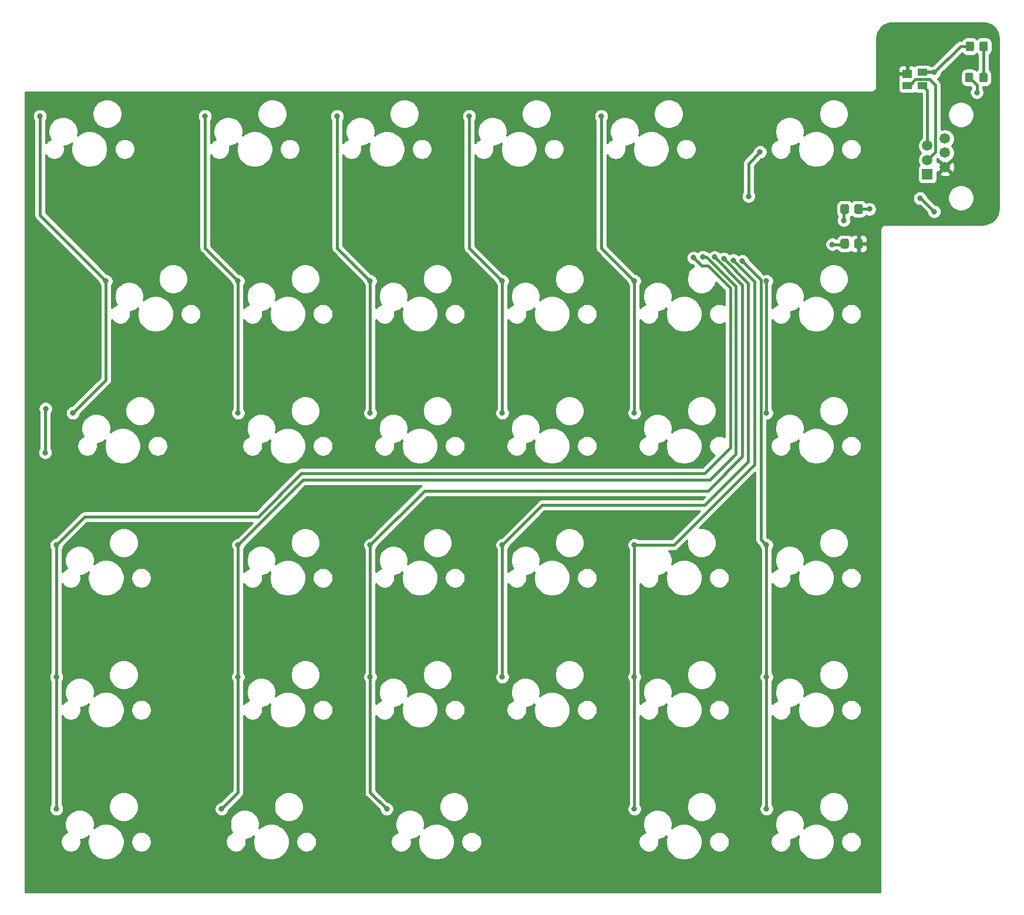
<source format=gtl>
G04 #@! TF.GenerationSoftware,KiCad,Pcbnew,5.1.12-1.fc34*
G04 #@! TF.CreationDate,2021-12-19T19:02:19+02:00*
G04 #@! TF.ProjectId,slash_left,736c6173-685f-46c6-9566-742e6b696361,rev?*
G04 #@! TF.SameCoordinates,Original*
G04 #@! TF.FileFunction,Copper,L1,Top*
G04 #@! TF.FilePolarity,Positive*
%FSLAX46Y46*%
G04 Gerber Fmt 4.6, Leading zero omitted, Abs format (unit mm)*
G04 Created by KiCad (PCBNEW 5.1.12-1.fc34) date 2021-12-19 19:02:19*
%MOMM*%
%LPD*%
G01*
G04 APERTURE LIST*
G04 #@! TA.AperFunction,ComponentPad*
%ADD10R,1.520000X1.520000*%
G04 #@! TD*
G04 #@! TA.AperFunction,ComponentPad*
%ADD11C,1.520000*%
G04 #@! TD*
G04 #@! TA.AperFunction,SMDPad,CuDef*
%ADD12R,1.400000X1.000000*%
G04 #@! TD*
G04 #@! TA.AperFunction,SMDPad,CuDef*
%ADD13R,1.400000X1.200000*%
G04 #@! TD*
G04 #@! TA.AperFunction,ViaPad*
%ADD14C,0.800000*%
G04 #@! TD*
G04 #@! TA.AperFunction,Conductor*
%ADD15C,0.500000*%
G04 #@! TD*
G04 #@! TA.AperFunction,Conductor*
%ADD16C,0.400000*%
G04 #@! TD*
G04 #@! TA.AperFunction,Conductor*
%ADD17C,0.254000*%
G04 #@! TD*
G04 #@! TA.AperFunction,Conductor*
%ADD18C,0.100000*%
G04 #@! TD*
G04 APERTURE END LIST*
G04 #@! TA.AperFunction,SMDPad,CuDef*
G36*
G01*
X148400000Y-47450001D02*
X148400000Y-46549999D01*
G75*
G02*
X148649999Y-46300000I249999J0D01*
G01*
X149350001Y-46300000D01*
G75*
G02*
X149600000Y-46549999I0J-249999D01*
G01*
X149600000Y-47450001D01*
G75*
G02*
X149350001Y-47700000I-249999J0D01*
G01*
X148649999Y-47700000D01*
G75*
G02*
X148400000Y-47450001I0J249999D01*
G01*
G37*
G04 #@! TD.AperFunction*
G04 #@! TA.AperFunction,SMDPad,CuDef*
G36*
G01*
X146400000Y-47450001D02*
X146400000Y-46549999D01*
G75*
G02*
X146649999Y-46300000I249999J0D01*
G01*
X147350001Y-46300000D01*
G75*
G02*
X147600000Y-46549999I0J-249999D01*
G01*
X147600000Y-47450001D01*
G75*
G02*
X147350001Y-47700000I-249999J0D01*
G01*
X146649999Y-47700000D01*
G75*
G02*
X146400000Y-47450001I0J249999D01*
G01*
G37*
G04 #@! TD.AperFunction*
G04 #@! TA.AperFunction,SMDPad,CuDef*
G36*
G01*
X148400000Y-42450001D02*
X148400000Y-41549999D01*
G75*
G02*
X148649999Y-41300000I249999J0D01*
G01*
X149350001Y-41300000D01*
G75*
G02*
X149600000Y-41549999I0J-249999D01*
G01*
X149600000Y-42450001D01*
G75*
G02*
X149350001Y-42700000I-249999J0D01*
G01*
X148649999Y-42700000D01*
G75*
G02*
X148400000Y-42450001I0J249999D01*
G01*
G37*
G04 #@! TD.AperFunction*
G04 #@! TA.AperFunction,SMDPad,CuDef*
G36*
G01*
X146400000Y-42450001D02*
X146400000Y-41549999D01*
G75*
G02*
X146649999Y-41300000I249999J0D01*
G01*
X147350001Y-41300000D01*
G75*
G02*
X147600000Y-41549999I0J-249999D01*
G01*
X147600000Y-42450001D01*
G75*
G02*
X147350001Y-42700000I-249999J0D01*
G01*
X146649999Y-42700000D01*
G75*
G02*
X146400000Y-42450001I0J249999D01*
G01*
G37*
G04 #@! TD.AperFunction*
G04 #@! TA.AperFunction,SMDPad,CuDef*
G36*
G01*
X166440000Y-18970001D02*
X166440000Y-18069999D01*
G75*
G02*
X166689999Y-17820000I249999J0D01*
G01*
X167390001Y-17820000D01*
G75*
G02*
X167640000Y-18069999I0J-249999D01*
G01*
X167640000Y-18970001D01*
G75*
G02*
X167390001Y-19220000I-249999J0D01*
G01*
X166689999Y-19220000D01*
G75*
G02*
X166440000Y-18970001I0J249999D01*
G01*
G37*
G04 #@! TD.AperFunction*
G04 #@! TA.AperFunction,SMDPad,CuDef*
G36*
G01*
X164440000Y-18970001D02*
X164440000Y-18069999D01*
G75*
G02*
X164689999Y-17820000I249999J0D01*
G01*
X165390001Y-17820000D01*
G75*
G02*
X165640000Y-18069999I0J-249999D01*
G01*
X165640000Y-18970001D01*
G75*
G02*
X165390001Y-19220000I-249999J0D01*
G01*
X164689999Y-19220000D01*
G75*
G02*
X164440000Y-18970001I0J249999D01*
G01*
G37*
G04 #@! TD.AperFunction*
D10*
X158930000Y-36940000D03*
D11*
X161470000Y-35920000D03*
X158930000Y-34900000D03*
X161470000Y-33880000D03*
X158930000Y-32860000D03*
X161470000Y-31840000D03*
G04 #@! TA.AperFunction,SMDPad,CuDef*
G36*
G01*
X166430000Y-23470001D02*
X166430000Y-22569999D01*
G75*
G02*
X166679999Y-22320000I249999J0D01*
G01*
X167330001Y-22320000D01*
G75*
G02*
X167580000Y-22569999I0J-249999D01*
G01*
X167580000Y-23470001D01*
G75*
G02*
X167330001Y-23720000I-249999J0D01*
G01*
X166679999Y-23720000D01*
G75*
G02*
X166430000Y-23470001I0J249999D01*
G01*
G37*
G04 #@! TD.AperFunction*
G04 #@! TA.AperFunction,SMDPad,CuDef*
G36*
G01*
X164380000Y-23470001D02*
X164380000Y-22569999D01*
G75*
G02*
X164629999Y-22320000I249999J0D01*
G01*
X165280001Y-22320000D01*
G75*
G02*
X165530000Y-22569999I0J-249999D01*
G01*
X165530000Y-23470001D01*
G75*
G02*
X165280001Y-23720000I-249999J0D01*
G01*
X164629999Y-23720000D01*
G75*
G02*
X164380000Y-23470001I0J249999D01*
G01*
G37*
G04 #@! TD.AperFunction*
D12*
X158240000Y-22280000D03*
X158240000Y-24180000D03*
X156040000Y-24180000D03*
D13*
X156040000Y-22460000D03*
D14*
X121360000Y-37850000D03*
X128990000Y-31430000D03*
X159920000Y-22280000D03*
X150570000Y-42000000D03*
X31700000Y-77150000D03*
X31780000Y-70800000D03*
X157864971Y-40455029D03*
X159890000Y-42360000D03*
X166060000Y-25180000D03*
X146860000Y-43620000D03*
X145210000Y-47100000D03*
X35718750Y-71437500D03*
X40481250Y-52387500D03*
X30956250Y-28575000D03*
X59531250Y-71437500D03*
X59531250Y-52387500D03*
X54768750Y-28575000D03*
X78581250Y-71437500D03*
X78581250Y-52387500D03*
X73818750Y-28575000D03*
X97631250Y-71437500D03*
X97631250Y-52387500D03*
X92868750Y-28575000D03*
X116681250Y-71437500D03*
X116681250Y-52387500D03*
X111918750Y-28575000D03*
X135731250Y-71437500D03*
X135731250Y-52387500D03*
X134790000Y-33760000D03*
X133130000Y-40150000D03*
X33337500Y-90487500D03*
X33337500Y-109537500D03*
X33337500Y-128587500D03*
X125210000Y-49030000D03*
X59531250Y-90487500D03*
X59531250Y-109537500D03*
X57150000Y-128587500D03*
X126510000Y-48930000D03*
X78581250Y-90487500D03*
X78581250Y-109537500D03*
X80962500Y-128587500D03*
X128218528Y-48941472D03*
X97631250Y-90487500D03*
X97631250Y-109537500D03*
X129554214Y-49145786D03*
X116681250Y-90487500D03*
X116681250Y-109537500D03*
X116681250Y-128587500D03*
X130930000Y-49380000D03*
X135731250Y-128587500D03*
X135731250Y-109537500D03*
X135731250Y-90487500D03*
X132260000Y-49520000D03*
D15*
X158240000Y-22280000D02*
X159920000Y-22280000D01*
X159920000Y-22280000D02*
X159920000Y-22280000D01*
D16*
X163680000Y-18520000D02*
X159920000Y-22280000D01*
X165040000Y-18520000D02*
X163680000Y-18520000D01*
X149000000Y-42000000D02*
X150570000Y-42000000D01*
X31700000Y-70880000D02*
X31780000Y-70800000D01*
X31700000Y-77150000D02*
X31700000Y-70880000D01*
X158930000Y-24870000D02*
X158240000Y-24180000D01*
X158930000Y-32860000D02*
X158930000Y-24870000D01*
X156319998Y-24180000D02*
X156040000Y-24180000D01*
X157219999Y-23279999D02*
X156319998Y-24180000D01*
X159260001Y-23279999D02*
X157219999Y-23279999D01*
X160090001Y-24109999D02*
X159260001Y-23279999D01*
X160090001Y-33739999D02*
X160090001Y-24109999D01*
X158930000Y-34900000D02*
X160090001Y-33739999D01*
X167040000Y-22985000D02*
X167005000Y-23020000D01*
X167040000Y-18520000D02*
X167040000Y-22985000D01*
X164955000Y-23020000D02*
X166060000Y-24125000D01*
X157985029Y-40455029D02*
X159890000Y-42360000D01*
X157864971Y-40455029D02*
X157985029Y-40455029D01*
X166060000Y-24125000D02*
X166060000Y-25180000D01*
X146860000Y-42140000D02*
X147000000Y-42000000D01*
X146860000Y-43620000D02*
X146860000Y-42140000D01*
X146900000Y-47100000D02*
X147000000Y-47000000D01*
X145210000Y-47100000D02*
X146900000Y-47100000D01*
X40481250Y-66675000D02*
X40481250Y-52387500D01*
X35718750Y-71437500D02*
X40481250Y-66675000D01*
X30956250Y-42862500D02*
X30956250Y-28575000D01*
X40481250Y-52387500D02*
X30956250Y-42862500D01*
X59531250Y-71437500D02*
X59531250Y-52387500D01*
X54768750Y-47625000D02*
X54768750Y-28575000D01*
X59531250Y-52387500D02*
X54768750Y-47625000D01*
X78581250Y-71437500D02*
X78581250Y-52387500D01*
X73818750Y-47625000D02*
X73818750Y-28575000D01*
X78581250Y-52387500D02*
X73818750Y-47625000D01*
X97631250Y-71437500D02*
X97631250Y-52387500D01*
X92868750Y-47625000D02*
X92868750Y-28575000D01*
X97631250Y-52387500D02*
X92868750Y-47625000D01*
X116681250Y-71437500D02*
X116681250Y-52387500D01*
X111918750Y-47625000D02*
X111918750Y-28575000D01*
X116681250Y-52387500D02*
X111918750Y-47625000D01*
X135731250Y-71437500D02*
X135731250Y-52387500D01*
X133130000Y-35420000D02*
X133130000Y-40150000D01*
X134790000Y-33760000D02*
X133130000Y-35420000D01*
X33337500Y-90487500D02*
X33337500Y-109537500D01*
X33337500Y-109537500D02*
X33337500Y-128587500D01*
X68674748Y-80160000D02*
X62432374Y-86402374D01*
X126796334Y-80160000D02*
X68674748Y-80160000D01*
X37422626Y-86402374D02*
X33337500Y-90487500D01*
X130510000Y-76446334D02*
X126796334Y-80160000D01*
X62432374Y-86402374D02*
X37422626Y-86402374D01*
X130510000Y-53402998D02*
X130510000Y-76446334D01*
X127277001Y-50169999D02*
X130510000Y-53402998D01*
X126349999Y-50169999D02*
X127277001Y-50169999D01*
X125210000Y-49030000D02*
X126349999Y-50169999D01*
X59531250Y-90487500D02*
X59531250Y-109537500D01*
X59531250Y-126206250D02*
X57150000Y-128587500D01*
X59531250Y-109537500D02*
X59531250Y-126206250D01*
X127590000Y-81110000D02*
X131310000Y-77390000D01*
X68908750Y-81110000D02*
X127590000Y-81110000D01*
X59531250Y-90487500D02*
X68908750Y-81110000D01*
X131310000Y-53164315D02*
X131310000Y-53460000D01*
X127075685Y-48930000D02*
X131310000Y-53164315D01*
X126510000Y-48930000D02*
X127075685Y-48930000D01*
X131310000Y-77390000D02*
X131310000Y-53460000D01*
X78581250Y-90487500D02*
X78581250Y-109537500D01*
X78581250Y-126206250D02*
X80962500Y-128587500D01*
X78581250Y-109537500D02*
X78581250Y-126206250D01*
X127300000Y-82670000D02*
X132260000Y-77710000D01*
X86398750Y-82670000D02*
X127300000Y-82670000D01*
X78581250Y-90487500D02*
X86398750Y-82670000D01*
X132260000Y-52982944D02*
X132260000Y-53490000D01*
X128218528Y-48941472D02*
X132260000Y-52982944D01*
X132260000Y-77710000D02*
X132260000Y-53490000D01*
X97631250Y-90487500D02*
X97631250Y-109537500D01*
X126820000Y-84740000D02*
X133100000Y-78460000D01*
X103378750Y-84740000D02*
X126820000Y-84740000D01*
X97631250Y-90487500D02*
X103378750Y-84740000D01*
X133100000Y-52691572D02*
X133100000Y-53240000D01*
X129554214Y-49145786D02*
X133100000Y-52691572D01*
X133100000Y-78460000D02*
X133100000Y-53240000D01*
X116681250Y-90487500D02*
X116681250Y-109537500D01*
X116681250Y-109537500D02*
X116681250Y-128587500D01*
X122412500Y-90487500D02*
X134010000Y-78890000D01*
X116681250Y-90487500D02*
X122412500Y-90487500D01*
X134010000Y-52460000D02*
X134010000Y-52640000D01*
X130930000Y-49380000D02*
X134010000Y-52460000D01*
X134010000Y-78890000D02*
X134010000Y-52640000D01*
X135731250Y-128587500D02*
X135731250Y-109537500D01*
X135731250Y-109537500D02*
X135731250Y-90487500D01*
X135731250Y-90487500D02*
X134930000Y-89686250D01*
X134930000Y-52190000D02*
X134930000Y-52590000D01*
X132260000Y-49520000D02*
X134930000Y-52190000D01*
X134930000Y-89686250D02*
X134930000Y-52590000D01*
D17*
X167373355Y-15139244D02*
X167795881Y-15266812D01*
X168185582Y-15474019D01*
X168527613Y-15752974D01*
X168808949Y-16093049D01*
X169018871Y-16481294D01*
X169149385Y-16902915D01*
X169199100Y-17375924D01*
X169199101Y-24321536D01*
X169199100Y-24321546D01*
X169199101Y-41921693D01*
X169152506Y-42396905D01*
X169024938Y-42819431D01*
X168817731Y-43209132D01*
X168538776Y-43551163D01*
X168198701Y-43832499D01*
X167810456Y-44042421D01*
X167388837Y-44172935D01*
X166915826Y-44222650D01*
X152920205Y-44222650D01*
X152884100Y-44219094D01*
X152847995Y-44222650D01*
X152740015Y-44233285D01*
X152601467Y-44275313D01*
X152473780Y-44343563D01*
X152361862Y-44435412D01*
X152270013Y-44547330D01*
X152201763Y-44675017D01*
X152159735Y-44813565D01*
X152145544Y-44957650D01*
X152149100Y-44993755D01*
X152149101Y-140635000D01*
X28844260Y-140635000D01*
X28844260Y-133203652D01*
X33915350Y-133203652D01*
X33915350Y-133496348D01*
X33972452Y-133783421D01*
X34084462Y-134053838D01*
X34247076Y-134297206D01*
X34454044Y-134504174D01*
X34697412Y-134666788D01*
X34967829Y-134778798D01*
X35254902Y-134835900D01*
X35547598Y-134835900D01*
X35834671Y-134778798D01*
X36105088Y-134666788D01*
X36348456Y-134504174D01*
X36555424Y-134297206D01*
X36718038Y-134053838D01*
X36830048Y-133783421D01*
X36887150Y-133496348D01*
X36887150Y-133203652D01*
X36835701Y-132945000D01*
X36881529Y-132945000D01*
X37294006Y-132862953D01*
X37682552Y-132702012D01*
X37988958Y-132497279D01*
X37953377Y-132583178D01*
X37852350Y-133091076D01*
X37852350Y-133608924D01*
X37953377Y-134116822D01*
X38151549Y-134595251D01*
X38439250Y-135025826D01*
X38805424Y-135392000D01*
X39235999Y-135679701D01*
X39714428Y-135877873D01*
X40222326Y-135978900D01*
X40740174Y-135978900D01*
X41248072Y-135877873D01*
X41726501Y-135679701D01*
X42157076Y-135392000D01*
X42523250Y-135025826D01*
X42810951Y-134595251D01*
X43009123Y-134116822D01*
X43110150Y-133608924D01*
X43110150Y-133203652D01*
X44075350Y-133203652D01*
X44075350Y-133496348D01*
X44132452Y-133783421D01*
X44244462Y-134053838D01*
X44407076Y-134297206D01*
X44614044Y-134504174D01*
X44857412Y-134666788D01*
X45127829Y-134778798D01*
X45414902Y-134835900D01*
X45707598Y-134835900D01*
X45994671Y-134778798D01*
X46265088Y-134666788D01*
X46508456Y-134504174D01*
X46715424Y-134297206D01*
X46878038Y-134053838D01*
X46990048Y-133783421D01*
X47047150Y-133496348D01*
X47047150Y-133203652D01*
X57727850Y-133203652D01*
X57727850Y-133496348D01*
X57784952Y-133783421D01*
X57896962Y-134053838D01*
X58059576Y-134297206D01*
X58266544Y-134504174D01*
X58509912Y-134666788D01*
X58780329Y-134778798D01*
X59067402Y-134835900D01*
X59360098Y-134835900D01*
X59647171Y-134778798D01*
X59917588Y-134666788D01*
X60160956Y-134504174D01*
X60367924Y-134297206D01*
X60530538Y-134053838D01*
X60642548Y-133783421D01*
X60699650Y-133496348D01*
X60699650Y-133203652D01*
X60648201Y-132945000D01*
X60694029Y-132945000D01*
X61106506Y-132862953D01*
X61495052Y-132702012D01*
X61801458Y-132497279D01*
X61765877Y-132583178D01*
X61664850Y-133091076D01*
X61664850Y-133608924D01*
X61765877Y-134116822D01*
X61964049Y-134595251D01*
X62251750Y-135025826D01*
X62617924Y-135392000D01*
X63048499Y-135679701D01*
X63526928Y-135877873D01*
X64034826Y-135978900D01*
X64552674Y-135978900D01*
X65060572Y-135877873D01*
X65539001Y-135679701D01*
X65969576Y-135392000D01*
X66335750Y-135025826D01*
X66623451Y-134595251D01*
X66821623Y-134116822D01*
X66922650Y-133608924D01*
X66922650Y-133203652D01*
X67887850Y-133203652D01*
X67887850Y-133496348D01*
X67944952Y-133783421D01*
X68056962Y-134053838D01*
X68219576Y-134297206D01*
X68426544Y-134504174D01*
X68669912Y-134666788D01*
X68940329Y-134778798D01*
X69227402Y-134835900D01*
X69520098Y-134835900D01*
X69807171Y-134778798D01*
X70077588Y-134666788D01*
X70320956Y-134504174D01*
X70527924Y-134297206D01*
X70690538Y-134053838D01*
X70802548Y-133783421D01*
X70859650Y-133496348D01*
X70859650Y-133203652D01*
X81540350Y-133203652D01*
X81540350Y-133496348D01*
X81597452Y-133783421D01*
X81709462Y-134053838D01*
X81872076Y-134297206D01*
X82079044Y-134504174D01*
X82322412Y-134666788D01*
X82592829Y-134778798D01*
X82879902Y-134835900D01*
X83172598Y-134835900D01*
X83459671Y-134778798D01*
X83730088Y-134666788D01*
X83973456Y-134504174D01*
X84180424Y-134297206D01*
X84343038Y-134053838D01*
X84455048Y-133783421D01*
X84512150Y-133496348D01*
X84512150Y-133203652D01*
X84460701Y-132945000D01*
X84506529Y-132945000D01*
X84919006Y-132862953D01*
X85307552Y-132702012D01*
X85613958Y-132497279D01*
X85578377Y-132583178D01*
X85477350Y-133091076D01*
X85477350Y-133608924D01*
X85578377Y-134116822D01*
X85776549Y-134595251D01*
X86064250Y-135025826D01*
X86430424Y-135392000D01*
X86860999Y-135679701D01*
X87339428Y-135877873D01*
X87847326Y-135978900D01*
X88365174Y-135978900D01*
X88873072Y-135877873D01*
X89351501Y-135679701D01*
X89782076Y-135392000D01*
X90148250Y-135025826D01*
X90435951Y-134595251D01*
X90634123Y-134116822D01*
X90735150Y-133608924D01*
X90735150Y-133203652D01*
X91700350Y-133203652D01*
X91700350Y-133496348D01*
X91757452Y-133783421D01*
X91869462Y-134053838D01*
X92032076Y-134297206D01*
X92239044Y-134504174D01*
X92482412Y-134666788D01*
X92752829Y-134778798D01*
X93039902Y-134835900D01*
X93332598Y-134835900D01*
X93619671Y-134778798D01*
X93890088Y-134666788D01*
X94133456Y-134504174D01*
X94340424Y-134297206D01*
X94503038Y-134053838D01*
X94615048Y-133783421D01*
X94672150Y-133496348D01*
X94672150Y-133203652D01*
X117259100Y-133203652D01*
X117259100Y-133496348D01*
X117316202Y-133783421D01*
X117428212Y-134053838D01*
X117590826Y-134297206D01*
X117797794Y-134504174D01*
X118041162Y-134666788D01*
X118311579Y-134778798D01*
X118598652Y-134835900D01*
X118891348Y-134835900D01*
X119178421Y-134778798D01*
X119448838Y-134666788D01*
X119692206Y-134504174D01*
X119899174Y-134297206D01*
X120061788Y-134053838D01*
X120173798Y-133783421D01*
X120230900Y-133496348D01*
X120230900Y-133203652D01*
X120179451Y-132945000D01*
X120225279Y-132945000D01*
X120637756Y-132862953D01*
X121026302Y-132702012D01*
X121332708Y-132497279D01*
X121297127Y-132583178D01*
X121196100Y-133091076D01*
X121196100Y-133608924D01*
X121297127Y-134116822D01*
X121495299Y-134595251D01*
X121783000Y-135025826D01*
X122149174Y-135392000D01*
X122579749Y-135679701D01*
X123058178Y-135877873D01*
X123566076Y-135978900D01*
X124083924Y-135978900D01*
X124591822Y-135877873D01*
X125070251Y-135679701D01*
X125500826Y-135392000D01*
X125867000Y-135025826D01*
X126154701Y-134595251D01*
X126352873Y-134116822D01*
X126453900Y-133608924D01*
X126453900Y-133203652D01*
X127419100Y-133203652D01*
X127419100Y-133496348D01*
X127476202Y-133783421D01*
X127588212Y-134053838D01*
X127750826Y-134297206D01*
X127957794Y-134504174D01*
X128201162Y-134666788D01*
X128471579Y-134778798D01*
X128758652Y-134835900D01*
X129051348Y-134835900D01*
X129338421Y-134778798D01*
X129608838Y-134666788D01*
X129852206Y-134504174D01*
X130059174Y-134297206D01*
X130221788Y-134053838D01*
X130333798Y-133783421D01*
X130390900Y-133496348D01*
X130390900Y-133203652D01*
X136309100Y-133203652D01*
X136309100Y-133496348D01*
X136366202Y-133783421D01*
X136478212Y-134053838D01*
X136640826Y-134297206D01*
X136847794Y-134504174D01*
X137091162Y-134666788D01*
X137361579Y-134778798D01*
X137648652Y-134835900D01*
X137941348Y-134835900D01*
X138228421Y-134778798D01*
X138498838Y-134666788D01*
X138742206Y-134504174D01*
X138949174Y-134297206D01*
X139111788Y-134053838D01*
X139223798Y-133783421D01*
X139280900Y-133496348D01*
X139280900Y-133203652D01*
X139229451Y-132945000D01*
X139275279Y-132945000D01*
X139687756Y-132862953D01*
X140076302Y-132702012D01*
X140382708Y-132497279D01*
X140347127Y-132583178D01*
X140246100Y-133091076D01*
X140246100Y-133608924D01*
X140347127Y-134116822D01*
X140545299Y-134595251D01*
X140833000Y-135025826D01*
X141199174Y-135392000D01*
X141629749Y-135679701D01*
X142108178Y-135877873D01*
X142616076Y-135978900D01*
X143133924Y-135978900D01*
X143641822Y-135877873D01*
X144120251Y-135679701D01*
X144550826Y-135392000D01*
X144917000Y-135025826D01*
X145204701Y-134595251D01*
X145402873Y-134116822D01*
X145503900Y-133608924D01*
X145503900Y-133203652D01*
X146469100Y-133203652D01*
X146469100Y-133496348D01*
X146526202Y-133783421D01*
X146638212Y-134053838D01*
X146800826Y-134297206D01*
X147007794Y-134504174D01*
X147251162Y-134666788D01*
X147521579Y-134778798D01*
X147808652Y-134835900D01*
X148101348Y-134835900D01*
X148388421Y-134778798D01*
X148658838Y-134666788D01*
X148902206Y-134504174D01*
X149109174Y-134297206D01*
X149271788Y-134053838D01*
X149383798Y-133783421D01*
X149440900Y-133496348D01*
X149440900Y-133203652D01*
X149383798Y-132916579D01*
X149271788Y-132646162D01*
X149109174Y-132402794D01*
X148902206Y-132195826D01*
X148658838Y-132033212D01*
X148388421Y-131921202D01*
X148101348Y-131864100D01*
X147808652Y-131864100D01*
X147521579Y-131921202D01*
X147251162Y-132033212D01*
X147007794Y-132195826D01*
X146800826Y-132402794D01*
X146638212Y-132646162D01*
X146526202Y-132916579D01*
X146469100Y-133203652D01*
X145503900Y-133203652D01*
X145503900Y-133091076D01*
X145402873Y-132583178D01*
X145204701Y-132104749D01*
X144917000Y-131674174D01*
X144550826Y-131308000D01*
X144120251Y-131020299D01*
X143641822Y-130822127D01*
X143133924Y-130721100D01*
X142616076Y-130721100D01*
X142108178Y-130822127D01*
X141629749Y-131020299D01*
X141199174Y-131308000D01*
X141128763Y-131378411D01*
X141200000Y-131020279D01*
X141200000Y-130599721D01*
X141117953Y-130187244D01*
X140957012Y-129798698D01*
X140723363Y-129449017D01*
X140425983Y-129151637D01*
X140076302Y-128917988D01*
X139687756Y-128757047D01*
X139275279Y-128675000D01*
X138854721Y-128675000D01*
X138442244Y-128757047D01*
X138053698Y-128917988D01*
X137704017Y-129151637D01*
X137406637Y-129449017D01*
X137172988Y-129798698D01*
X137012047Y-130187244D01*
X136930000Y-130599721D01*
X136930000Y-131020279D01*
X137012047Y-131432756D01*
X137172988Y-131821302D01*
X137266150Y-131960730D01*
X137091162Y-132033212D01*
X136847794Y-132195826D01*
X136640826Y-132402794D01*
X136478212Y-132646162D01*
X136366202Y-132916579D01*
X136309100Y-133203652D01*
X130390900Y-133203652D01*
X130333798Y-132916579D01*
X130221788Y-132646162D01*
X130059174Y-132402794D01*
X129852206Y-132195826D01*
X129608838Y-132033212D01*
X129338421Y-131921202D01*
X129051348Y-131864100D01*
X128758652Y-131864100D01*
X128471579Y-131921202D01*
X128201162Y-132033212D01*
X127957794Y-132195826D01*
X127750826Y-132402794D01*
X127588212Y-132646162D01*
X127476202Y-132916579D01*
X127419100Y-133203652D01*
X126453900Y-133203652D01*
X126453900Y-133091076D01*
X126352873Y-132583178D01*
X126154701Y-132104749D01*
X125867000Y-131674174D01*
X125500826Y-131308000D01*
X125070251Y-131020299D01*
X124591822Y-130822127D01*
X124083924Y-130721100D01*
X123566076Y-130721100D01*
X123058178Y-130822127D01*
X122579749Y-131020299D01*
X122149174Y-131308000D01*
X122078763Y-131378411D01*
X122150000Y-131020279D01*
X122150000Y-130599721D01*
X122067953Y-130187244D01*
X121907012Y-129798698D01*
X121673363Y-129449017D01*
X121375983Y-129151637D01*
X121026302Y-128917988D01*
X120637756Y-128757047D01*
X120225279Y-128675000D01*
X119804721Y-128675000D01*
X119392244Y-128757047D01*
X119003698Y-128917988D01*
X118654017Y-129151637D01*
X118356637Y-129449017D01*
X118122988Y-129798698D01*
X117962047Y-130187244D01*
X117880000Y-130599721D01*
X117880000Y-131020279D01*
X117962047Y-131432756D01*
X118122988Y-131821302D01*
X118216150Y-131960730D01*
X118041162Y-132033212D01*
X117797794Y-132195826D01*
X117590826Y-132402794D01*
X117428212Y-132646162D01*
X117316202Y-132916579D01*
X117259100Y-133203652D01*
X94672150Y-133203652D01*
X94615048Y-132916579D01*
X94503038Y-132646162D01*
X94340424Y-132402794D01*
X94133456Y-132195826D01*
X93890088Y-132033212D01*
X93619671Y-131921202D01*
X93332598Y-131864100D01*
X93039902Y-131864100D01*
X92752829Y-131921202D01*
X92482412Y-132033212D01*
X92239044Y-132195826D01*
X92032076Y-132402794D01*
X91869462Y-132646162D01*
X91757452Y-132916579D01*
X91700350Y-133203652D01*
X90735150Y-133203652D01*
X90735150Y-133091076D01*
X90634123Y-132583178D01*
X90435951Y-132104749D01*
X90148250Y-131674174D01*
X89782076Y-131308000D01*
X89351501Y-131020299D01*
X88873072Y-130822127D01*
X88365174Y-130721100D01*
X87847326Y-130721100D01*
X87339428Y-130822127D01*
X86860999Y-131020299D01*
X86430424Y-131308000D01*
X86360013Y-131378411D01*
X86431250Y-131020279D01*
X86431250Y-130599721D01*
X86349203Y-130187244D01*
X86188262Y-129798698D01*
X85954613Y-129449017D01*
X85657233Y-129151637D01*
X85307552Y-128917988D01*
X84919006Y-128757047D01*
X84506529Y-128675000D01*
X84085971Y-128675000D01*
X83673494Y-128757047D01*
X83284948Y-128917988D01*
X82935267Y-129151637D01*
X82637887Y-129449017D01*
X82404238Y-129798698D01*
X82243297Y-130187244D01*
X82161250Y-130599721D01*
X82161250Y-131020279D01*
X82243297Y-131432756D01*
X82404238Y-131821302D01*
X82497400Y-131960730D01*
X82322412Y-132033212D01*
X82079044Y-132195826D01*
X81872076Y-132402794D01*
X81709462Y-132646162D01*
X81597452Y-132916579D01*
X81540350Y-133203652D01*
X70859650Y-133203652D01*
X70802548Y-132916579D01*
X70690538Y-132646162D01*
X70527924Y-132402794D01*
X70320956Y-132195826D01*
X70077588Y-132033212D01*
X69807171Y-131921202D01*
X69520098Y-131864100D01*
X69227402Y-131864100D01*
X68940329Y-131921202D01*
X68669912Y-132033212D01*
X68426544Y-132195826D01*
X68219576Y-132402794D01*
X68056962Y-132646162D01*
X67944952Y-132916579D01*
X67887850Y-133203652D01*
X66922650Y-133203652D01*
X66922650Y-133091076D01*
X66821623Y-132583178D01*
X66623451Y-132104749D01*
X66335750Y-131674174D01*
X65969576Y-131308000D01*
X65539001Y-131020299D01*
X65060572Y-130822127D01*
X64552674Y-130721100D01*
X64034826Y-130721100D01*
X63526928Y-130822127D01*
X63048499Y-131020299D01*
X62617924Y-131308000D01*
X62547513Y-131378411D01*
X62618750Y-131020279D01*
X62618750Y-130599721D01*
X62536703Y-130187244D01*
X62375762Y-129798698D01*
X62142113Y-129449017D01*
X61844733Y-129151637D01*
X61495052Y-128917988D01*
X61106506Y-128757047D01*
X60694029Y-128675000D01*
X60273471Y-128675000D01*
X59860994Y-128757047D01*
X59472448Y-128917988D01*
X59122767Y-129151637D01*
X58825387Y-129449017D01*
X58591738Y-129798698D01*
X58430797Y-130187244D01*
X58348750Y-130599721D01*
X58348750Y-131020279D01*
X58430797Y-131432756D01*
X58591738Y-131821302D01*
X58684900Y-131960730D01*
X58509912Y-132033212D01*
X58266544Y-132195826D01*
X58059576Y-132402794D01*
X57896962Y-132646162D01*
X57784952Y-132916579D01*
X57727850Y-133203652D01*
X47047150Y-133203652D01*
X46990048Y-132916579D01*
X46878038Y-132646162D01*
X46715424Y-132402794D01*
X46508456Y-132195826D01*
X46265088Y-132033212D01*
X45994671Y-131921202D01*
X45707598Y-131864100D01*
X45414902Y-131864100D01*
X45127829Y-131921202D01*
X44857412Y-132033212D01*
X44614044Y-132195826D01*
X44407076Y-132402794D01*
X44244462Y-132646162D01*
X44132452Y-132916579D01*
X44075350Y-133203652D01*
X43110150Y-133203652D01*
X43110150Y-133091076D01*
X43009123Y-132583178D01*
X42810951Y-132104749D01*
X42523250Y-131674174D01*
X42157076Y-131308000D01*
X41726501Y-131020299D01*
X41248072Y-130822127D01*
X40740174Y-130721100D01*
X40222326Y-130721100D01*
X39714428Y-130822127D01*
X39235999Y-131020299D01*
X38805424Y-131308000D01*
X38735013Y-131378411D01*
X38806250Y-131020279D01*
X38806250Y-130599721D01*
X38724203Y-130187244D01*
X38563262Y-129798698D01*
X38329613Y-129449017D01*
X38032233Y-129151637D01*
X37682552Y-128917988D01*
X37294006Y-128757047D01*
X36881529Y-128675000D01*
X36460971Y-128675000D01*
X36048494Y-128757047D01*
X35659948Y-128917988D01*
X35310267Y-129151637D01*
X35012887Y-129449017D01*
X34779238Y-129798698D01*
X34618297Y-130187244D01*
X34536250Y-130599721D01*
X34536250Y-131020279D01*
X34618297Y-131432756D01*
X34779238Y-131821302D01*
X34872400Y-131960730D01*
X34697412Y-132033212D01*
X34454044Y-132195826D01*
X34247076Y-132402794D01*
X34084462Y-132646162D01*
X33972452Y-132916579D01*
X33915350Y-133203652D01*
X28844260Y-133203652D01*
X28844260Y-90385561D01*
X32302500Y-90385561D01*
X32302500Y-90589439D01*
X32342274Y-90789398D01*
X32420295Y-90977756D01*
X32502500Y-91100785D01*
X32502501Y-108924214D01*
X32420295Y-109047244D01*
X32342274Y-109235602D01*
X32302500Y-109435561D01*
X32302500Y-109639439D01*
X32342274Y-109839398D01*
X32420295Y-110027756D01*
X32502500Y-110150785D01*
X32502501Y-127974214D01*
X32420295Y-128097244D01*
X32342274Y-128285602D01*
X32302500Y-128485561D01*
X32302500Y-128689439D01*
X32342274Y-128889398D01*
X32420295Y-129077756D01*
X32533563Y-129247274D01*
X32677726Y-129391437D01*
X32847244Y-129504705D01*
X33035602Y-129582726D01*
X33235561Y-129622500D01*
X33439439Y-129622500D01*
X33639398Y-129582726D01*
X33827756Y-129504705D01*
X33997274Y-129391437D01*
X34141437Y-129247274D01*
X34254705Y-129077756D01*
X34332726Y-128889398D01*
X34372500Y-128689439D01*
X34372500Y-128485561D01*
X34332726Y-128285602D01*
X34254705Y-128097244D01*
X34229634Y-128059721D01*
X40886250Y-128059721D01*
X40886250Y-128480279D01*
X40968297Y-128892756D01*
X41129238Y-129281302D01*
X41362887Y-129630983D01*
X41660267Y-129928363D01*
X42009948Y-130162012D01*
X42398494Y-130322953D01*
X42810971Y-130405000D01*
X43231529Y-130405000D01*
X43644006Y-130322953D01*
X44032552Y-130162012D01*
X44382233Y-129928363D01*
X44679613Y-129630983D01*
X44913262Y-129281302D01*
X45074203Y-128892756D01*
X45156250Y-128480279D01*
X45156250Y-128059721D01*
X45074203Y-127647244D01*
X44913262Y-127258698D01*
X44679613Y-126909017D01*
X44382233Y-126611637D01*
X44032552Y-126377988D01*
X43644006Y-126217047D01*
X43231529Y-126135000D01*
X42810971Y-126135000D01*
X42398494Y-126217047D01*
X42009948Y-126377988D01*
X41660267Y-126611637D01*
X41362887Y-126909017D01*
X41129238Y-127258698D01*
X40968297Y-127647244D01*
X40886250Y-128059721D01*
X34229634Y-128059721D01*
X34172500Y-127974215D01*
X34172500Y-115135596D01*
X34247076Y-115247206D01*
X34454044Y-115454174D01*
X34697412Y-115616788D01*
X34967829Y-115728798D01*
X35254902Y-115785900D01*
X35547598Y-115785900D01*
X35834671Y-115728798D01*
X36105088Y-115616788D01*
X36348456Y-115454174D01*
X36555424Y-115247206D01*
X36718038Y-115003838D01*
X36830048Y-114733421D01*
X36887150Y-114446348D01*
X36887150Y-114153652D01*
X36835701Y-113895000D01*
X36881529Y-113895000D01*
X37294006Y-113812953D01*
X37682552Y-113652012D01*
X37988958Y-113447279D01*
X37953377Y-113533178D01*
X37852350Y-114041076D01*
X37852350Y-114558924D01*
X37953377Y-115066822D01*
X38151549Y-115545251D01*
X38439250Y-115975826D01*
X38805424Y-116342000D01*
X39235999Y-116629701D01*
X39714428Y-116827873D01*
X40222326Y-116928900D01*
X40740174Y-116928900D01*
X41248072Y-116827873D01*
X41726501Y-116629701D01*
X42157076Y-116342000D01*
X42523250Y-115975826D01*
X42810951Y-115545251D01*
X43009123Y-115066822D01*
X43110150Y-114558924D01*
X43110150Y-114153652D01*
X44075350Y-114153652D01*
X44075350Y-114446348D01*
X44132452Y-114733421D01*
X44244462Y-115003838D01*
X44407076Y-115247206D01*
X44614044Y-115454174D01*
X44857412Y-115616788D01*
X45127829Y-115728798D01*
X45414902Y-115785900D01*
X45707598Y-115785900D01*
X45994671Y-115728798D01*
X46265088Y-115616788D01*
X46508456Y-115454174D01*
X46715424Y-115247206D01*
X46878038Y-115003838D01*
X46990048Y-114733421D01*
X47047150Y-114446348D01*
X47047150Y-114153652D01*
X46990048Y-113866579D01*
X46878038Y-113596162D01*
X46715424Y-113352794D01*
X46508456Y-113145826D01*
X46265088Y-112983212D01*
X45994671Y-112871202D01*
X45707598Y-112814100D01*
X45414902Y-112814100D01*
X45127829Y-112871202D01*
X44857412Y-112983212D01*
X44614044Y-113145826D01*
X44407076Y-113352794D01*
X44244462Y-113596162D01*
X44132452Y-113866579D01*
X44075350Y-114153652D01*
X43110150Y-114153652D01*
X43110150Y-114041076D01*
X43009123Y-113533178D01*
X42810951Y-113054749D01*
X42523250Y-112624174D01*
X42157076Y-112258000D01*
X41726501Y-111970299D01*
X41248072Y-111772127D01*
X40740174Y-111671100D01*
X40222326Y-111671100D01*
X39714428Y-111772127D01*
X39235999Y-111970299D01*
X38805424Y-112258000D01*
X38735013Y-112328411D01*
X38806250Y-111970279D01*
X38806250Y-111549721D01*
X38724203Y-111137244D01*
X38563262Y-110748698D01*
X38329613Y-110399017D01*
X38032233Y-110101637D01*
X37682552Y-109867988D01*
X37294006Y-109707047D01*
X36881529Y-109625000D01*
X36460971Y-109625000D01*
X36048494Y-109707047D01*
X35659948Y-109867988D01*
X35310267Y-110101637D01*
X35012887Y-110399017D01*
X34779238Y-110748698D01*
X34618297Y-111137244D01*
X34536250Y-111549721D01*
X34536250Y-111970279D01*
X34618297Y-112382756D01*
X34779238Y-112771302D01*
X34872400Y-112910730D01*
X34697412Y-112983212D01*
X34454044Y-113145826D01*
X34247076Y-113352794D01*
X34172500Y-113464404D01*
X34172500Y-110150785D01*
X34254705Y-110027756D01*
X34332726Y-109839398D01*
X34372500Y-109639439D01*
X34372500Y-109435561D01*
X34332726Y-109235602D01*
X34254705Y-109047244D01*
X34229634Y-109009721D01*
X40886250Y-109009721D01*
X40886250Y-109430279D01*
X40968297Y-109842756D01*
X41129238Y-110231302D01*
X41362887Y-110580983D01*
X41660267Y-110878363D01*
X42009948Y-111112012D01*
X42398494Y-111272953D01*
X42810971Y-111355000D01*
X43231529Y-111355000D01*
X43644006Y-111272953D01*
X44032552Y-111112012D01*
X44382233Y-110878363D01*
X44679613Y-110580983D01*
X44913262Y-110231302D01*
X45074203Y-109842756D01*
X45156250Y-109430279D01*
X45156250Y-109009721D01*
X45074203Y-108597244D01*
X44913262Y-108208698D01*
X44679613Y-107859017D01*
X44382233Y-107561637D01*
X44032552Y-107327988D01*
X43644006Y-107167047D01*
X43231529Y-107085000D01*
X42810971Y-107085000D01*
X42398494Y-107167047D01*
X42009948Y-107327988D01*
X41660267Y-107561637D01*
X41362887Y-107859017D01*
X41129238Y-108208698D01*
X40968297Y-108597244D01*
X40886250Y-109009721D01*
X34229634Y-109009721D01*
X34172500Y-108924215D01*
X34172500Y-96085596D01*
X34247076Y-96197206D01*
X34454044Y-96404174D01*
X34697412Y-96566788D01*
X34967829Y-96678798D01*
X35254902Y-96735900D01*
X35547598Y-96735900D01*
X35834671Y-96678798D01*
X36105088Y-96566788D01*
X36348456Y-96404174D01*
X36555424Y-96197206D01*
X36718038Y-95953838D01*
X36830048Y-95683421D01*
X36887150Y-95396348D01*
X36887150Y-95103652D01*
X36835701Y-94845000D01*
X36881529Y-94845000D01*
X37294006Y-94762953D01*
X37682552Y-94602012D01*
X37988958Y-94397279D01*
X37953377Y-94483178D01*
X37852350Y-94991076D01*
X37852350Y-95508924D01*
X37953377Y-96016822D01*
X38151549Y-96495251D01*
X38439250Y-96925826D01*
X38805424Y-97292000D01*
X39235999Y-97579701D01*
X39714428Y-97777873D01*
X40222326Y-97878900D01*
X40740174Y-97878900D01*
X41248072Y-97777873D01*
X41726501Y-97579701D01*
X42157076Y-97292000D01*
X42523250Y-96925826D01*
X42810951Y-96495251D01*
X43009123Y-96016822D01*
X43110150Y-95508924D01*
X43110150Y-95103652D01*
X44075350Y-95103652D01*
X44075350Y-95396348D01*
X44132452Y-95683421D01*
X44244462Y-95953838D01*
X44407076Y-96197206D01*
X44614044Y-96404174D01*
X44857412Y-96566788D01*
X45127829Y-96678798D01*
X45414902Y-96735900D01*
X45707598Y-96735900D01*
X45994671Y-96678798D01*
X46265088Y-96566788D01*
X46508456Y-96404174D01*
X46715424Y-96197206D01*
X46878038Y-95953838D01*
X46990048Y-95683421D01*
X47047150Y-95396348D01*
X47047150Y-95103652D01*
X46990048Y-94816579D01*
X46878038Y-94546162D01*
X46715424Y-94302794D01*
X46508456Y-94095826D01*
X46265088Y-93933212D01*
X45994671Y-93821202D01*
X45707598Y-93764100D01*
X45414902Y-93764100D01*
X45127829Y-93821202D01*
X44857412Y-93933212D01*
X44614044Y-94095826D01*
X44407076Y-94302794D01*
X44244462Y-94546162D01*
X44132452Y-94816579D01*
X44075350Y-95103652D01*
X43110150Y-95103652D01*
X43110150Y-94991076D01*
X43009123Y-94483178D01*
X42810951Y-94004749D01*
X42523250Y-93574174D01*
X42157076Y-93208000D01*
X41726501Y-92920299D01*
X41248072Y-92722127D01*
X40740174Y-92621100D01*
X40222326Y-92621100D01*
X39714428Y-92722127D01*
X39235999Y-92920299D01*
X38805424Y-93208000D01*
X38735013Y-93278411D01*
X38806250Y-92920279D01*
X38806250Y-92499721D01*
X38724203Y-92087244D01*
X38563262Y-91698698D01*
X38329613Y-91349017D01*
X38032233Y-91051637D01*
X37682552Y-90817988D01*
X37294006Y-90657047D01*
X36881529Y-90575000D01*
X36460971Y-90575000D01*
X36048494Y-90657047D01*
X35659948Y-90817988D01*
X35310267Y-91051637D01*
X35012887Y-91349017D01*
X34779238Y-91698698D01*
X34618297Y-92087244D01*
X34536250Y-92499721D01*
X34536250Y-92920279D01*
X34618297Y-93332756D01*
X34779238Y-93721302D01*
X34872400Y-93860730D01*
X34697412Y-93933212D01*
X34454044Y-94095826D01*
X34247076Y-94302794D01*
X34172500Y-94414404D01*
X34172500Y-91100785D01*
X34254705Y-90977756D01*
X34332726Y-90789398D01*
X34361593Y-90644275D01*
X35046147Y-89959721D01*
X40886250Y-89959721D01*
X40886250Y-90380279D01*
X40968297Y-90792756D01*
X41129238Y-91181302D01*
X41362887Y-91530983D01*
X41660267Y-91828363D01*
X42009948Y-92062012D01*
X42398494Y-92222953D01*
X42810971Y-92305000D01*
X43231529Y-92305000D01*
X43644006Y-92222953D01*
X44032552Y-92062012D01*
X44382233Y-91828363D01*
X44679613Y-91530983D01*
X44913262Y-91181302D01*
X45074203Y-90792756D01*
X45156250Y-90380279D01*
X45156250Y-89959721D01*
X45074203Y-89547244D01*
X44913262Y-89158698D01*
X44679613Y-88809017D01*
X44382233Y-88511637D01*
X44032552Y-88277988D01*
X43644006Y-88117047D01*
X43231529Y-88035000D01*
X42810971Y-88035000D01*
X42398494Y-88117047D01*
X42009948Y-88277988D01*
X41660267Y-88511637D01*
X41362887Y-88809017D01*
X41129238Y-89158698D01*
X40968297Y-89547244D01*
X40886250Y-89959721D01*
X35046147Y-89959721D01*
X37768495Y-87237374D01*
X61600508Y-87237374D01*
X59374476Y-89463407D01*
X59229352Y-89492274D01*
X59040994Y-89570295D01*
X58871476Y-89683563D01*
X58727313Y-89827726D01*
X58614045Y-89997244D01*
X58536024Y-90185602D01*
X58496250Y-90385561D01*
X58496250Y-90589439D01*
X58536024Y-90789398D01*
X58614045Y-90977756D01*
X58696250Y-91100785D01*
X58696251Y-108924214D01*
X58614045Y-109047244D01*
X58536024Y-109235602D01*
X58496250Y-109435561D01*
X58496250Y-109639439D01*
X58536024Y-109839398D01*
X58614045Y-110027756D01*
X58696250Y-110150785D01*
X58696251Y-125860381D01*
X56993225Y-127563407D01*
X56848102Y-127592274D01*
X56659744Y-127670295D01*
X56490226Y-127783563D01*
X56346063Y-127927726D01*
X56232795Y-128097244D01*
X56154774Y-128285602D01*
X56115000Y-128485561D01*
X56115000Y-128689439D01*
X56154774Y-128889398D01*
X56232795Y-129077756D01*
X56346063Y-129247274D01*
X56490226Y-129391437D01*
X56659744Y-129504705D01*
X56848102Y-129582726D01*
X57048061Y-129622500D01*
X57251939Y-129622500D01*
X57451898Y-129582726D01*
X57640256Y-129504705D01*
X57809774Y-129391437D01*
X57953937Y-129247274D01*
X58067205Y-129077756D01*
X58145226Y-128889398D01*
X58174093Y-128744275D01*
X58858647Y-128059721D01*
X64698750Y-128059721D01*
X64698750Y-128480279D01*
X64780797Y-128892756D01*
X64941738Y-129281302D01*
X65175387Y-129630983D01*
X65472767Y-129928363D01*
X65822448Y-130162012D01*
X66210994Y-130322953D01*
X66623471Y-130405000D01*
X67044029Y-130405000D01*
X67456506Y-130322953D01*
X67845052Y-130162012D01*
X68194733Y-129928363D01*
X68492113Y-129630983D01*
X68725762Y-129281302D01*
X68886703Y-128892756D01*
X68968750Y-128480279D01*
X68968750Y-128059721D01*
X68886703Y-127647244D01*
X68725762Y-127258698D01*
X68492113Y-126909017D01*
X68194733Y-126611637D01*
X67845052Y-126377988D01*
X67456506Y-126217047D01*
X67044029Y-126135000D01*
X66623471Y-126135000D01*
X66210994Y-126217047D01*
X65822448Y-126377988D01*
X65472767Y-126611637D01*
X65175387Y-126909017D01*
X64941738Y-127258698D01*
X64780797Y-127647244D01*
X64698750Y-128059721D01*
X58858647Y-128059721D01*
X60092677Y-126825691D01*
X60124541Y-126799541D01*
X60228886Y-126672396D01*
X60306422Y-126527337D01*
X60354168Y-126369939D01*
X60366250Y-126247269D01*
X60370290Y-126206251D01*
X60366250Y-126165232D01*
X60366250Y-115135596D01*
X60440826Y-115247206D01*
X60647794Y-115454174D01*
X60891162Y-115616788D01*
X61161579Y-115728798D01*
X61448652Y-115785900D01*
X61741348Y-115785900D01*
X62028421Y-115728798D01*
X62298838Y-115616788D01*
X62542206Y-115454174D01*
X62749174Y-115247206D01*
X62911788Y-115003838D01*
X63023798Y-114733421D01*
X63080900Y-114446348D01*
X63080900Y-114153652D01*
X63029451Y-113895000D01*
X63075279Y-113895000D01*
X63487756Y-113812953D01*
X63876302Y-113652012D01*
X64182708Y-113447279D01*
X64147127Y-113533178D01*
X64046100Y-114041076D01*
X64046100Y-114558924D01*
X64147127Y-115066822D01*
X64345299Y-115545251D01*
X64633000Y-115975826D01*
X64999174Y-116342000D01*
X65429749Y-116629701D01*
X65908178Y-116827873D01*
X66416076Y-116928900D01*
X66933924Y-116928900D01*
X67441822Y-116827873D01*
X67920251Y-116629701D01*
X68350826Y-116342000D01*
X68717000Y-115975826D01*
X69004701Y-115545251D01*
X69202873Y-115066822D01*
X69303900Y-114558924D01*
X69303900Y-114153652D01*
X70269100Y-114153652D01*
X70269100Y-114446348D01*
X70326202Y-114733421D01*
X70438212Y-115003838D01*
X70600826Y-115247206D01*
X70807794Y-115454174D01*
X71051162Y-115616788D01*
X71321579Y-115728798D01*
X71608652Y-115785900D01*
X71901348Y-115785900D01*
X72188421Y-115728798D01*
X72458838Y-115616788D01*
X72702206Y-115454174D01*
X72909174Y-115247206D01*
X73071788Y-115003838D01*
X73183798Y-114733421D01*
X73240900Y-114446348D01*
X73240900Y-114153652D01*
X73183798Y-113866579D01*
X73071788Y-113596162D01*
X72909174Y-113352794D01*
X72702206Y-113145826D01*
X72458838Y-112983212D01*
X72188421Y-112871202D01*
X71901348Y-112814100D01*
X71608652Y-112814100D01*
X71321579Y-112871202D01*
X71051162Y-112983212D01*
X70807794Y-113145826D01*
X70600826Y-113352794D01*
X70438212Y-113596162D01*
X70326202Y-113866579D01*
X70269100Y-114153652D01*
X69303900Y-114153652D01*
X69303900Y-114041076D01*
X69202873Y-113533178D01*
X69004701Y-113054749D01*
X68717000Y-112624174D01*
X68350826Y-112258000D01*
X67920251Y-111970299D01*
X67441822Y-111772127D01*
X66933924Y-111671100D01*
X66416076Y-111671100D01*
X65908178Y-111772127D01*
X65429749Y-111970299D01*
X64999174Y-112258000D01*
X64928763Y-112328411D01*
X65000000Y-111970279D01*
X65000000Y-111549721D01*
X64917953Y-111137244D01*
X64757012Y-110748698D01*
X64523363Y-110399017D01*
X64225983Y-110101637D01*
X63876302Y-109867988D01*
X63487756Y-109707047D01*
X63075279Y-109625000D01*
X62654721Y-109625000D01*
X62242244Y-109707047D01*
X61853698Y-109867988D01*
X61504017Y-110101637D01*
X61206637Y-110399017D01*
X60972988Y-110748698D01*
X60812047Y-111137244D01*
X60730000Y-111549721D01*
X60730000Y-111970279D01*
X60812047Y-112382756D01*
X60972988Y-112771302D01*
X61066150Y-112910730D01*
X60891162Y-112983212D01*
X60647794Y-113145826D01*
X60440826Y-113352794D01*
X60366250Y-113464404D01*
X60366250Y-110150785D01*
X60448455Y-110027756D01*
X60526476Y-109839398D01*
X60566250Y-109639439D01*
X60566250Y-109435561D01*
X60526476Y-109235602D01*
X60448455Y-109047244D01*
X60423384Y-109009721D01*
X67080000Y-109009721D01*
X67080000Y-109430279D01*
X67162047Y-109842756D01*
X67322988Y-110231302D01*
X67556637Y-110580983D01*
X67854017Y-110878363D01*
X68203698Y-111112012D01*
X68592244Y-111272953D01*
X69004721Y-111355000D01*
X69425279Y-111355000D01*
X69837756Y-111272953D01*
X70226302Y-111112012D01*
X70575983Y-110878363D01*
X70873363Y-110580983D01*
X71107012Y-110231302D01*
X71267953Y-109842756D01*
X71350000Y-109430279D01*
X71350000Y-109009721D01*
X71267953Y-108597244D01*
X71107012Y-108208698D01*
X70873363Y-107859017D01*
X70575983Y-107561637D01*
X70226302Y-107327988D01*
X69837756Y-107167047D01*
X69425279Y-107085000D01*
X69004721Y-107085000D01*
X68592244Y-107167047D01*
X68203698Y-107327988D01*
X67854017Y-107561637D01*
X67556637Y-107859017D01*
X67322988Y-108208698D01*
X67162047Y-108597244D01*
X67080000Y-109009721D01*
X60423384Y-109009721D01*
X60366250Y-108924215D01*
X60366250Y-96085596D01*
X60440826Y-96197206D01*
X60647794Y-96404174D01*
X60891162Y-96566788D01*
X61161579Y-96678798D01*
X61448652Y-96735900D01*
X61741348Y-96735900D01*
X62028421Y-96678798D01*
X62298838Y-96566788D01*
X62542206Y-96404174D01*
X62749174Y-96197206D01*
X62911788Y-95953838D01*
X63023798Y-95683421D01*
X63080900Y-95396348D01*
X63080900Y-95103652D01*
X63029451Y-94845000D01*
X63075279Y-94845000D01*
X63487756Y-94762953D01*
X63876302Y-94602012D01*
X64182708Y-94397279D01*
X64147127Y-94483178D01*
X64046100Y-94991076D01*
X64046100Y-95508924D01*
X64147127Y-96016822D01*
X64345299Y-96495251D01*
X64633000Y-96925826D01*
X64999174Y-97292000D01*
X65429749Y-97579701D01*
X65908178Y-97777873D01*
X66416076Y-97878900D01*
X66933924Y-97878900D01*
X67441822Y-97777873D01*
X67920251Y-97579701D01*
X68350826Y-97292000D01*
X68717000Y-96925826D01*
X69004701Y-96495251D01*
X69202873Y-96016822D01*
X69303900Y-95508924D01*
X69303900Y-95103652D01*
X70269100Y-95103652D01*
X70269100Y-95396348D01*
X70326202Y-95683421D01*
X70438212Y-95953838D01*
X70600826Y-96197206D01*
X70807794Y-96404174D01*
X71051162Y-96566788D01*
X71321579Y-96678798D01*
X71608652Y-96735900D01*
X71901348Y-96735900D01*
X72188421Y-96678798D01*
X72458838Y-96566788D01*
X72702206Y-96404174D01*
X72909174Y-96197206D01*
X73071788Y-95953838D01*
X73183798Y-95683421D01*
X73240900Y-95396348D01*
X73240900Y-95103652D01*
X73183798Y-94816579D01*
X73071788Y-94546162D01*
X72909174Y-94302794D01*
X72702206Y-94095826D01*
X72458838Y-93933212D01*
X72188421Y-93821202D01*
X71901348Y-93764100D01*
X71608652Y-93764100D01*
X71321579Y-93821202D01*
X71051162Y-93933212D01*
X70807794Y-94095826D01*
X70600826Y-94302794D01*
X70438212Y-94546162D01*
X70326202Y-94816579D01*
X70269100Y-95103652D01*
X69303900Y-95103652D01*
X69303900Y-94991076D01*
X69202873Y-94483178D01*
X69004701Y-94004749D01*
X68717000Y-93574174D01*
X68350826Y-93208000D01*
X67920251Y-92920299D01*
X67441822Y-92722127D01*
X66933924Y-92621100D01*
X66416076Y-92621100D01*
X65908178Y-92722127D01*
X65429749Y-92920299D01*
X64999174Y-93208000D01*
X64928763Y-93278411D01*
X65000000Y-92920279D01*
X65000000Y-92499721D01*
X64917953Y-92087244D01*
X64757012Y-91698698D01*
X64523363Y-91349017D01*
X64225983Y-91051637D01*
X63876302Y-90817988D01*
X63487756Y-90657047D01*
X63075279Y-90575000D01*
X62654721Y-90575000D01*
X62242244Y-90657047D01*
X61853698Y-90817988D01*
X61504017Y-91051637D01*
X61206637Y-91349017D01*
X60972988Y-91698698D01*
X60812047Y-92087244D01*
X60730000Y-92499721D01*
X60730000Y-92920279D01*
X60812047Y-93332756D01*
X60972988Y-93721302D01*
X61066150Y-93860730D01*
X60891162Y-93933212D01*
X60647794Y-94095826D01*
X60440826Y-94302794D01*
X60366250Y-94414404D01*
X60366250Y-91100785D01*
X60448455Y-90977756D01*
X60526476Y-90789398D01*
X60555343Y-90644274D01*
X61239896Y-89959721D01*
X67080000Y-89959721D01*
X67080000Y-90380279D01*
X67162047Y-90792756D01*
X67322988Y-91181302D01*
X67556637Y-91530983D01*
X67854017Y-91828363D01*
X68203698Y-92062012D01*
X68592244Y-92222953D01*
X69004721Y-92305000D01*
X69425279Y-92305000D01*
X69837756Y-92222953D01*
X70226302Y-92062012D01*
X70575983Y-91828363D01*
X70873363Y-91530983D01*
X71107012Y-91181302D01*
X71267953Y-90792756D01*
X71350000Y-90380279D01*
X71350000Y-89959721D01*
X71267953Y-89547244D01*
X71107012Y-89158698D01*
X70873363Y-88809017D01*
X70575983Y-88511637D01*
X70226302Y-88277988D01*
X69837756Y-88117047D01*
X69425279Y-88035000D01*
X69004721Y-88035000D01*
X68592244Y-88117047D01*
X68203698Y-88277988D01*
X67854017Y-88511637D01*
X67556637Y-88809017D01*
X67322988Y-89158698D01*
X67162047Y-89547244D01*
X67080000Y-89959721D01*
X61239896Y-89959721D01*
X69254619Y-81945000D01*
X85983798Y-81945000D01*
X85932604Y-81972364D01*
X85805459Y-82076709D01*
X85779313Y-82108568D01*
X78424476Y-89463407D01*
X78279352Y-89492274D01*
X78090994Y-89570295D01*
X77921476Y-89683563D01*
X77777313Y-89827726D01*
X77664045Y-89997244D01*
X77586024Y-90185602D01*
X77546250Y-90385561D01*
X77546250Y-90589439D01*
X77586024Y-90789398D01*
X77664045Y-90977756D01*
X77746250Y-91100785D01*
X77746251Y-108924214D01*
X77664045Y-109047244D01*
X77586024Y-109235602D01*
X77546250Y-109435561D01*
X77546250Y-109639439D01*
X77586024Y-109839398D01*
X77664045Y-110027756D01*
X77746250Y-110150785D01*
X77746251Y-126165221D01*
X77742210Y-126206250D01*
X77758332Y-126369938D01*
X77806078Y-126527336D01*
X77806079Y-126527337D01*
X77883615Y-126672396D01*
X77987960Y-126799541D01*
X78019824Y-126825691D01*
X79938408Y-128744275D01*
X79967274Y-128889398D01*
X80045295Y-129077756D01*
X80158563Y-129247274D01*
X80302726Y-129391437D01*
X80472244Y-129504705D01*
X80660602Y-129582726D01*
X80860561Y-129622500D01*
X81064439Y-129622500D01*
X81264398Y-129582726D01*
X81452756Y-129504705D01*
X81622274Y-129391437D01*
X81766437Y-129247274D01*
X81879705Y-129077756D01*
X81957726Y-128889398D01*
X81997500Y-128689439D01*
X81997500Y-128485561D01*
X81957726Y-128285602D01*
X81879705Y-128097244D01*
X81854634Y-128059721D01*
X88511250Y-128059721D01*
X88511250Y-128480279D01*
X88593297Y-128892756D01*
X88754238Y-129281302D01*
X88987887Y-129630983D01*
X89285267Y-129928363D01*
X89634948Y-130162012D01*
X90023494Y-130322953D01*
X90435971Y-130405000D01*
X90856529Y-130405000D01*
X91269006Y-130322953D01*
X91657552Y-130162012D01*
X92007233Y-129928363D01*
X92304613Y-129630983D01*
X92538262Y-129281302D01*
X92699203Y-128892756D01*
X92781250Y-128480279D01*
X92781250Y-128059721D01*
X92699203Y-127647244D01*
X92538262Y-127258698D01*
X92304613Y-126909017D01*
X92007233Y-126611637D01*
X91657552Y-126377988D01*
X91269006Y-126217047D01*
X90856529Y-126135000D01*
X90435971Y-126135000D01*
X90023494Y-126217047D01*
X89634948Y-126377988D01*
X89285267Y-126611637D01*
X88987887Y-126909017D01*
X88754238Y-127258698D01*
X88593297Y-127647244D01*
X88511250Y-128059721D01*
X81854634Y-128059721D01*
X81766437Y-127927726D01*
X81622274Y-127783563D01*
X81452756Y-127670295D01*
X81264398Y-127592274D01*
X81119275Y-127563408D01*
X79416250Y-125860383D01*
X79416250Y-115135596D01*
X79490826Y-115247206D01*
X79697794Y-115454174D01*
X79941162Y-115616788D01*
X80211579Y-115728798D01*
X80498652Y-115785900D01*
X80791348Y-115785900D01*
X81078421Y-115728798D01*
X81348838Y-115616788D01*
X81592206Y-115454174D01*
X81799174Y-115247206D01*
X81961788Y-115003838D01*
X82073798Y-114733421D01*
X82130900Y-114446348D01*
X82130900Y-114153652D01*
X82079451Y-113895000D01*
X82125279Y-113895000D01*
X82537756Y-113812953D01*
X82926302Y-113652012D01*
X83232708Y-113447279D01*
X83197127Y-113533178D01*
X83096100Y-114041076D01*
X83096100Y-114558924D01*
X83197127Y-115066822D01*
X83395299Y-115545251D01*
X83683000Y-115975826D01*
X84049174Y-116342000D01*
X84479749Y-116629701D01*
X84958178Y-116827873D01*
X85466076Y-116928900D01*
X85983924Y-116928900D01*
X86491822Y-116827873D01*
X86970251Y-116629701D01*
X87400826Y-116342000D01*
X87767000Y-115975826D01*
X88054701Y-115545251D01*
X88252873Y-115066822D01*
X88353900Y-114558924D01*
X88353900Y-114153652D01*
X89319100Y-114153652D01*
X89319100Y-114446348D01*
X89376202Y-114733421D01*
X89488212Y-115003838D01*
X89650826Y-115247206D01*
X89857794Y-115454174D01*
X90101162Y-115616788D01*
X90371579Y-115728798D01*
X90658652Y-115785900D01*
X90951348Y-115785900D01*
X91238421Y-115728798D01*
X91508838Y-115616788D01*
X91752206Y-115454174D01*
X91959174Y-115247206D01*
X92121788Y-115003838D01*
X92233798Y-114733421D01*
X92290900Y-114446348D01*
X92290900Y-114153652D01*
X98209100Y-114153652D01*
X98209100Y-114446348D01*
X98266202Y-114733421D01*
X98378212Y-115003838D01*
X98540826Y-115247206D01*
X98747794Y-115454174D01*
X98991162Y-115616788D01*
X99261579Y-115728798D01*
X99548652Y-115785900D01*
X99841348Y-115785900D01*
X100128421Y-115728798D01*
X100398838Y-115616788D01*
X100642206Y-115454174D01*
X100849174Y-115247206D01*
X101011788Y-115003838D01*
X101123798Y-114733421D01*
X101180900Y-114446348D01*
X101180900Y-114153652D01*
X101129451Y-113895000D01*
X101175279Y-113895000D01*
X101587756Y-113812953D01*
X101976302Y-113652012D01*
X102282708Y-113447279D01*
X102247127Y-113533178D01*
X102146100Y-114041076D01*
X102146100Y-114558924D01*
X102247127Y-115066822D01*
X102445299Y-115545251D01*
X102733000Y-115975826D01*
X103099174Y-116342000D01*
X103529749Y-116629701D01*
X104008178Y-116827873D01*
X104516076Y-116928900D01*
X105033924Y-116928900D01*
X105541822Y-116827873D01*
X106020251Y-116629701D01*
X106450826Y-116342000D01*
X106817000Y-115975826D01*
X107104701Y-115545251D01*
X107302873Y-115066822D01*
X107403900Y-114558924D01*
X107403900Y-114153652D01*
X108369100Y-114153652D01*
X108369100Y-114446348D01*
X108426202Y-114733421D01*
X108538212Y-115003838D01*
X108700826Y-115247206D01*
X108907794Y-115454174D01*
X109151162Y-115616788D01*
X109421579Y-115728798D01*
X109708652Y-115785900D01*
X110001348Y-115785900D01*
X110288421Y-115728798D01*
X110558838Y-115616788D01*
X110802206Y-115454174D01*
X111009174Y-115247206D01*
X111171788Y-115003838D01*
X111283798Y-114733421D01*
X111340900Y-114446348D01*
X111340900Y-114153652D01*
X111283798Y-113866579D01*
X111171788Y-113596162D01*
X111009174Y-113352794D01*
X110802206Y-113145826D01*
X110558838Y-112983212D01*
X110288421Y-112871202D01*
X110001348Y-112814100D01*
X109708652Y-112814100D01*
X109421579Y-112871202D01*
X109151162Y-112983212D01*
X108907794Y-113145826D01*
X108700826Y-113352794D01*
X108538212Y-113596162D01*
X108426202Y-113866579D01*
X108369100Y-114153652D01*
X107403900Y-114153652D01*
X107403900Y-114041076D01*
X107302873Y-113533178D01*
X107104701Y-113054749D01*
X106817000Y-112624174D01*
X106450826Y-112258000D01*
X106020251Y-111970299D01*
X105541822Y-111772127D01*
X105033924Y-111671100D01*
X104516076Y-111671100D01*
X104008178Y-111772127D01*
X103529749Y-111970299D01*
X103099174Y-112258000D01*
X103028763Y-112328411D01*
X103100000Y-111970279D01*
X103100000Y-111549721D01*
X103017953Y-111137244D01*
X102857012Y-110748698D01*
X102623363Y-110399017D01*
X102325983Y-110101637D01*
X101976302Y-109867988D01*
X101587756Y-109707047D01*
X101175279Y-109625000D01*
X100754721Y-109625000D01*
X100342244Y-109707047D01*
X99953698Y-109867988D01*
X99604017Y-110101637D01*
X99306637Y-110399017D01*
X99072988Y-110748698D01*
X98912047Y-111137244D01*
X98830000Y-111549721D01*
X98830000Y-111970279D01*
X98912047Y-112382756D01*
X99072988Y-112771302D01*
X99166150Y-112910730D01*
X98991162Y-112983212D01*
X98747794Y-113145826D01*
X98540826Y-113352794D01*
X98378212Y-113596162D01*
X98266202Y-113866579D01*
X98209100Y-114153652D01*
X92290900Y-114153652D01*
X92233798Y-113866579D01*
X92121788Y-113596162D01*
X91959174Y-113352794D01*
X91752206Y-113145826D01*
X91508838Y-112983212D01*
X91238421Y-112871202D01*
X90951348Y-112814100D01*
X90658652Y-112814100D01*
X90371579Y-112871202D01*
X90101162Y-112983212D01*
X89857794Y-113145826D01*
X89650826Y-113352794D01*
X89488212Y-113596162D01*
X89376202Y-113866579D01*
X89319100Y-114153652D01*
X88353900Y-114153652D01*
X88353900Y-114041076D01*
X88252873Y-113533178D01*
X88054701Y-113054749D01*
X87767000Y-112624174D01*
X87400826Y-112258000D01*
X86970251Y-111970299D01*
X86491822Y-111772127D01*
X85983924Y-111671100D01*
X85466076Y-111671100D01*
X84958178Y-111772127D01*
X84479749Y-111970299D01*
X84049174Y-112258000D01*
X83978763Y-112328411D01*
X84050000Y-111970279D01*
X84050000Y-111549721D01*
X83967953Y-111137244D01*
X83807012Y-110748698D01*
X83573363Y-110399017D01*
X83275983Y-110101637D01*
X82926302Y-109867988D01*
X82537756Y-109707047D01*
X82125279Y-109625000D01*
X81704721Y-109625000D01*
X81292244Y-109707047D01*
X80903698Y-109867988D01*
X80554017Y-110101637D01*
X80256637Y-110399017D01*
X80022988Y-110748698D01*
X79862047Y-111137244D01*
X79780000Y-111549721D01*
X79780000Y-111970279D01*
X79862047Y-112382756D01*
X80022988Y-112771302D01*
X80116150Y-112910730D01*
X79941162Y-112983212D01*
X79697794Y-113145826D01*
X79490826Y-113352794D01*
X79416250Y-113464404D01*
X79416250Y-110150785D01*
X79498455Y-110027756D01*
X79576476Y-109839398D01*
X79616250Y-109639439D01*
X79616250Y-109435561D01*
X79576476Y-109235602D01*
X79498455Y-109047244D01*
X79473384Y-109009721D01*
X86130000Y-109009721D01*
X86130000Y-109430279D01*
X86212047Y-109842756D01*
X86372988Y-110231302D01*
X86606637Y-110580983D01*
X86904017Y-110878363D01*
X87253698Y-111112012D01*
X87642244Y-111272953D01*
X88054721Y-111355000D01*
X88475279Y-111355000D01*
X88887756Y-111272953D01*
X89276302Y-111112012D01*
X89625983Y-110878363D01*
X89923363Y-110580983D01*
X90157012Y-110231302D01*
X90317953Y-109842756D01*
X90400000Y-109430279D01*
X90400000Y-109009721D01*
X90317953Y-108597244D01*
X90157012Y-108208698D01*
X89923363Y-107859017D01*
X89625983Y-107561637D01*
X89276302Y-107327988D01*
X88887756Y-107167047D01*
X88475279Y-107085000D01*
X88054721Y-107085000D01*
X87642244Y-107167047D01*
X87253698Y-107327988D01*
X86904017Y-107561637D01*
X86606637Y-107859017D01*
X86372988Y-108208698D01*
X86212047Y-108597244D01*
X86130000Y-109009721D01*
X79473384Y-109009721D01*
X79416250Y-108924215D01*
X79416250Y-96085596D01*
X79490826Y-96197206D01*
X79697794Y-96404174D01*
X79941162Y-96566788D01*
X80211579Y-96678798D01*
X80498652Y-96735900D01*
X80791348Y-96735900D01*
X81078421Y-96678798D01*
X81348838Y-96566788D01*
X81592206Y-96404174D01*
X81799174Y-96197206D01*
X81961788Y-95953838D01*
X82073798Y-95683421D01*
X82130900Y-95396348D01*
X82130900Y-95103652D01*
X82079451Y-94845000D01*
X82125279Y-94845000D01*
X82537756Y-94762953D01*
X82926302Y-94602012D01*
X83232708Y-94397279D01*
X83197127Y-94483178D01*
X83096100Y-94991076D01*
X83096100Y-95508924D01*
X83197127Y-96016822D01*
X83395299Y-96495251D01*
X83683000Y-96925826D01*
X84049174Y-97292000D01*
X84479749Y-97579701D01*
X84958178Y-97777873D01*
X85466076Y-97878900D01*
X85983924Y-97878900D01*
X86491822Y-97777873D01*
X86970251Y-97579701D01*
X87400826Y-97292000D01*
X87767000Y-96925826D01*
X88054701Y-96495251D01*
X88252873Y-96016822D01*
X88353900Y-95508924D01*
X88353900Y-95103652D01*
X89319100Y-95103652D01*
X89319100Y-95396348D01*
X89376202Y-95683421D01*
X89488212Y-95953838D01*
X89650826Y-96197206D01*
X89857794Y-96404174D01*
X90101162Y-96566788D01*
X90371579Y-96678798D01*
X90658652Y-96735900D01*
X90951348Y-96735900D01*
X91238421Y-96678798D01*
X91508838Y-96566788D01*
X91752206Y-96404174D01*
X91959174Y-96197206D01*
X92121788Y-95953838D01*
X92233798Y-95683421D01*
X92290900Y-95396348D01*
X92290900Y-95103652D01*
X92233798Y-94816579D01*
X92121788Y-94546162D01*
X91959174Y-94302794D01*
X91752206Y-94095826D01*
X91508838Y-93933212D01*
X91238421Y-93821202D01*
X90951348Y-93764100D01*
X90658652Y-93764100D01*
X90371579Y-93821202D01*
X90101162Y-93933212D01*
X89857794Y-94095826D01*
X89650826Y-94302794D01*
X89488212Y-94546162D01*
X89376202Y-94816579D01*
X89319100Y-95103652D01*
X88353900Y-95103652D01*
X88353900Y-94991076D01*
X88252873Y-94483178D01*
X88054701Y-94004749D01*
X87767000Y-93574174D01*
X87400826Y-93208000D01*
X86970251Y-92920299D01*
X86491822Y-92722127D01*
X85983924Y-92621100D01*
X85466076Y-92621100D01*
X84958178Y-92722127D01*
X84479749Y-92920299D01*
X84049174Y-93208000D01*
X83978763Y-93278411D01*
X84050000Y-92920279D01*
X84050000Y-92499721D01*
X83967953Y-92087244D01*
X83807012Y-91698698D01*
X83573363Y-91349017D01*
X83275983Y-91051637D01*
X82926302Y-90817988D01*
X82537756Y-90657047D01*
X82125279Y-90575000D01*
X81704721Y-90575000D01*
X81292244Y-90657047D01*
X80903698Y-90817988D01*
X80554017Y-91051637D01*
X80256637Y-91349017D01*
X80022988Y-91698698D01*
X79862047Y-92087244D01*
X79780000Y-92499721D01*
X79780000Y-92920279D01*
X79862047Y-93332756D01*
X80022988Y-93721302D01*
X80116150Y-93860730D01*
X79941162Y-93933212D01*
X79697794Y-94095826D01*
X79490826Y-94302794D01*
X79416250Y-94414404D01*
X79416250Y-91100785D01*
X79498455Y-90977756D01*
X79576476Y-90789398D01*
X79605343Y-90644274D01*
X80289896Y-89959721D01*
X86130000Y-89959721D01*
X86130000Y-90380279D01*
X86212047Y-90792756D01*
X86372988Y-91181302D01*
X86606637Y-91530983D01*
X86904017Y-91828363D01*
X87253698Y-92062012D01*
X87642244Y-92222953D01*
X88054721Y-92305000D01*
X88475279Y-92305000D01*
X88887756Y-92222953D01*
X89276302Y-92062012D01*
X89625983Y-91828363D01*
X89923363Y-91530983D01*
X90157012Y-91181302D01*
X90317953Y-90792756D01*
X90400000Y-90380279D01*
X90400000Y-89959721D01*
X90317953Y-89547244D01*
X90157012Y-89158698D01*
X89923363Y-88809017D01*
X89625983Y-88511637D01*
X89276302Y-88277988D01*
X88887756Y-88117047D01*
X88475279Y-88035000D01*
X88054721Y-88035000D01*
X87642244Y-88117047D01*
X87253698Y-88277988D01*
X86904017Y-88511637D01*
X86606637Y-88809017D01*
X86372988Y-89158698D01*
X86212047Y-89547244D01*
X86130000Y-89959721D01*
X80289896Y-89959721D01*
X86744619Y-83505000D01*
X126874133Y-83505000D01*
X126474133Y-83905000D01*
X103419757Y-83905000D01*
X103378749Y-83900961D01*
X103337741Y-83905000D01*
X103337731Y-83905000D01*
X103215061Y-83917082D01*
X103057663Y-83964828D01*
X102912604Y-84042364D01*
X102785459Y-84146709D01*
X102759311Y-84178571D01*
X97474476Y-89463407D01*
X97329352Y-89492274D01*
X97140994Y-89570295D01*
X96971476Y-89683563D01*
X96827313Y-89827726D01*
X96714045Y-89997244D01*
X96636024Y-90185602D01*
X96596250Y-90385561D01*
X96596250Y-90589439D01*
X96636024Y-90789398D01*
X96714045Y-90977756D01*
X96796250Y-91100785D01*
X96796251Y-108924214D01*
X96714045Y-109047244D01*
X96636024Y-109235602D01*
X96596250Y-109435561D01*
X96596250Y-109639439D01*
X96636024Y-109839398D01*
X96714045Y-110027756D01*
X96827313Y-110197274D01*
X96971476Y-110341437D01*
X97140994Y-110454705D01*
X97329352Y-110532726D01*
X97529311Y-110572500D01*
X97733189Y-110572500D01*
X97933148Y-110532726D01*
X98121506Y-110454705D01*
X98291024Y-110341437D01*
X98435187Y-110197274D01*
X98548455Y-110027756D01*
X98626476Y-109839398D01*
X98666250Y-109639439D01*
X98666250Y-109435561D01*
X98626476Y-109235602D01*
X98548455Y-109047244D01*
X98523384Y-109009721D01*
X105180000Y-109009721D01*
X105180000Y-109430279D01*
X105262047Y-109842756D01*
X105422988Y-110231302D01*
X105656637Y-110580983D01*
X105954017Y-110878363D01*
X106303698Y-111112012D01*
X106692244Y-111272953D01*
X107104721Y-111355000D01*
X107525279Y-111355000D01*
X107937756Y-111272953D01*
X108326302Y-111112012D01*
X108675983Y-110878363D01*
X108973363Y-110580983D01*
X109207012Y-110231302D01*
X109367953Y-109842756D01*
X109450000Y-109430279D01*
X109450000Y-109009721D01*
X109367953Y-108597244D01*
X109207012Y-108208698D01*
X108973363Y-107859017D01*
X108675983Y-107561637D01*
X108326302Y-107327988D01*
X107937756Y-107167047D01*
X107525279Y-107085000D01*
X107104721Y-107085000D01*
X106692244Y-107167047D01*
X106303698Y-107327988D01*
X105954017Y-107561637D01*
X105656637Y-107859017D01*
X105422988Y-108208698D01*
X105262047Y-108597244D01*
X105180000Y-109009721D01*
X98523384Y-109009721D01*
X98466250Y-108924215D01*
X98466250Y-96085596D01*
X98540826Y-96197206D01*
X98747794Y-96404174D01*
X98991162Y-96566788D01*
X99261579Y-96678798D01*
X99548652Y-96735900D01*
X99841348Y-96735900D01*
X100128421Y-96678798D01*
X100398838Y-96566788D01*
X100642206Y-96404174D01*
X100849174Y-96197206D01*
X101011788Y-95953838D01*
X101123798Y-95683421D01*
X101180900Y-95396348D01*
X101180900Y-95103652D01*
X101129451Y-94845000D01*
X101175279Y-94845000D01*
X101587756Y-94762953D01*
X101976302Y-94602012D01*
X102282708Y-94397279D01*
X102247127Y-94483178D01*
X102146100Y-94991076D01*
X102146100Y-95508924D01*
X102247127Y-96016822D01*
X102445299Y-96495251D01*
X102733000Y-96925826D01*
X103099174Y-97292000D01*
X103529749Y-97579701D01*
X104008178Y-97777873D01*
X104516076Y-97878900D01*
X105033924Y-97878900D01*
X105541822Y-97777873D01*
X106020251Y-97579701D01*
X106450826Y-97292000D01*
X106817000Y-96925826D01*
X107104701Y-96495251D01*
X107302873Y-96016822D01*
X107403900Y-95508924D01*
X107403900Y-95103652D01*
X108369100Y-95103652D01*
X108369100Y-95396348D01*
X108426202Y-95683421D01*
X108538212Y-95953838D01*
X108700826Y-96197206D01*
X108907794Y-96404174D01*
X109151162Y-96566788D01*
X109421579Y-96678798D01*
X109708652Y-96735900D01*
X110001348Y-96735900D01*
X110288421Y-96678798D01*
X110558838Y-96566788D01*
X110802206Y-96404174D01*
X111009174Y-96197206D01*
X111171788Y-95953838D01*
X111283798Y-95683421D01*
X111340900Y-95396348D01*
X111340900Y-95103652D01*
X111283798Y-94816579D01*
X111171788Y-94546162D01*
X111009174Y-94302794D01*
X110802206Y-94095826D01*
X110558838Y-93933212D01*
X110288421Y-93821202D01*
X110001348Y-93764100D01*
X109708652Y-93764100D01*
X109421579Y-93821202D01*
X109151162Y-93933212D01*
X108907794Y-94095826D01*
X108700826Y-94302794D01*
X108538212Y-94546162D01*
X108426202Y-94816579D01*
X108369100Y-95103652D01*
X107403900Y-95103652D01*
X107403900Y-94991076D01*
X107302873Y-94483178D01*
X107104701Y-94004749D01*
X106817000Y-93574174D01*
X106450826Y-93208000D01*
X106020251Y-92920299D01*
X105541822Y-92722127D01*
X105033924Y-92621100D01*
X104516076Y-92621100D01*
X104008178Y-92722127D01*
X103529749Y-92920299D01*
X103099174Y-93208000D01*
X103028763Y-93278411D01*
X103100000Y-92920279D01*
X103100000Y-92499721D01*
X103017953Y-92087244D01*
X102857012Y-91698698D01*
X102623363Y-91349017D01*
X102325983Y-91051637D01*
X101976302Y-90817988D01*
X101587756Y-90657047D01*
X101175279Y-90575000D01*
X100754721Y-90575000D01*
X100342244Y-90657047D01*
X99953698Y-90817988D01*
X99604017Y-91051637D01*
X99306637Y-91349017D01*
X99072988Y-91698698D01*
X98912047Y-92087244D01*
X98830000Y-92499721D01*
X98830000Y-92920279D01*
X98912047Y-93332756D01*
X99072988Y-93721302D01*
X99166150Y-93860730D01*
X98991162Y-93933212D01*
X98747794Y-94095826D01*
X98540826Y-94302794D01*
X98466250Y-94414404D01*
X98466250Y-91100785D01*
X98548455Y-90977756D01*
X98626476Y-90789398D01*
X98655343Y-90644274D01*
X99339896Y-89959721D01*
X105180000Y-89959721D01*
X105180000Y-90380279D01*
X105262047Y-90792756D01*
X105422988Y-91181302D01*
X105656637Y-91530983D01*
X105954017Y-91828363D01*
X106303698Y-92062012D01*
X106692244Y-92222953D01*
X107104721Y-92305000D01*
X107525279Y-92305000D01*
X107937756Y-92222953D01*
X108326302Y-92062012D01*
X108675983Y-91828363D01*
X108973363Y-91530983D01*
X109207012Y-91181302D01*
X109367953Y-90792756D01*
X109450000Y-90380279D01*
X109450000Y-89959721D01*
X109367953Y-89547244D01*
X109207012Y-89158698D01*
X108973363Y-88809017D01*
X108675983Y-88511637D01*
X108326302Y-88277988D01*
X107937756Y-88117047D01*
X107525279Y-88035000D01*
X107104721Y-88035000D01*
X106692244Y-88117047D01*
X106303698Y-88277988D01*
X105954017Y-88511637D01*
X105656637Y-88809017D01*
X105422988Y-89158698D01*
X105262047Y-89547244D01*
X105180000Y-89959721D01*
X99339896Y-89959721D01*
X103724618Y-85575000D01*
X126144132Y-85575000D01*
X122066633Y-89652500D01*
X117294535Y-89652500D01*
X117171506Y-89570295D01*
X116983148Y-89492274D01*
X116783189Y-89452500D01*
X116579311Y-89452500D01*
X116379352Y-89492274D01*
X116190994Y-89570295D01*
X116021476Y-89683563D01*
X115877313Y-89827726D01*
X115764045Y-89997244D01*
X115686024Y-90185602D01*
X115646250Y-90385561D01*
X115646250Y-90589439D01*
X115686024Y-90789398D01*
X115764045Y-90977756D01*
X115846250Y-91100785D01*
X115846251Y-108924214D01*
X115764045Y-109047244D01*
X115686024Y-109235602D01*
X115646250Y-109435561D01*
X115646250Y-109639439D01*
X115686024Y-109839398D01*
X115764045Y-110027756D01*
X115846250Y-110150785D01*
X115846251Y-127974214D01*
X115764045Y-128097244D01*
X115686024Y-128285602D01*
X115646250Y-128485561D01*
X115646250Y-128689439D01*
X115686024Y-128889398D01*
X115764045Y-129077756D01*
X115877313Y-129247274D01*
X116021476Y-129391437D01*
X116190994Y-129504705D01*
X116379352Y-129582726D01*
X116579311Y-129622500D01*
X116783189Y-129622500D01*
X116983148Y-129582726D01*
X117171506Y-129504705D01*
X117341024Y-129391437D01*
X117485187Y-129247274D01*
X117598455Y-129077756D01*
X117676476Y-128889398D01*
X117716250Y-128689439D01*
X117716250Y-128485561D01*
X117676476Y-128285602D01*
X117598455Y-128097244D01*
X117573384Y-128059721D01*
X124230000Y-128059721D01*
X124230000Y-128480279D01*
X124312047Y-128892756D01*
X124472988Y-129281302D01*
X124706637Y-129630983D01*
X125004017Y-129928363D01*
X125353698Y-130162012D01*
X125742244Y-130322953D01*
X126154721Y-130405000D01*
X126575279Y-130405000D01*
X126987756Y-130322953D01*
X127376302Y-130162012D01*
X127725983Y-129928363D01*
X128023363Y-129630983D01*
X128257012Y-129281302D01*
X128417953Y-128892756D01*
X128500000Y-128480279D01*
X128500000Y-128059721D01*
X128417953Y-127647244D01*
X128257012Y-127258698D01*
X128023363Y-126909017D01*
X127725983Y-126611637D01*
X127376302Y-126377988D01*
X126987756Y-126217047D01*
X126575279Y-126135000D01*
X126154721Y-126135000D01*
X125742244Y-126217047D01*
X125353698Y-126377988D01*
X125004017Y-126611637D01*
X124706637Y-126909017D01*
X124472988Y-127258698D01*
X124312047Y-127647244D01*
X124230000Y-128059721D01*
X117573384Y-128059721D01*
X117516250Y-127974215D01*
X117516250Y-115135596D01*
X117590826Y-115247206D01*
X117797794Y-115454174D01*
X118041162Y-115616788D01*
X118311579Y-115728798D01*
X118598652Y-115785900D01*
X118891348Y-115785900D01*
X119178421Y-115728798D01*
X119448838Y-115616788D01*
X119692206Y-115454174D01*
X119899174Y-115247206D01*
X120061788Y-115003838D01*
X120173798Y-114733421D01*
X120230900Y-114446348D01*
X120230900Y-114153652D01*
X120179451Y-113895000D01*
X120225279Y-113895000D01*
X120637756Y-113812953D01*
X121026302Y-113652012D01*
X121332708Y-113447279D01*
X121297127Y-113533178D01*
X121196100Y-114041076D01*
X121196100Y-114558924D01*
X121297127Y-115066822D01*
X121495299Y-115545251D01*
X121783000Y-115975826D01*
X122149174Y-116342000D01*
X122579749Y-116629701D01*
X123058178Y-116827873D01*
X123566076Y-116928900D01*
X124083924Y-116928900D01*
X124591822Y-116827873D01*
X125070251Y-116629701D01*
X125500826Y-116342000D01*
X125867000Y-115975826D01*
X126154701Y-115545251D01*
X126352873Y-115066822D01*
X126453900Y-114558924D01*
X126453900Y-114153652D01*
X127419100Y-114153652D01*
X127419100Y-114446348D01*
X127476202Y-114733421D01*
X127588212Y-115003838D01*
X127750826Y-115247206D01*
X127957794Y-115454174D01*
X128201162Y-115616788D01*
X128471579Y-115728798D01*
X128758652Y-115785900D01*
X129051348Y-115785900D01*
X129338421Y-115728798D01*
X129608838Y-115616788D01*
X129852206Y-115454174D01*
X130059174Y-115247206D01*
X130221788Y-115003838D01*
X130333798Y-114733421D01*
X130390900Y-114446348D01*
X130390900Y-114153652D01*
X130333798Y-113866579D01*
X130221788Y-113596162D01*
X130059174Y-113352794D01*
X129852206Y-113145826D01*
X129608838Y-112983212D01*
X129338421Y-112871202D01*
X129051348Y-112814100D01*
X128758652Y-112814100D01*
X128471579Y-112871202D01*
X128201162Y-112983212D01*
X127957794Y-113145826D01*
X127750826Y-113352794D01*
X127588212Y-113596162D01*
X127476202Y-113866579D01*
X127419100Y-114153652D01*
X126453900Y-114153652D01*
X126453900Y-114041076D01*
X126352873Y-113533178D01*
X126154701Y-113054749D01*
X125867000Y-112624174D01*
X125500826Y-112258000D01*
X125070251Y-111970299D01*
X124591822Y-111772127D01*
X124083924Y-111671100D01*
X123566076Y-111671100D01*
X123058178Y-111772127D01*
X122579749Y-111970299D01*
X122149174Y-112258000D01*
X122078763Y-112328411D01*
X122150000Y-111970279D01*
X122150000Y-111549721D01*
X122067953Y-111137244D01*
X121907012Y-110748698D01*
X121673363Y-110399017D01*
X121375983Y-110101637D01*
X121026302Y-109867988D01*
X120637756Y-109707047D01*
X120225279Y-109625000D01*
X119804721Y-109625000D01*
X119392244Y-109707047D01*
X119003698Y-109867988D01*
X118654017Y-110101637D01*
X118356637Y-110399017D01*
X118122988Y-110748698D01*
X117962047Y-111137244D01*
X117880000Y-111549721D01*
X117880000Y-111970279D01*
X117962047Y-112382756D01*
X118122988Y-112771302D01*
X118216150Y-112910730D01*
X118041162Y-112983212D01*
X117797794Y-113145826D01*
X117590826Y-113352794D01*
X117516250Y-113464404D01*
X117516250Y-110150785D01*
X117598455Y-110027756D01*
X117676476Y-109839398D01*
X117716250Y-109639439D01*
X117716250Y-109435561D01*
X117676476Y-109235602D01*
X117598455Y-109047244D01*
X117573384Y-109009721D01*
X124230000Y-109009721D01*
X124230000Y-109430279D01*
X124312047Y-109842756D01*
X124472988Y-110231302D01*
X124706637Y-110580983D01*
X125004017Y-110878363D01*
X125353698Y-111112012D01*
X125742244Y-111272953D01*
X126154721Y-111355000D01*
X126575279Y-111355000D01*
X126987756Y-111272953D01*
X127376302Y-111112012D01*
X127725983Y-110878363D01*
X128023363Y-110580983D01*
X128257012Y-110231302D01*
X128417953Y-109842756D01*
X128500000Y-109430279D01*
X128500000Y-109009721D01*
X128417953Y-108597244D01*
X128257012Y-108208698D01*
X128023363Y-107859017D01*
X127725983Y-107561637D01*
X127376302Y-107327988D01*
X126987756Y-107167047D01*
X126575279Y-107085000D01*
X126154721Y-107085000D01*
X125742244Y-107167047D01*
X125353698Y-107327988D01*
X125004017Y-107561637D01*
X124706637Y-107859017D01*
X124472988Y-108208698D01*
X124312047Y-108597244D01*
X124230000Y-109009721D01*
X117573384Y-109009721D01*
X117516250Y-108924215D01*
X117516250Y-96085596D01*
X117590826Y-96197206D01*
X117797794Y-96404174D01*
X118041162Y-96566788D01*
X118311579Y-96678798D01*
X118598652Y-96735900D01*
X118891348Y-96735900D01*
X119178421Y-96678798D01*
X119448838Y-96566788D01*
X119692206Y-96404174D01*
X119899174Y-96197206D01*
X120061788Y-95953838D01*
X120173798Y-95683421D01*
X120230900Y-95396348D01*
X120230900Y-95103652D01*
X120179451Y-94845000D01*
X120225279Y-94845000D01*
X120637756Y-94762953D01*
X121026302Y-94602012D01*
X121332708Y-94397279D01*
X121297127Y-94483178D01*
X121196100Y-94991076D01*
X121196100Y-95508924D01*
X121297127Y-96016822D01*
X121495299Y-96495251D01*
X121783000Y-96925826D01*
X122149174Y-97292000D01*
X122579749Y-97579701D01*
X123058178Y-97777873D01*
X123566076Y-97878900D01*
X124083924Y-97878900D01*
X124591822Y-97777873D01*
X125070251Y-97579701D01*
X125500826Y-97292000D01*
X125867000Y-96925826D01*
X126154701Y-96495251D01*
X126352873Y-96016822D01*
X126453900Y-95508924D01*
X126453900Y-95103652D01*
X127419100Y-95103652D01*
X127419100Y-95396348D01*
X127476202Y-95683421D01*
X127588212Y-95953838D01*
X127750826Y-96197206D01*
X127957794Y-96404174D01*
X128201162Y-96566788D01*
X128471579Y-96678798D01*
X128758652Y-96735900D01*
X129051348Y-96735900D01*
X129338421Y-96678798D01*
X129608838Y-96566788D01*
X129852206Y-96404174D01*
X130059174Y-96197206D01*
X130221788Y-95953838D01*
X130333798Y-95683421D01*
X130390900Y-95396348D01*
X130390900Y-95103652D01*
X130333798Y-94816579D01*
X130221788Y-94546162D01*
X130059174Y-94302794D01*
X129852206Y-94095826D01*
X129608838Y-93933212D01*
X129338421Y-93821202D01*
X129051348Y-93764100D01*
X128758652Y-93764100D01*
X128471579Y-93821202D01*
X128201162Y-93933212D01*
X127957794Y-94095826D01*
X127750826Y-94302794D01*
X127588212Y-94546162D01*
X127476202Y-94816579D01*
X127419100Y-95103652D01*
X126453900Y-95103652D01*
X126453900Y-94991076D01*
X126352873Y-94483178D01*
X126154701Y-94004749D01*
X125867000Y-93574174D01*
X125500826Y-93208000D01*
X125070251Y-92920299D01*
X124591822Y-92722127D01*
X124083924Y-92621100D01*
X123566076Y-92621100D01*
X123058178Y-92722127D01*
X122579749Y-92920299D01*
X122149174Y-93208000D01*
X122078763Y-93278411D01*
X122150000Y-92920279D01*
X122150000Y-92499721D01*
X122067953Y-92087244D01*
X121907012Y-91698698D01*
X121673363Y-91349017D01*
X121646846Y-91322500D01*
X122371482Y-91322500D01*
X122412500Y-91326540D01*
X122453518Y-91322500D01*
X122453519Y-91322500D01*
X122576189Y-91310418D01*
X122733587Y-91262672D01*
X122878646Y-91185136D01*
X123005791Y-91080791D01*
X123031946Y-91048921D01*
X124257029Y-89823838D01*
X124230000Y-89959721D01*
X124230000Y-90380279D01*
X124312047Y-90792756D01*
X124472988Y-91181302D01*
X124706637Y-91530983D01*
X125004017Y-91828363D01*
X125353698Y-92062012D01*
X125742244Y-92222953D01*
X126154721Y-92305000D01*
X126575279Y-92305000D01*
X126987756Y-92222953D01*
X127376302Y-92062012D01*
X127725983Y-91828363D01*
X128023363Y-91530983D01*
X128257012Y-91181302D01*
X128417953Y-90792756D01*
X128500000Y-90380279D01*
X128500000Y-89959721D01*
X128417953Y-89547244D01*
X128257012Y-89158698D01*
X128023363Y-88809017D01*
X127725983Y-88511637D01*
X127376302Y-88277988D01*
X126987756Y-88117047D01*
X126575279Y-88035000D01*
X126154721Y-88035000D01*
X126018839Y-88062029D01*
X134095000Y-79985869D01*
X134095000Y-89645232D01*
X134090960Y-89686250D01*
X134095000Y-89727268D01*
X134107082Y-89849938D01*
X134154828Y-90007336D01*
X134232364Y-90152395D01*
X134336709Y-90279541D01*
X134368578Y-90305695D01*
X134707158Y-90644275D01*
X134736024Y-90789398D01*
X134814045Y-90977756D01*
X134896251Y-91100786D01*
X134896250Y-108924215D01*
X134814045Y-109047244D01*
X134736024Y-109235602D01*
X134696250Y-109435561D01*
X134696250Y-109639439D01*
X134736024Y-109839398D01*
X134814045Y-110027756D01*
X134896251Y-110150786D01*
X134896250Y-127974215D01*
X134814045Y-128097244D01*
X134736024Y-128285602D01*
X134696250Y-128485561D01*
X134696250Y-128689439D01*
X134736024Y-128889398D01*
X134814045Y-129077756D01*
X134927313Y-129247274D01*
X135071476Y-129391437D01*
X135240994Y-129504705D01*
X135429352Y-129582726D01*
X135629311Y-129622500D01*
X135833189Y-129622500D01*
X136033148Y-129582726D01*
X136221506Y-129504705D01*
X136391024Y-129391437D01*
X136535187Y-129247274D01*
X136648455Y-129077756D01*
X136726476Y-128889398D01*
X136766250Y-128689439D01*
X136766250Y-128485561D01*
X136726476Y-128285602D01*
X136648455Y-128097244D01*
X136623384Y-128059721D01*
X143280000Y-128059721D01*
X143280000Y-128480279D01*
X143362047Y-128892756D01*
X143522988Y-129281302D01*
X143756637Y-129630983D01*
X144054017Y-129928363D01*
X144403698Y-130162012D01*
X144792244Y-130322953D01*
X145204721Y-130405000D01*
X145625279Y-130405000D01*
X146037756Y-130322953D01*
X146426302Y-130162012D01*
X146775983Y-129928363D01*
X147073363Y-129630983D01*
X147307012Y-129281302D01*
X147467953Y-128892756D01*
X147550000Y-128480279D01*
X147550000Y-128059721D01*
X147467953Y-127647244D01*
X147307012Y-127258698D01*
X147073363Y-126909017D01*
X146775983Y-126611637D01*
X146426302Y-126377988D01*
X146037756Y-126217047D01*
X145625279Y-126135000D01*
X145204721Y-126135000D01*
X144792244Y-126217047D01*
X144403698Y-126377988D01*
X144054017Y-126611637D01*
X143756637Y-126909017D01*
X143522988Y-127258698D01*
X143362047Y-127647244D01*
X143280000Y-128059721D01*
X136623384Y-128059721D01*
X136566250Y-127974215D01*
X136566250Y-115135596D01*
X136640826Y-115247206D01*
X136847794Y-115454174D01*
X137091162Y-115616788D01*
X137361579Y-115728798D01*
X137648652Y-115785900D01*
X137941348Y-115785900D01*
X138228421Y-115728798D01*
X138498838Y-115616788D01*
X138742206Y-115454174D01*
X138949174Y-115247206D01*
X139111788Y-115003838D01*
X139223798Y-114733421D01*
X139280900Y-114446348D01*
X139280900Y-114153652D01*
X139229451Y-113895000D01*
X139275279Y-113895000D01*
X139687756Y-113812953D01*
X140076302Y-113652012D01*
X140382708Y-113447279D01*
X140347127Y-113533178D01*
X140246100Y-114041076D01*
X140246100Y-114558924D01*
X140347127Y-115066822D01*
X140545299Y-115545251D01*
X140833000Y-115975826D01*
X141199174Y-116342000D01*
X141629749Y-116629701D01*
X142108178Y-116827873D01*
X142616076Y-116928900D01*
X143133924Y-116928900D01*
X143641822Y-116827873D01*
X144120251Y-116629701D01*
X144550826Y-116342000D01*
X144917000Y-115975826D01*
X145204701Y-115545251D01*
X145402873Y-115066822D01*
X145503900Y-114558924D01*
X145503900Y-114153652D01*
X146469100Y-114153652D01*
X146469100Y-114446348D01*
X146526202Y-114733421D01*
X146638212Y-115003838D01*
X146800826Y-115247206D01*
X147007794Y-115454174D01*
X147251162Y-115616788D01*
X147521579Y-115728798D01*
X147808652Y-115785900D01*
X148101348Y-115785900D01*
X148388421Y-115728798D01*
X148658838Y-115616788D01*
X148902206Y-115454174D01*
X149109174Y-115247206D01*
X149271788Y-115003838D01*
X149383798Y-114733421D01*
X149440900Y-114446348D01*
X149440900Y-114153652D01*
X149383798Y-113866579D01*
X149271788Y-113596162D01*
X149109174Y-113352794D01*
X148902206Y-113145826D01*
X148658838Y-112983212D01*
X148388421Y-112871202D01*
X148101348Y-112814100D01*
X147808652Y-112814100D01*
X147521579Y-112871202D01*
X147251162Y-112983212D01*
X147007794Y-113145826D01*
X146800826Y-113352794D01*
X146638212Y-113596162D01*
X146526202Y-113866579D01*
X146469100Y-114153652D01*
X145503900Y-114153652D01*
X145503900Y-114041076D01*
X145402873Y-113533178D01*
X145204701Y-113054749D01*
X144917000Y-112624174D01*
X144550826Y-112258000D01*
X144120251Y-111970299D01*
X143641822Y-111772127D01*
X143133924Y-111671100D01*
X142616076Y-111671100D01*
X142108178Y-111772127D01*
X141629749Y-111970299D01*
X141199174Y-112258000D01*
X141128763Y-112328411D01*
X141200000Y-111970279D01*
X141200000Y-111549721D01*
X141117953Y-111137244D01*
X140957012Y-110748698D01*
X140723363Y-110399017D01*
X140425983Y-110101637D01*
X140076302Y-109867988D01*
X139687756Y-109707047D01*
X139275279Y-109625000D01*
X138854721Y-109625000D01*
X138442244Y-109707047D01*
X138053698Y-109867988D01*
X137704017Y-110101637D01*
X137406637Y-110399017D01*
X137172988Y-110748698D01*
X137012047Y-111137244D01*
X136930000Y-111549721D01*
X136930000Y-111970279D01*
X137012047Y-112382756D01*
X137172988Y-112771302D01*
X137266150Y-112910730D01*
X137091162Y-112983212D01*
X136847794Y-113145826D01*
X136640826Y-113352794D01*
X136566250Y-113464404D01*
X136566250Y-110150785D01*
X136648455Y-110027756D01*
X136726476Y-109839398D01*
X136766250Y-109639439D01*
X136766250Y-109435561D01*
X136726476Y-109235602D01*
X136648455Y-109047244D01*
X136623384Y-109009721D01*
X143280000Y-109009721D01*
X143280000Y-109430279D01*
X143362047Y-109842756D01*
X143522988Y-110231302D01*
X143756637Y-110580983D01*
X144054017Y-110878363D01*
X144403698Y-111112012D01*
X144792244Y-111272953D01*
X145204721Y-111355000D01*
X145625279Y-111355000D01*
X146037756Y-111272953D01*
X146426302Y-111112012D01*
X146775983Y-110878363D01*
X147073363Y-110580983D01*
X147307012Y-110231302D01*
X147467953Y-109842756D01*
X147550000Y-109430279D01*
X147550000Y-109009721D01*
X147467953Y-108597244D01*
X147307012Y-108208698D01*
X147073363Y-107859017D01*
X146775983Y-107561637D01*
X146426302Y-107327988D01*
X146037756Y-107167047D01*
X145625279Y-107085000D01*
X145204721Y-107085000D01*
X144792244Y-107167047D01*
X144403698Y-107327988D01*
X144054017Y-107561637D01*
X143756637Y-107859017D01*
X143522988Y-108208698D01*
X143362047Y-108597244D01*
X143280000Y-109009721D01*
X136623384Y-109009721D01*
X136566250Y-108924215D01*
X136566250Y-96085596D01*
X136640826Y-96197206D01*
X136847794Y-96404174D01*
X137091162Y-96566788D01*
X137361579Y-96678798D01*
X137648652Y-96735900D01*
X137941348Y-96735900D01*
X138228421Y-96678798D01*
X138498838Y-96566788D01*
X138742206Y-96404174D01*
X138949174Y-96197206D01*
X139111788Y-95953838D01*
X139223798Y-95683421D01*
X139280900Y-95396348D01*
X139280900Y-95103652D01*
X139229451Y-94845000D01*
X139275279Y-94845000D01*
X139687756Y-94762953D01*
X140076302Y-94602012D01*
X140382708Y-94397279D01*
X140347127Y-94483178D01*
X140246100Y-94991076D01*
X140246100Y-95508924D01*
X140347127Y-96016822D01*
X140545299Y-96495251D01*
X140833000Y-96925826D01*
X141199174Y-97292000D01*
X141629749Y-97579701D01*
X142108178Y-97777873D01*
X142616076Y-97878900D01*
X143133924Y-97878900D01*
X143641822Y-97777873D01*
X144120251Y-97579701D01*
X144550826Y-97292000D01*
X144917000Y-96925826D01*
X145204701Y-96495251D01*
X145402873Y-96016822D01*
X145503900Y-95508924D01*
X145503900Y-95103652D01*
X146469100Y-95103652D01*
X146469100Y-95396348D01*
X146526202Y-95683421D01*
X146638212Y-95953838D01*
X146800826Y-96197206D01*
X147007794Y-96404174D01*
X147251162Y-96566788D01*
X147521579Y-96678798D01*
X147808652Y-96735900D01*
X148101348Y-96735900D01*
X148388421Y-96678798D01*
X148658838Y-96566788D01*
X148902206Y-96404174D01*
X149109174Y-96197206D01*
X149271788Y-95953838D01*
X149383798Y-95683421D01*
X149440900Y-95396348D01*
X149440900Y-95103652D01*
X149383798Y-94816579D01*
X149271788Y-94546162D01*
X149109174Y-94302794D01*
X148902206Y-94095826D01*
X148658838Y-93933212D01*
X148388421Y-93821202D01*
X148101348Y-93764100D01*
X147808652Y-93764100D01*
X147521579Y-93821202D01*
X147251162Y-93933212D01*
X147007794Y-94095826D01*
X146800826Y-94302794D01*
X146638212Y-94546162D01*
X146526202Y-94816579D01*
X146469100Y-95103652D01*
X145503900Y-95103652D01*
X145503900Y-94991076D01*
X145402873Y-94483178D01*
X145204701Y-94004749D01*
X144917000Y-93574174D01*
X144550826Y-93208000D01*
X144120251Y-92920299D01*
X143641822Y-92722127D01*
X143133924Y-92621100D01*
X142616076Y-92621100D01*
X142108178Y-92722127D01*
X141629749Y-92920299D01*
X141199174Y-93208000D01*
X141128763Y-93278411D01*
X141200000Y-92920279D01*
X141200000Y-92499721D01*
X141117953Y-92087244D01*
X140957012Y-91698698D01*
X140723363Y-91349017D01*
X140425983Y-91051637D01*
X140076302Y-90817988D01*
X139687756Y-90657047D01*
X139275279Y-90575000D01*
X138854721Y-90575000D01*
X138442244Y-90657047D01*
X138053698Y-90817988D01*
X137704017Y-91051637D01*
X137406637Y-91349017D01*
X137172988Y-91698698D01*
X137012047Y-92087244D01*
X136930000Y-92499721D01*
X136930000Y-92920279D01*
X137012047Y-93332756D01*
X137172988Y-93721302D01*
X137266150Y-93860730D01*
X137091162Y-93933212D01*
X136847794Y-94095826D01*
X136640826Y-94302794D01*
X136566250Y-94414404D01*
X136566250Y-91100785D01*
X136648455Y-90977756D01*
X136726476Y-90789398D01*
X136766250Y-90589439D01*
X136766250Y-90385561D01*
X136726476Y-90185602D01*
X136648455Y-89997244D01*
X136623384Y-89959721D01*
X143280000Y-89959721D01*
X143280000Y-90380279D01*
X143362047Y-90792756D01*
X143522988Y-91181302D01*
X143756637Y-91530983D01*
X144054017Y-91828363D01*
X144403698Y-92062012D01*
X144792244Y-92222953D01*
X145204721Y-92305000D01*
X145625279Y-92305000D01*
X146037756Y-92222953D01*
X146426302Y-92062012D01*
X146775983Y-91828363D01*
X147073363Y-91530983D01*
X147307012Y-91181302D01*
X147467953Y-90792756D01*
X147550000Y-90380279D01*
X147550000Y-89959721D01*
X147467953Y-89547244D01*
X147307012Y-89158698D01*
X147073363Y-88809017D01*
X146775983Y-88511637D01*
X146426302Y-88277988D01*
X146037756Y-88117047D01*
X145625279Y-88035000D01*
X145204721Y-88035000D01*
X144792244Y-88117047D01*
X144403698Y-88277988D01*
X144054017Y-88511637D01*
X143756637Y-88809017D01*
X143522988Y-89158698D01*
X143362047Y-89547244D01*
X143280000Y-89959721D01*
X136623384Y-89959721D01*
X136535187Y-89827726D01*
X136391024Y-89683563D01*
X136221506Y-89570295D01*
X136033148Y-89492274D01*
X135888025Y-89463408D01*
X135765000Y-89340382D01*
X135765000Y-76053652D01*
X136309100Y-76053652D01*
X136309100Y-76346348D01*
X136366202Y-76633421D01*
X136478212Y-76903838D01*
X136640826Y-77147206D01*
X136847794Y-77354174D01*
X137091162Y-77516788D01*
X137361579Y-77628798D01*
X137648652Y-77685900D01*
X137941348Y-77685900D01*
X138228421Y-77628798D01*
X138498838Y-77516788D01*
X138742206Y-77354174D01*
X138949174Y-77147206D01*
X139111788Y-76903838D01*
X139223798Y-76633421D01*
X139280900Y-76346348D01*
X139280900Y-76053652D01*
X139229451Y-75795000D01*
X139275279Y-75795000D01*
X139687756Y-75712953D01*
X140076302Y-75552012D01*
X140382708Y-75347279D01*
X140347127Y-75433178D01*
X140246100Y-75941076D01*
X140246100Y-76458924D01*
X140347127Y-76966822D01*
X140545299Y-77445251D01*
X140833000Y-77875826D01*
X141199174Y-78242000D01*
X141629749Y-78529701D01*
X142108178Y-78727873D01*
X142616076Y-78828900D01*
X143133924Y-78828900D01*
X143641822Y-78727873D01*
X144120251Y-78529701D01*
X144550826Y-78242000D01*
X144917000Y-77875826D01*
X145204701Y-77445251D01*
X145402873Y-76966822D01*
X145503900Y-76458924D01*
X145503900Y-76053652D01*
X146469100Y-76053652D01*
X146469100Y-76346348D01*
X146526202Y-76633421D01*
X146638212Y-76903838D01*
X146800826Y-77147206D01*
X147007794Y-77354174D01*
X147251162Y-77516788D01*
X147521579Y-77628798D01*
X147808652Y-77685900D01*
X148101348Y-77685900D01*
X148388421Y-77628798D01*
X148658838Y-77516788D01*
X148902206Y-77354174D01*
X149109174Y-77147206D01*
X149271788Y-76903838D01*
X149383798Y-76633421D01*
X149440900Y-76346348D01*
X149440900Y-76053652D01*
X149383798Y-75766579D01*
X149271788Y-75496162D01*
X149109174Y-75252794D01*
X148902206Y-75045826D01*
X148658838Y-74883212D01*
X148388421Y-74771202D01*
X148101348Y-74714100D01*
X147808652Y-74714100D01*
X147521579Y-74771202D01*
X147251162Y-74883212D01*
X147007794Y-75045826D01*
X146800826Y-75252794D01*
X146638212Y-75496162D01*
X146526202Y-75766579D01*
X146469100Y-76053652D01*
X145503900Y-76053652D01*
X145503900Y-75941076D01*
X145402873Y-75433178D01*
X145204701Y-74954749D01*
X144917000Y-74524174D01*
X144550826Y-74158000D01*
X144120251Y-73870299D01*
X143641822Y-73672127D01*
X143133924Y-73571100D01*
X142616076Y-73571100D01*
X142108178Y-73672127D01*
X141629749Y-73870299D01*
X141199174Y-74158000D01*
X141128763Y-74228411D01*
X141200000Y-73870279D01*
X141200000Y-73449721D01*
X141117953Y-73037244D01*
X140957012Y-72648698D01*
X140723363Y-72299017D01*
X140425983Y-72001637D01*
X140076302Y-71767988D01*
X139687756Y-71607047D01*
X139275279Y-71525000D01*
X138854721Y-71525000D01*
X138442244Y-71607047D01*
X138053698Y-71767988D01*
X137704017Y-72001637D01*
X137406637Y-72299017D01*
X137172988Y-72648698D01*
X137012047Y-73037244D01*
X136930000Y-73449721D01*
X136930000Y-73870279D01*
X137012047Y-74282756D01*
X137172988Y-74671302D01*
X137266150Y-74810730D01*
X137091162Y-74883212D01*
X136847794Y-75045826D01*
X136640826Y-75252794D01*
X136478212Y-75496162D01*
X136366202Y-75766579D01*
X136309100Y-76053652D01*
X135765000Y-76053652D01*
X135765000Y-72472500D01*
X135833189Y-72472500D01*
X136033148Y-72432726D01*
X136221506Y-72354705D01*
X136391024Y-72241437D01*
X136535187Y-72097274D01*
X136648455Y-71927756D01*
X136726476Y-71739398D01*
X136766250Y-71539439D01*
X136766250Y-71335561D01*
X136726476Y-71135602D01*
X136648455Y-70947244D01*
X136623384Y-70909721D01*
X143280000Y-70909721D01*
X143280000Y-71330279D01*
X143362047Y-71742756D01*
X143522988Y-72131302D01*
X143756637Y-72480983D01*
X144054017Y-72778363D01*
X144403698Y-73012012D01*
X144792244Y-73172953D01*
X145204721Y-73255000D01*
X145625279Y-73255000D01*
X146037756Y-73172953D01*
X146426302Y-73012012D01*
X146775983Y-72778363D01*
X147073363Y-72480983D01*
X147307012Y-72131302D01*
X147467953Y-71742756D01*
X147550000Y-71330279D01*
X147550000Y-70909721D01*
X147467953Y-70497244D01*
X147307012Y-70108698D01*
X147073363Y-69759017D01*
X146775983Y-69461637D01*
X146426302Y-69227988D01*
X146037756Y-69067047D01*
X145625279Y-68985000D01*
X145204721Y-68985000D01*
X144792244Y-69067047D01*
X144403698Y-69227988D01*
X144054017Y-69461637D01*
X143756637Y-69759017D01*
X143522988Y-70108698D01*
X143362047Y-70497244D01*
X143280000Y-70909721D01*
X136623384Y-70909721D01*
X136566250Y-70824215D01*
X136566250Y-57985596D01*
X136640826Y-58097206D01*
X136847794Y-58304174D01*
X137091162Y-58466788D01*
X137361579Y-58578798D01*
X137648652Y-58635900D01*
X137941348Y-58635900D01*
X138228421Y-58578798D01*
X138498838Y-58466788D01*
X138742206Y-58304174D01*
X138949174Y-58097206D01*
X139111788Y-57853838D01*
X139223798Y-57583421D01*
X139280900Y-57296348D01*
X139280900Y-57003652D01*
X139229451Y-56745000D01*
X139275279Y-56745000D01*
X139687756Y-56662953D01*
X140076302Y-56502012D01*
X140382708Y-56297279D01*
X140347127Y-56383178D01*
X140246100Y-56891076D01*
X140246100Y-57408924D01*
X140347127Y-57916822D01*
X140545299Y-58395251D01*
X140833000Y-58825826D01*
X141199174Y-59192000D01*
X141629749Y-59479701D01*
X142108178Y-59677873D01*
X142616076Y-59778900D01*
X143133924Y-59778900D01*
X143641822Y-59677873D01*
X144120251Y-59479701D01*
X144550826Y-59192000D01*
X144917000Y-58825826D01*
X145204701Y-58395251D01*
X145402873Y-57916822D01*
X145503900Y-57408924D01*
X145503900Y-57003652D01*
X146469100Y-57003652D01*
X146469100Y-57296348D01*
X146526202Y-57583421D01*
X146638212Y-57853838D01*
X146800826Y-58097206D01*
X147007794Y-58304174D01*
X147251162Y-58466788D01*
X147521579Y-58578798D01*
X147808652Y-58635900D01*
X148101348Y-58635900D01*
X148388421Y-58578798D01*
X148658838Y-58466788D01*
X148902206Y-58304174D01*
X149109174Y-58097206D01*
X149271788Y-57853838D01*
X149383798Y-57583421D01*
X149440900Y-57296348D01*
X149440900Y-57003652D01*
X149383798Y-56716579D01*
X149271788Y-56446162D01*
X149109174Y-56202794D01*
X148902206Y-55995826D01*
X148658838Y-55833212D01*
X148388421Y-55721202D01*
X148101348Y-55664100D01*
X147808652Y-55664100D01*
X147521579Y-55721202D01*
X147251162Y-55833212D01*
X147007794Y-55995826D01*
X146800826Y-56202794D01*
X146638212Y-56446162D01*
X146526202Y-56716579D01*
X146469100Y-57003652D01*
X145503900Y-57003652D01*
X145503900Y-56891076D01*
X145402873Y-56383178D01*
X145204701Y-55904749D01*
X144917000Y-55474174D01*
X144550826Y-55108000D01*
X144120251Y-54820299D01*
X143641822Y-54622127D01*
X143133924Y-54521100D01*
X142616076Y-54521100D01*
X142108178Y-54622127D01*
X141629749Y-54820299D01*
X141199174Y-55108000D01*
X141128763Y-55178411D01*
X141200000Y-54820279D01*
X141200000Y-54399721D01*
X141117953Y-53987244D01*
X140957012Y-53598698D01*
X140723363Y-53249017D01*
X140425983Y-52951637D01*
X140076302Y-52717988D01*
X139687756Y-52557047D01*
X139275279Y-52475000D01*
X138854721Y-52475000D01*
X138442244Y-52557047D01*
X138053698Y-52717988D01*
X137704017Y-52951637D01*
X137406637Y-53249017D01*
X137172988Y-53598698D01*
X137012047Y-53987244D01*
X136930000Y-54399721D01*
X136930000Y-54820279D01*
X137012047Y-55232756D01*
X137172988Y-55621302D01*
X137266150Y-55760730D01*
X137091162Y-55833212D01*
X136847794Y-55995826D01*
X136640826Y-56202794D01*
X136566250Y-56314404D01*
X136566250Y-53000785D01*
X136648455Y-52877756D01*
X136726476Y-52689398D01*
X136766250Y-52489439D01*
X136766250Y-52285561D01*
X136726476Y-52085602D01*
X136648455Y-51897244D01*
X136623384Y-51859721D01*
X143280000Y-51859721D01*
X143280000Y-52280279D01*
X143362047Y-52692756D01*
X143522988Y-53081302D01*
X143756637Y-53430983D01*
X144054017Y-53728363D01*
X144403698Y-53962012D01*
X144792244Y-54122953D01*
X145204721Y-54205000D01*
X145625279Y-54205000D01*
X146037756Y-54122953D01*
X146426302Y-53962012D01*
X146775983Y-53728363D01*
X147073363Y-53430983D01*
X147307012Y-53081302D01*
X147467953Y-52692756D01*
X147550000Y-52280279D01*
X147550000Y-51859721D01*
X147467953Y-51447244D01*
X147307012Y-51058698D01*
X147073363Y-50709017D01*
X146775983Y-50411637D01*
X146426302Y-50177988D01*
X146037756Y-50017047D01*
X145625279Y-49935000D01*
X145204721Y-49935000D01*
X144792244Y-50017047D01*
X144403698Y-50177988D01*
X144054017Y-50411637D01*
X143756637Y-50709017D01*
X143522988Y-51058698D01*
X143362047Y-51447244D01*
X143280000Y-51859721D01*
X136623384Y-51859721D01*
X136535187Y-51727726D01*
X136391024Y-51583563D01*
X136221506Y-51470295D01*
X136033148Y-51392274D01*
X135833189Y-51352500D01*
X135629311Y-51352500D01*
X135429352Y-51392274D01*
X135347179Y-51426311D01*
X133284093Y-49363225D01*
X133255226Y-49218102D01*
X133177205Y-49029744D01*
X133063937Y-48860226D01*
X132919774Y-48716063D01*
X132750256Y-48602795D01*
X132561898Y-48524774D01*
X132361939Y-48485000D01*
X132158061Y-48485000D01*
X131958102Y-48524774D01*
X131769744Y-48602795D01*
X131677884Y-48664173D01*
X131589774Y-48576063D01*
X131420256Y-48462795D01*
X131231898Y-48384774D01*
X131031939Y-48345000D01*
X130828061Y-48345000D01*
X130628102Y-48384774D01*
X130439744Y-48462795D01*
X130372610Y-48507652D01*
X130358151Y-48486012D01*
X130213988Y-48341849D01*
X130044470Y-48228581D01*
X129856112Y-48150560D01*
X129656153Y-48110786D01*
X129452275Y-48110786D01*
X129252316Y-48150560D01*
X129063958Y-48228581D01*
X129007243Y-48266476D01*
X128878302Y-48137535D01*
X128708784Y-48024267D01*
X128520426Y-47946246D01*
X128320467Y-47906472D01*
X128116589Y-47906472D01*
X127916630Y-47946246D01*
X127728272Y-48024267D01*
X127558754Y-48137535D01*
X127491062Y-48205227D01*
X127396772Y-48154828D01*
X127239374Y-48107082D01*
X127124423Y-48095760D01*
X127000256Y-48012795D01*
X126811898Y-47934774D01*
X126611939Y-47895000D01*
X126408061Y-47895000D01*
X126208102Y-47934774D01*
X126019744Y-48012795D01*
X125850226Y-48126063D01*
X125798110Y-48178179D01*
X125700256Y-48112795D01*
X125511898Y-48034774D01*
X125311939Y-47995000D01*
X125108061Y-47995000D01*
X124908102Y-48034774D01*
X124719744Y-48112795D01*
X124550226Y-48226063D01*
X124406063Y-48370226D01*
X124292795Y-48539744D01*
X124214774Y-48728102D01*
X124175000Y-48928061D01*
X124175000Y-49131939D01*
X124214774Y-49331898D01*
X124292795Y-49520256D01*
X124406063Y-49689774D01*
X124550226Y-49833937D01*
X124719744Y-49947205D01*
X124908102Y-50025226D01*
X125053225Y-50054093D01*
X125247847Y-50248715D01*
X125004017Y-50411637D01*
X124706637Y-50709017D01*
X124472988Y-51058698D01*
X124312047Y-51447244D01*
X124230000Y-51859721D01*
X124230000Y-52280279D01*
X124312047Y-52692756D01*
X124472988Y-53081302D01*
X124706637Y-53430983D01*
X125004017Y-53728363D01*
X125353698Y-53962012D01*
X125742244Y-54122953D01*
X126154721Y-54205000D01*
X126575279Y-54205000D01*
X126987756Y-54122953D01*
X127376302Y-53962012D01*
X127725983Y-53728363D01*
X128023363Y-53430983D01*
X128257012Y-53081302D01*
X128417953Y-52692756D01*
X128451291Y-52525156D01*
X129675000Y-53748866D01*
X129675000Y-55877420D01*
X129608838Y-55833212D01*
X129338421Y-55721202D01*
X129051348Y-55664100D01*
X128758652Y-55664100D01*
X128471579Y-55721202D01*
X128201162Y-55833212D01*
X127957794Y-55995826D01*
X127750826Y-56202794D01*
X127588212Y-56446162D01*
X127476202Y-56716579D01*
X127419100Y-57003652D01*
X127419100Y-57296348D01*
X127476202Y-57583421D01*
X127588212Y-57853838D01*
X127750826Y-58097206D01*
X127957794Y-58304174D01*
X128201162Y-58466788D01*
X128471579Y-58578798D01*
X128758652Y-58635900D01*
X129051348Y-58635900D01*
X129338421Y-58578798D01*
X129608838Y-58466788D01*
X129675000Y-58422580D01*
X129675001Y-74927421D01*
X129608838Y-74883212D01*
X129338421Y-74771202D01*
X129051348Y-74714100D01*
X128758652Y-74714100D01*
X128471579Y-74771202D01*
X128201162Y-74883212D01*
X127957794Y-75045826D01*
X127750826Y-75252794D01*
X127588212Y-75496162D01*
X127476202Y-75766579D01*
X127419100Y-76053652D01*
X127419100Y-76346348D01*
X127476202Y-76633421D01*
X127588212Y-76903838D01*
X127750826Y-77147206D01*
X127957794Y-77354174D01*
X128201162Y-77516788D01*
X128241832Y-77533634D01*
X126450467Y-79325000D01*
X68715766Y-79325000D01*
X68674748Y-79320960D01*
X68633729Y-79325000D01*
X68511059Y-79337082D01*
X68353661Y-79384828D01*
X68208602Y-79462364D01*
X68081457Y-79566709D01*
X68055309Y-79598571D01*
X62086507Y-85567374D01*
X37463644Y-85567374D01*
X37422626Y-85563334D01*
X37381608Y-85567374D01*
X37381607Y-85567374D01*
X37258937Y-85579456D01*
X37101539Y-85627202D01*
X36956480Y-85704738D01*
X36829335Y-85809083D01*
X36803189Y-85840942D01*
X33180725Y-89463407D01*
X33035602Y-89492274D01*
X32847244Y-89570295D01*
X32677726Y-89683563D01*
X32533563Y-89827726D01*
X32420295Y-89997244D01*
X32342274Y-90185602D01*
X32302500Y-90385561D01*
X28844260Y-90385561D01*
X28844260Y-77048061D01*
X30665000Y-77048061D01*
X30665000Y-77251939D01*
X30704774Y-77451898D01*
X30782795Y-77640256D01*
X30896063Y-77809774D01*
X31040226Y-77953937D01*
X31209744Y-78067205D01*
X31398102Y-78145226D01*
X31598061Y-78185000D01*
X31801939Y-78185000D01*
X32001898Y-78145226D01*
X32190256Y-78067205D01*
X32359774Y-77953937D01*
X32503937Y-77809774D01*
X32617205Y-77640256D01*
X32695226Y-77451898D01*
X32735000Y-77251939D01*
X32735000Y-77048061D01*
X32695226Y-76848102D01*
X32617205Y-76659744D01*
X32535000Y-76536715D01*
X32535000Y-76053652D01*
X36296600Y-76053652D01*
X36296600Y-76346348D01*
X36353702Y-76633421D01*
X36465712Y-76903838D01*
X36628326Y-77147206D01*
X36835294Y-77354174D01*
X37078662Y-77516788D01*
X37349079Y-77628798D01*
X37636152Y-77685900D01*
X37928848Y-77685900D01*
X38215921Y-77628798D01*
X38486338Y-77516788D01*
X38729706Y-77354174D01*
X38936674Y-77147206D01*
X39099288Y-76903838D01*
X39211298Y-76633421D01*
X39268400Y-76346348D01*
X39268400Y-76053652D01*
X39216951Y-75795000D01*
X39262779Y-75795000D01*
X39675256Y-75712953D01*
X40063802Y-75552012D01*
X40370208Y-75347279D01*
X40334627Y-75433178D01*
X40233600Y-75941076D01*
X40233600Y-76458924D01*
X40334627Y-76966822D01*
X40532799Y-77445251D01*
X40820500Y-77875826D01*
X41186674Y-78242000D01*
X41617249Y-78529701D01*
X42095678Y-78727873D01*
X42603576Y-78828900D01*
X43121424Y-78828900D01*
X43629322Y-78727873D01*
X44107751Y-78529701D01*
X44538326Y-78242000D01*
X44904500Y-77875826D01*
X45192201Y-77445251D01*
X45390373Y-76966822D01*
X45491400Y-76458924D01*
X45491400Y-76053652D01*
X46456600Y-76053652D01*
X46456600Y-76346348D01*
X46513702Y-76633421D01*
X46625712Y-76903838D01*
X46788326Y-77147206D01*
X46995294Y-77354174D01*
X47238662Y-77516788D01*
X47509079Y-77628798D01*
X47796152Y-77685900D01*
X48088848Y-77685900D01*
X48375921Y-77628798D01*
X48646338Y-77516788D01*
X48889706Y-77354174D01*
X49096674Y-77147206D01*
X49259288Y-76903838D01*
X49371298Y-76633421D01*
X49428400Y-76346348D01*
X49428400Y-76053652D01*
X60109100Y-76053652D01*
X60109100Y-76346348D01*
X60166202Y-76633421D01*
X60278212Y-76903838D01*
X60440826Y-77147206D01*
X60647794Y-77354174D01*
X60891162Y-77516788D01*
X61161579Y-77628798D01*
X61448652Y-77685900D01*
X61741348Y-77685900D01*
X62028421Y-77628798D01*
X62298838Y-77516788D01*
X62542206Y-77354174D01*
X62749174Y-77147206D01*
X62911788Y-76903838D01*
X63023798Y-76633421D01*
X63080900Y-76346348D01*
X63080900Y-76053652D01*
X63029451Y-75795000D01*
X63075279Y-75795000D01*
X63487756Y-75712953D01*
X63876302Y-75552012D01*
X64182708Y-75347279D01*
X64147127Y-75433178D01*
X64046100Y-75941076D01*
X64046100Y-76458924D01*
X64147127Y-76966822D01*
X64345299Y-77445251D01*
X64633000Y-77875826D01*
X64999174Y-78242000D01*
X65429749Y-78529701D01*
X65908178Y-78727873D01*
X66416076Y-78828900D01*
X66933924Y-78828900D01*
X67441822Y-78727873D01*
X67920251Y-78529701D01*
X68350826Y-78242000D01*
X68717000Y-77875826D01*
X69004701Y-77445251D01*
X69202873Y-76966822D01*
X69303900Y-76458924D01*
X69303900Y-76053652D01*
X70269100Y-76053652D01*
X70269100Y-76346348D01*
X70326202Y-76633421D01*
X70438212Y-76903838D01*
X70600826Y-77147206D01*
X70807794Y-77354174D01*
X71051162Y-77516788D01*
X71321579Y-77628798D01*
X71608652Y-77685900D01*
X71901348Y-77685900D01*
X72188421Y-77628798D01*
X72458838Y-77516788D01*
X72702206Y-77354174D01*
X72909174Y-77147206D01*
X73071788Y-76903838D01*
X73183798Y-76633421D01*
X73240900Y-76346348D01*
X73240900Y-76053652D01*
X79159100Y-76053652D01*
X79159100Y-76346348D01*
X79216202Y-76633421D01*
X79328212Y-76903838D01*
X79490826Y-77147206D01*
X79697794Y-77354174D01*
X79941162Y-77516788D01*
X80211579Y-77628798D01*
X80498652Y-77685900D01*
X80791348Y-77685900D01*
X81078421Y-77628798D01*
X81348838Y-77516788D01*
X81592206Y-77354174D01*
X81799174Y-77147206D01*
X81961788Y-76903838D01*
X82073798Y-76633421D01*
X82130900Y-76346348D01*
X82130900Y-76053652D01*
X82079451Y-75795000D01*
X82125279Y-75795000D01*
X82537756Y-75712953D01*
X82926302Y-75552012D01*
X83232708Y-75347279D01*
X83197127Y-75433178D01*
X83096100Y-75941076D01*
X83096100Y-76458924D01*
X83197127Y-76966822D01*
X83395299Y-77445251D01*
X83683000Y-77875826D01*
X84049174Y-78242000D01*
X84479749Y-78529701D01*
X84958178Y-78727873D01*
X85466076Y-78828900D01*
X85983924Y-78828900D01*
X86491822Y-78727873D01*
X86970251Y-78529701D01*
X87400826Y-78242000D01*
X87767000Y-77875826D01*
X88054701Y-77445251D01*
X88252873Y-76966822D01*
X88353900Y-76458924D01*
X88353900Y-76053652D01*
X89319100Y-76053652D01*
X89319100Y-76346348D01*
X89376202Y-76633421D01*
X89488212Y-76903838D01*
X89650826Y-77147206D01*
X89857794Y-77354174D01*
X90101162Y-77516788D01*
X90371579Y-77628798D01*
X90658652Y-77685900D01*
X90951348Y-77685900D01*
X91238421Y-77628798D01*
X91508838Y-77516788D01*
X91752206Y-77354174D01*
X91959174Y-77147206D01*
X92121788Y-76903838D01*
X92233798Y-76633421D01*
X92290900Y-76346348D01*
X92290900Y-76053652D01*
X98209100Y-76053652D01*
X98209100Y-76346348D01*
X98266202Y-76633421D01*
X98378212Y-76903838D01*
X98540826Y-77147206D01*
X98747794Y-77354174D01*
X98991162Y-77516788D01*
X99261579Y-77628798D01*
X99548652Y-77685900D01*
X99841348Y-77685900D01*
X100128421Y-77628798D01*
X100398838Y-77516788D01*
X100642206Y-77354174D01*
X100849174Y-77147206D01*
X101011788Y-76903838D01*
X101123798Y-76633421D01*
X101180900Y-76346348D01*
X101180900Y-76053652D01*
X101129451Y-75795000D01*
X101175279Y-75795000D01*
X101587756Y-75712953D01*
X101976302Y-75552012D01*
X102282708Y-75347279D01*
X102247127Y-75433178D01*
X102146100Y-75941076D01*
X102146100Y-76458924D01*
X102247127Y-76966822D01*
X102445299Y-77445251D01*
X102733000Y-77875826D01*
X103099174Y-78242000D01*
X103529749Y-78529701D01*
X104008178Y-78727873D01*
X104516076Y-78828900D01*
X105033924Y-78828900D01*
X105541822Y-78727873D01*
X106020251Y-78529701D01*
X106450826Y-78242000D01*
X106817000Y-77875826D01*
X107104701Y-77445251D01*
X107302873Y-76966822D01*
X107403900Y-76458924D01*
X107403900Y-76053652D01*
X108369100Y-76053652D01*
X108369100Y-76346348D01*
X108426202Y-76633421D01*
X108538212Y-76903838D01*
X108700826Y-77147206D01*
X108907794Y-77354174D01*
X109151162Y-77516788D01*
X109421579Y-77628798D01*
X109708652Y-77685900D01*
X110001348Y-77685900D01*
X110288421Y-77628798D01*
X110558838Y-77516788D01*
X110802206Y-77354174D01*
X111009174Y-77147206D01*
X111171788Y-76903838D01*
X111283798Y-76633421D01*
X111340900Y-76346348D01*
X111340900Y-76053652D01*
X117259100Y-76053652D01*
X117259100Y-76346348D01*
X117316202Y-76633421D01*
X117428212Y-76903838D01*
X117590826Y-77147206D01*
X117797794Y-77354174D01*
X118041162Y-77516788D01*
X118311579Y-77628798D01*
X118598652Y-77685900D01*
X118891348Y-77685900D01*
X119178421Y-77628798D01*
X119448838Y-77516788D01*
X119692206Y-77354174D01*
X119899174Y-77147206D01*
X120061788Y-76903838D01*
X120173798Y-76633421D01*
X120230900Y-76346348D01*
X120230900Y-76053652D01*
X120179451Y-75795000D01*
X120225279Y-75795000D01*
X120637756Y-75712953D01*
X121026302Y-75552012D01*
X121332708Y-75347279D01*
X121297127Y-75433178D01*
X121196100Y-75941076D01*
X121196100Y-76458924D01*
X121297127Y-76966822D01*
X121495299Y-77445251D01*
X121783000Y-77875826D01*
X122149174Y-78242000D01*
X122579749Y-78529701D01*
X123058178Y-78727873D01*
X123566076Y-78828900D01*
X124083924Y-78828900D01*
X124591822Y-78727873D01*
X125070251Y-78529701D01*
X125500826Y-78242000D01*
X125867000Y-77875826D01*
X126154701Y-77445251D01*
X126352873Y-76966822D01*
X126453900Y-76458924D01*
X126453900Y-75941076D01*
X126352873Y-75433178D01*
X126154701Y-74954749D01*
X125867000Y-74524174D01*
X125500826Y-74158000D01*
X125070251Y-73870299D01*
X124591822Y-73672127D01*
X124083924Y-73571100D01*
X123566076Y-73571100D01*
X123058178Y-73672127D01*
X122579749Y-73870299D01*
X122149174Y-74158000D01*
X122078763Y-74228411D01*
X122150000Y-73870279D01*
X122150000Y-73449721D01*
X122067953Y-73037244D01*
X121907012Y-72648698D01*
X121673363Y-72299017D01*
X121375983Y-72001637D01*
X121026302Y-71767988D01*
X120637756Y-71607047D01*
X120225279Y-71525000D01*
X119804721Y-71525000D01*
X119392244Y-71607047D01*
X119003698Y-71767988D01*
X118654017Y-72001637D01*
X118356637Y-72299017D01*
X118122988Y-72648698D01*
X117962047Y-73037244D01*
X117880000Y-73449721D01*
X117880000Y-73870279D01*
X117962047Y-74282756D01*
X118122988Y-74671302D01*
X118216150Y-74810730D01*
X118041162Y-74883212D01*
X117797794Y-75045826D01*
X117590826Y-75252794D01*
X117428212Y-75496162D01*
X117316202Y-75766579D01*
X117259100Y-76053652D01*
X111340900Y-76053652D01*
X111283798Y-75766579D01*
X111171788Y-75496162D01*
X111009174Y-75252794D01*
X110802206Y-75045826D01*
X110558838Y-74883212D01*
X110288421Y-74771202D01*
X110001348Y-74714100D01*
X109708652Y-74714100D01*
X109421579Y-74771202D01*
X109151162Y-74883212D01*
X108907794Y-75045826D01*
X108700826Y-75252794D01*
X108538212Y-75496162D01*
X108426202Y-75766579D01*
X108369100Y-76053652D01*
X107403900Y-76053652D01*
X107403900Y-75941076D01*
X107302873Y-75433178D01*
X107104701Y-74954749D01*
X106817000Y-74524174D01*
X106450826Y-74158000D01*
X106020251Y-73870299D01*
X105541822Y-73672127D01*
X105033924Y-73571100D01*
X104516076Y-73571100D01*
X104008178Y-73672127D01*
X103529749Y-73870299D01*
X103099174Y-74158000D01*
X103028763Y-74228411D01*
X103100000Y-73870279D01*
X103100000Y-73449721D01*
X103017953Y-73037244D01*
X102857012Y-72648698D01*
X102623363Y-72299017D01*
X102325983Y-72001637D01*
X101976302Y-71767988D01*
X101587756Y-71607047D01*
X101175279Y-71525000D01*
X100754721Y-71525000D01*
X100342244Y-71607047D01*
X99953698Y-71767988D01*
X99604017Y-72001637D01*
X99306637Y-72299017D01*
X99072988Y-72648698D01*
X98912047Y-73037244D01*
X98830000Y-73449721D01*
X98830000Y-73870279D01*
X98912047Y-74282756D01*
X99072988Y-74671302D01*
X99166150Y-74810730D01*
X98991162Y-74883212D01*
X98747794Y-75045826D01*
X98540826Y-75252794D01*
X98378212Y-75496162D01*
X98266202Y-75766579D01*
X98209100Y-76053652D01*
X92290900Y-76053652D01*
X92233798Y-75766579D01*
X92121788Y-75496162D01*
X91959174Y-75252794D01*
X91752206Y-75045826D01*
X91508838Y-74883212D01*
X91238421Y-74771202D01*
X90951348Y-74714100D01*
X90658652Y-74714100D01*
X90371579Y-74771202D01*
X90101162Y-74883212D01*
X89857794Y-75045826D01*
X89650826Y-75252794D01*
X89488212Y-75496162D01*
X89376202Y-75766579D01*
X89319100Y-76053652D01*
X88353900Y-76053652D01*
X88353900Y-75941076D01*
X88252873Y-75433178D01*
X88054701Y-74954749D01*
X87767000Y-74524174D01*
X87400826Y-74158000D01*
X86970251Y-73870299D01*
X86491822Y-73672127D01*
X85983924Y-73571100D01*
X85466076Y-73571100D01*
X84958178Y-73672127D01*
X84479749Y-73870299D01*
X84049174Y-74158000D01*
X83978763Y-74228411D01*
X84050000Y-73870279D01*
X84050000Y-73449721D01*
X83967953Y-73037244D01*
X83807012Y-72648698D01*
X83573363Y-72299017D01*
X83275983Y-72001637D01*
X82926302Y-71767988D01*
X82537756Y-71607047D01*
X82125279Y-71525000D01*
X81704721Y-71525000D01*
X81292244Y-71607047D01*
X80903698Y-71767988D01*
X80554017Y-72001637D01*
X80256637Y-72299017D01*
X80022988Y-72648698D01*
X79862047Y-73037244D01*
X79780000Y-73449721D01*
X79780000Y-73870279D01*
X79862047Y-74282756D01*
X80022988Y-74671302D01*
X80116150Y-74810730D01*
X79941162Y-74883212D01*
X79697794Y-75045826D01*
X79490826Y-75252794D01*
X79328212Y-75496162D01*
X79216202Y-75766579D01*
X79159100Y-76053652D01*
X73240900Y-76053652D01*
X73183798Y-75766579D01*
X73071788Y-75496162D01*
X72909174Y-75252794D01*
X72702206Y-75045826D01*
X72458838Y-74883212D01*
X72188421Y-74771202D01*
X71901348Y-74714100D01*
X71608652Y-74714100D01*
X71321579Y-74771202D01*
X71051162Y-74883212D01*
X70807794Y-75045826D01*
X70600826Y-75252794D01*
X70438212Y-75496162D01*
X70326202Y-75766579D01*
X70269100Y-76053652D01*
X69303900Y-76053652D01*
X69303900Y-75941076D01*
X69202873Y-75433178D01*
X69004701Y-74954749D01*
X68717000Y-74524174D01*
X68350826Y-74158000D01*
X67920251Y-73870299D01*
X67441822Y-73672127D01*
X66933924Y-73571100D01*
X66416076Y-73571100D01*
X65908178Y-73672127D01*
X65429749Y-73870299D01*
X64999174Y-74158000D01*
X64928763Y-74228411D01*
X65000000Y-73870279D01*
X65000000Y-73449721D01*
X64917953Y-73037244D01*
X64757012Y-72648698D01*
X64523363Y-72299017D01*
X64225983Y-72001637D01*
X63876302Y-71767988D01*
X63487756Y-71607047D01*
X63075279Y-71525000D01*
X62654721Y-71525000D01*
X62242244Y-71607047D01*
X61853698Y-71767988D01*
X61504017Y-72001637D01*
X61206637Y-72299017D01*
X60972988Y-72648698D01*
X60812047Y-73037244D01*
X60730000Y-73449721D01*
X60730000Y-73870279D01*
X60812047Y-74282756D01*
X60972988Y-74671302D01*
X61066150Y-74810730D01*
X60891162Y-74883212D01*
X60647794Y-75045826D01*
X60440826Y-75252794D01*
X60278212Y-75496162D01*
X60166202Y-75766579D01*
X60109100Y-76053652D01*
X49428400Y-76053652D01*
X49371298Y-75766579D01*
X49259288Y-75496162D01*
X49096674Y-75252794D01*
X48889706Y-75045826D01*
X48646338Y-74883212D01*
X48375921Y-74771202D01*
X48088848Y-74714100D01*
X47796152Y-74714100D01*
X47509079Y-74771202D01*
X47238662Y-74883212D01*
X46995294Y-75045826D01*
X46788326Y-75252794D01*
X46625712Y-75496162D01*
X46513702Y-75766579D01*
X46456600Y-76053652D01*
X45491400Y-76053652D01*
X45491400Y-75941076D01*
X45390373Y-75433178D01*
X45192201Y-74954749D01*
X44904500Y-74524174D01*
X44538326Y-74158000D01*
X44107751Y-73870299D01*
X43629322Y-73672127D01*
X43121424Y-73571100D01*
X42603576Y-73571100D01*
X42095678Y-73672127D01*
X41617249Y-73870299D01*
X41186674Y-74158000D01*
X41116263Y-74228411D01*
X41187500Y-73870279D01*
X41187500Y-73449721D01*
X41105453Y-73037244D01*
X40944512Y-72648698D01*
X40710863Y-72299017D01*
X40413483Y-72001637D01*
X40063802Y-71767988D01*
X39675256Y-71607047D01*
X39262779Y-71525000D01*
X38842221Y-71525000D01*
X38429744Y-71607047D01*
X38041198Y-71767988D01*
X37691517Y-72001637D01*
X37394137Y-72299017D01*
X37160488Y-72648698D01*
X36999547Y-73037244D01*
X36917500Y-73449721D01*
X36917500Y-73870279D01*
X36999547Y-74282756D01*
X37160488Y-74671302D01*
X37253650Y-74810730D01*
X37078662Y-74883212D01*
X36835294Y-75045826D01*
X36628326Y-75252794D01*
X36465712Y-75496162D01*
X36353702Y-75766579D01*
X36296600Y-76053652D01*
X32535000Y-76053652D01*
X32535000Y-71508711D01*
X32583937Y-71459774D01*
X32697205Y-71290256D01*
X32775226Y-71101898D01*
X32815000Y-70901939D01*
X32815000Y-70698061D01*
X32775226Y-70498102D01*
X32697205Y-70309744D01*
X32583937Y-70140226D01*
X32439774Y-69996063D01*
X32270256Y-69882795D01*
X32081898Y-69804774D01*
X31881939Y-69765000D01*
X31678061Y-69765000D01*
X31478102Y-69804774D01*
X31289744Y-69882795D01*
X31120226Y-69996063D01*
X30976063Y-70140226D01*
X30862795Y-70309744D01*
X30784774Y-70498102D01*
X30745000Y-70698061D01*
X30745000Y-70901939D01*
X30784774Y-71101898D01*
X30862795Y-71290256D01*
X30865001Y-71293557D01*
X30865000Y-76536715D01*
X30782795Y-76659744D01*
X30704774Y-76848102D01*
X30665000Y-77048061D01*
X28844260Y-77048061D01*
X28844260Y-28473061D01*
X29921250Y-28473061D01*
X29921250Y-28676939D01*
X29961024Y-28876898D01*
X30039045Y-29065256D01*
X30121251Y-29188286D01*
X30121250Y-42821481D01*
X30117210Y-42862500D01*
X30121250Y-42903518D01*
X30133332Y-43026188D01*
X30181078Y-43183586D01*
X30258614Y-43328645D01*
X30362959Y-43455791D01*
X30394829Y-43481946D01*
X39457158Y-52544276D01*
X39486024Y-52689398D01*
X39564045Y-52877756D01*
X39646251Y-53000786D01*
X39646250Y-66329132D01*
X35561976Y-70413407D01*
X35416852Y-70442274D01*
X35228494Y-70520295D01*
X35058976Y-70633563D01*
X34914813Y-70777726D01*
X34801545Y-70947244D01*
X34723524Y-71135602D01*
X34683750Y-71335561D01*
X34683750Y-71539439D01*
X34723524Y-71739398D01*
X34801545Y-71927756D01*
X34914813Y-72097274D01*
X35058976Y-72241437D01*
X35228494Y-72354705D01*
X35416852Y-72432726D01*
X35616811Y-72472500D01*
X35820689Y-72472500D01*
X36020648Y-72432726D01*
X36209006Y-72354705D01*
X36378524Y-72241437D01*
X36522687Y-72097274D01*
X36635955Y-71927756D01*
X36713976Y-71739398D01*
X36742843Y-71594274D01*
X37427396Y-70909721D01*
X43267500Y-70909721D01*
X43267500Y-71330279D01*
X43349547Y-71742756D01*
X43510488Y-72131302D01*
X43744137Y-72480983D01*
X44041517Y-72778363D01*
X44391198Y-73012012D01*
X44779744Y-73172953D01*
X45192221Y-73255000D01*
X45612779Y-73255000D01*
X46025256Y-73172953D01*
X46413802Y-73012012D01*
X46763483Y-72778363D01*
X47060863Y-72480983D01*
X47294512Y-72131302D01*
X47455453Y-71742756D01*
X47537500Y-71330279D01*
X47537500Y-70909721D01*
X47455453Y-70497244D01*
X47294512Y-70108698D01*
X47060863Y-69759017D01*
X46763483Y-69461637D01*
X46413802Y-69227988D01*
X46025256Y-69067047D01*
X45612779Y-68985000D01*
X45192221Y-68985000D01*
X44779744Y-69067047D01*
X44391198Y-69227988D01*
X44041517Y-69461637D01*
X43744137Y-69759017D01*
X43510488Y-70108698D01*
X43349547Y-70497244D01*
X43267500Y-70909721D01*
X37427396Y-70909721D01*
X41042678Y-67294440D01*
X41074541Y-67268291D01*
X41178886Y-67141146D01*
X41256422Y-66996087D01*
X41304168Y-66838689D01*
X41316250Y-66716019D01*
X41316250Y-66716018D01*
X41320290Y-66675001D01*
X41316250Y-66633982D01*
X41316250Y-57985596D01*
X41390826Y-58097206D01*
X41597794Y-58304174D01*
X41841162Y-58466788D01*
X42111579Y-58578798D01*
X42398652Y-58635900D01*
X42691348Y-58635900D01*
X42978421Y-58578798D01*
X43248838Y-58466788D01*
X43492206Y-58304174D01*
X43699174Y-58097206D01*
X43861788Y-57853838D01*
X43973798Y-57583421D01*
X44030900Y-57296348D01*
X44030900Y-57003652D01*
X43979451Y-56745000D01*
X44025279Y-56745000D01*
X44437756Y-56662953D01*
X44826302Y-56502012D01*
X45132708Y-56297279D01*
X45097127Y-56383178D01*
X44996100Y-56891076D01*
X44996100Y-57408924D01*
X45097127Y-57916822D01*
X45295299Y-58395251D01*
X45583000Y-58825826D01*
X45949174Y-59192000D01*
X46379749Y-59479701D01*
X46858178Y-59677873D01*
X47366076Y-59778900D01*
X47883924Y-59778900D01*
X48391822Y-59677873D01*
X48870251Y-59479701D01*
X49300826Y-59192000D01*
X49667000Y-58825826D01*
X49954701Y-58395251D01*
X50152873Y-57916822D01*
X50253900Y-57408924D01*
X50253900Y-57003652D01*
X51219100Y-57003652D01*
X51219100Y-57296348D01*
X51276202Y-57583421D01*
X51388212Y-57853838D01*
X51550826Y-58097206D01*
X51757794Y-58304174D01*
X52001162Y-58466788D01*
X52271579Y-58578798D01*
X52558652Y-58635900D01*
X52851348Y-58635900D01*
X53138421Y-58578798D01*
X53408838Y-58466788D01*
X53652206Y-58304174D01*
X53859174Y-58097206D01*
X54021788Y-57853838D01*
X54133798Y-57583421D01*
X54190900Y-57296348D01*
X54190900Y-57003652D01*
X54133798Y-56716579D01*
X54021788Y-56446162D01*
X53859174Y-56202794D01*
X53652206Y-55995826D01*
X53408838Y-55833212D01*
X53138421Y-55721202D01*
X52851348Y-55664100D01*
X52558652Y-55664100D01*
X52271579Y-55721202D01*
X52001162Y-55833212D01*
X51757794Y-55995826D01*
X51550826Y-56202794D01*
X51388212Y-56446162D01*
X51276202Y-56716579D01*
X51219100Y-57003652D01*
X50253900Y-57003652D01*
X50253900Y-56891076D01*
X50152873Y-56383178D01*
X49954701Y-55904749D01*
X49667000Y-55474174D01*
X49300826Y-55108000D01*
X48870251Y-54820299D01*
X48391822Y-54622127D01*
X47883924Y-54521100D01*
X47366076Y-54521100D01*
X46858178Y-54622127D01*
X46379749Y-54820299D01*
X45949174Y-55108000D01*
X45878763Y-55178411D01*
X45950000Y-54820279D01*
X45950000Y-54399721D01*
X45867953Y-53987244D01*
X45707012Y-53598698D01*
X45473363Y-53249017D01*
X45175983Y-52951637D01*
X44826302Y-52717988D01*
X44437756Y-52557047D01*
X44025279Y-52475000D01*
X43604721Y-52475000D01*
X43192244Y-52557047D01*
X42803698Y-52717988D01*
X42454017Y-52951637D01*
X42156637Y-53249017D01*
X41922988Y-53598698D01*
X41762047Y-53987244D01*
X41680000Y-54399721D01*
X41680000Y-54820279D01*
X41762047Y-55232756D01*
X41922988Y-55621302D01*
X42016150Y-55760730D01*
X41841162Y-55833212D01*
X41597794Y-55995826D01*
X41390826Y-56202794D01*
X41316250Y-56314404D01*
X41316250Y-53000785D01*
X41398455Y-52877756D01*
X41476476Y-52689398D01*
X41516250Y-52489439D01*
X41516250Y-52285561D01*
X41476476Y-52085602D01*
X41398455Y-51897244D01*
X41373384Y-51859721D01*
X48030000Y-51859721D01*
X48030000Y-52280279D01*
X48112047Y-52692756D01*
X48272988Y-53081302D01*
X48506637Y-53430983D01*
X48804017Y-53728363D01*
X49153698Y-53962012D01*
X49542244Y-54122953D01*
X49954721Y-54205000D01*
X50375279Y-54205000D01*
X50787756Y-54122953D01*
X51176302Y-53962012D01*
X51525983Y-53728363D01*
X51823363Y-53430983D01*
X52057012Y-53081302D01*
X52217953Y-52692756D01*
X52300000Y-52280279D01*
X52300000Y-51859721D01*
X52217953Y-51447244D01*
X52057012Y-51058698D01*
X51823363Y-50709017D01*
X51525983Y-50411637D01*
X51176302Y-50177988D01*
X50787756Y-50017047D01*
X50375279Y-49935000D01*
X49954721Y-49935000D01*
X49542244Y-50017047D01*
X49153698Y-50177988D01*
X48804017Y-50411637D01*
X48506637Y-50709017D01*
X48272988Y-51058698D01*
X48112047Y-51447244D01*
X48030000Y-51859721D01*
X41373384Y-51859721D01*
X41285187Y-51727726D01*
X41141024Y-51583563D01*
X40971506Y-51470295D01*
X40783148Y-51392274D01*
X40638026Y-51363408D01*
X31791250Y-42516633D01*
X31791250Y-34173096D01*
X31865826Y-34284706D01*
X32072794Y-34491674D01*
X32316162Y-34654288D01*
X32586579Y-34766298D01*
X32873652Y-34823400D01*
X33166348Y-34823400D01*
X33453421Y-34766298D01*
X33723838Y-34654288D01*
X33967206Y-34491674D01*
X34174174Y-34284706D01*
X34336788Y-34041338D01*
X34448798Y-33770921D01*
X34505900Y-33483848D01*
X34505900Y-33191152D01*
X34454451Y-32932500D01*
X34500279Y-32932500D01*
X34912756Y-32850453D01*
X35301302Y-32689512D01*
X35607708Y-32484779D01*
X35572127Y-32570678D01*
X35471100Y-33078576D01*
X35471100Y-33596424D01*
X35572127Y-34104322D01*
X35770299Y-34582751D01*
X36058000Y-35013326D01*
X36424174Y-35379500D01*
X36854749Y-35667201D01*
X37333178Y-35865373D01*
X37841076Y-35966400D01*
X38358924Y-35966400D01*
X38866822Y-35865373D01*
X39345251Y-35667201D01*
X39775826Y-35379500D01*
X40142000Y-35013326D01*
X40429701Y-34582751D01*
X40627873Y-34104322D01*
X40728900Y-33596424D01*
X40728900Y-33191152D01*
X41694100Y-33191152D01*
X41694100Y-33483848D01*
X41751202Y-33770921D01*
X41863212Y-34041338D01*
X42025826Y-34284706D01*
X42232794Y-34491674D01*
X42476162Y-34654288D01*
X42746579Y-34766298D01*
X43033652Y-34823400D01*
X43326348Y-34823400D01*
X43613421Y-34766298D01*
X43883838Y-34654288D01*
X44127206Y-34491674D01*
X44334174Y-34284706D01*
X44496788Y-34041338D01*
X44608798Y-33770921D01*
X44665900Y-33483848D01*
X44665900Y-33191152D01*
X44608798Y-32904079D01*
X44496788Y-32633662D01*
X44334174Y-32390294D01*
X44127206Y-32183326D01*
X43883838Y-32020712D01*
X43613421Y-31908702D01*
X43326348Y-31851600D01*
X43033652Y-31851600D01*
X42746579Y-31908702D01*
X42476162Y-32020712D01*
X42232794Y-32183326D01*
X42025826Y-32390294D01*
X41863212Y-32633662D01*
X41751202Y-32904079D01*
X41694100Y-33191152D01*
X40728900Y-33191152D01*
X40728900Y-33078576D01*
X40627873Y-32570678D01*
X40429701Y-32092249D01*
X40142000Y-31661674D01*
X39775826Y-31295500D01*
X39345251Y-31007799D01*
X38866822Y-30809627D01*
X38358924Y-30708600D01*
X37841076Y-30708600D01*
X37333178Y-30809627D01*
X36854749Y-31007799D01*
X36424174Y-31295500D01*
X36353763Y-31365911D01*
X36425000Y-31007779D01*
X36425000Y-30587221D01*
X36342953Y-30174744D01*
X36182012Y-29786198D01*
X35948363Y-29436517D01*
X35650983Y-29139137D01*
X35301302Y-28905488D01*
X34912756Y-28744547D01*
X34500279Y-28662500D01*
X34079721Y-28662500D01*
X33667244Y-28744547D01*
X33278698Y-28905488D01*
X32929017Y-29139137D01*
X32631637Y-29436517D01*
X32397988Y-29786198D01*
X32237047Y-30174744D01*
X32155000Y-30587221D01*
X32155000Y-31007779D01*
X32237047Y-31420256D01*
X32397988Y-31808802D01*
X32491150Y-31948230D01*
X32316162Y-32020712D01*
X32072794Y-32183326D01*
X31865826Y-32390294D01*
X31791250Y-32501904D01*
X31791250Y-29188285D01*
X31873455Y-29065256D01*
X31951476Y-28876898D01*
X31991250Y-28676939D01*
X31991250Y-28473061D01*
X31951476Y-28273102D01*
X31873455Y-28084744D01*
X31848384Y-28047221D01*
X38505000Y-28047221D01*
X38505000Y-28467779D01*
X38587047Y-28880256D01*
X38747988Y-29268802D01*
X38981637Y-29618483D01*
X39279017Y-29915863D01*
X39628698Y-30149512D01*
X40017244Y-30310453D01*
X40429721Y-30392500D01*
X40850279Y-30392500D01*
X41262756Y-30310453D01*
X41651302Y-30149512D01*
X42000983Y-29915863D01*
X42298363Y-29618483D01*
X42532012Y-29268802D01*
X42692953Y-28880256D01*
X42773949Y-28473061D01*
X53733750Y-28473061D01*
X53733750Y-28676939D01*
X53773524Y-28876898D01*
X53851545Y-29065256D01*
X53933751Y-29188286D01*
X53933750Y-47583982D01*
X53929710Y-47625000D01*
X53933750Y-47666018D01*
X53945832Y-47788688D01*
X53993578Y-47946086D01*
X54071114Y-48091145D01*
X54175459Y-48218291D01*
X54207329Y-48244446D01*
X58507158Y-52544275D01*
X58536024Y-52689398D01*
X58614045Y-52877756D01*
X58696251Y-53000786D01*
X58696250Y-70824215D01*
X58614045Y-70947244D01*
X58536024Y-71135602D01*
X58496250Y-71335561D01*
X58496250Y-71539439D01*
X58536024Y-71739398D01*
X58614045Y-71927756D01*
X58727313Y-72097274D01*
X58871476Y-72241437D01*
X59040994Y-72354705D01*
X59229352Y-72432726D01*
X59429311Y-72472500D01*
X59633189Y-72472500D01*
X59833148Y-72432726D01*
X60021506Y-72354705D01*
X60191024Y-72241437D01*
X60335187Y-72097274D01*
X60448455Y-71927756D01*
X60526476Y-71739398D01*
X60566250Y-71539439D01*
X60566250Y-71335561D01*
X60526476Y-71135602D01*
X60448455Y-70947244D01*
X60423384Y-70909721D01*
X67080000Y-70909721D01*
X67080000Y-71330279D01*
X67162047Y-71742756D01*
X67322988Y-72131302D01*
X67556637Y-72480983D01*
X67854017Y-72778363D01*
X68203698Y-73012012D01*
X68592244Y-73172953D01*
X69004721Y-73255000D01*
X69425279Y-73255000D01*
X69837756Y-73172953D01*
X70226302Y-73012012D01*
X70575983Y-72778363D01*
X70873363Y-72480983D01*
X71107012Y-72131302D01*
X71267953Y-71742756D01*
X71350000Y-71330279D01*
X71350000Y-70909721D01*
X71267953Y-70497244D01*
X71107012Y-70108698D01*
X70873363Y-69759017D01*
X70575983Y-69461637D01*
X70226302Y-69227988D01*
X69837756Y-69067047D01*
X69425279Y-68985000D01*
X69004721Y-68985000D01*
X68592244Y-69067047D01*
X68203698Y-69227988D01*
X67854017Y-69461637D01*
X67556637Y-69759017D01*
X67322988Y-70108698D01*
X67162047Y-70497244D01*
X67080000Y-70909721D01*
X60423384Y-70909721D01*
X60366250Y-70824215D01*
X60366250Y-57985596D01*
X60440826Y-58097206D01*
X60647794Y-58304174D01*
X60891162Y-58466788D01*
X61161579Y-58578798D01*
X61448652Y-58635900D01*
X61741348Y-58635900D01*
X62028421Y-58578798D01*
X62298838Y-58466788D01*
X62542206Y-58304174D01*
X62749174Y-58097206D01*
X62911788Y-57853838D01*
X63023798Y-57583421D01*
X63080900Y-57296348D01*
X63080900Y-57003652D01*
X63029451Y-56745000D01*
X63075279Y-56745000D01*
X63487756Y-56662953D01*
X63876302Y-56502012D01*
X64182708Y-56297279D01*
X64147127Y-56383178D01*
X64046100Y-56891076D01*
X64046100Y-57408924D01*
X64147127Y-57916822D01*
X64345299Y-58395251D01*
X64633000Y-58825826D01*
X64999174Y-59192000D01*
X65429749Y-59479701D01*
X65908178Y-59677873D01*
X66416076Y-59778900D01*
X66933924Y-59778900D01*
X67441822Y-59677873D01*
X67920251Y-59479701D01*
X68350826Y-59192000D01*
X68717000Y-58825826D01*
X69004701Y-58395251D01*
X69202873Y-57916822D01*
X69303900Y-57408924D01*
X69303900Y-57003652D01*
X70269100Y-57003652D01*
X70269100Y-57296348D01*
X70326202Y-57583421D01*
X70438212Y-57853838D01*
X70600826Y-58097206D01*
X70807794Y-58304174D01*
X71051162Y-58466788D01*
X71321579Y-58578798D01*
X71608652Y-58635900D01*
X71901348Y-58635900D01*
X72188421Y-58578798D01*
X72458838Y-58466788D01*
X72702206Y-58304174D01*
X72909174Y-58097206D01*
X73071788Y-57853838D01*
X73183798Y-57583421D01*
X73240900Y-57296348D01*
X73240900Y-57003652D01*
X73183798Y-56716579D01*
X73071788Y-56446162D01*
X72909174Y-56202794D01*
X72702206Y-55995826D01*
X72458838Y-55833212D01*
X72188421Y-55721202D01*
X71901348Y-55664100D01*
X71608652Y-55664100D01*
X71321579Y-55721202D01*
X71051162Y-55833212D01*
X70807794Y-55995826D01*
X70600826Y-56202794D01*
X70438212Y-56446162D01*
X70326202Y-56716579D01*
X70269100Y-57003652D01*
X69303900Y-57003652D01*
X69303900Y-56891076D01*
X69202873Y-56383178D01*
X69004701Y-55904749D01*
X68717000Y-55474174D01*
X68350826Y-55108000D01*
X67920251Y-54820299D01*
X67441822Y-54622127D01*
X66933924Y-54521100D01*
X66416076Y-54521100D01*
X65908178Y-54622127D01*
X65429749Y-54820299D01*
X64999174Y-55108000D01*
X64928763Y-55178411D01*
X65000000Y-54820279D01*
X65000000Y-54399721D01*
X64917953Y-53987244D01*
X64757012Y-53598698D01*
X64523363Y-53249017D01*
X64225983Y-52951637D01*
X63876302Y-52717988D01*
X63487756Y-52557047D01*
X63075279Y-52475000D01*
X62654721Y-52475000D01*
X62242244Y-52557047D01*
X61853698Y-52717988D01*
X61504017Y-52951637D01*
X61206637Y-53249017D01*
X60972988Y-53598698D01*
X60812047Y-53987244D01*
X60730000Y-54399721D01*
X60730000Y-54820279D01*
X60812047Y-55232756D01*
X60972988Y-55621302D01*
X61066150Y-55760730D01*
X60891162Y-55833212D01*
X60647794Y-55995826D01*
X60440826Y-56202794D01*
X60366250Y-56314404D01*
X60366250Y-53000785D01*
X60448455Y-52877756D01*
X60526476Y-52689398D01*
X60566250Y-52489439D01*
X60566250Y-52285561D01*
X60526476Y-52085602D01*
X60448455Y-51897244D01*
X60423384Y-51859721D01*
X67080000Y-51859721D01*
X67080000Y-52280279D01*
X67162047Y-52692756D01*
X67322988Y-53081302D01*
X67556637Y-53430983D01*
X67854017Y-53728363D01*
X68203698Y-53962012D01*
X68592244Y-54122953D01*
X69004721Y-54205000D01*
X69425279Y-54205000D01*
X69837756Y-54122953D01*
X70226302Y-53962012D01*
X70575983Y-53728363D01*
X70873363Y-53430983D01*
X71107012Y-53081302D01*
X71267953Y-52692756D01*
X71350000Y-52280279D01*
X71350000Y-51859721D01*
X71267953Y-51447244D01*
X71107012Y-51058698D01*
X70873363Y-50709017D01*
X70575983Y-50411637D01*
X70226302Y-50177988D01*
X69837756Y-50017047D01*
X69425279Y-49935000D01*
X69004721Y-49935000D01*
X68592244Y-50017047D01*
X68203698Y-50177988D01*
X67854017Y-50411637D01*
X67556637Y-50709017D01*
X67322988Y-51058698D01*
X67162047Y-51447244D01*
X67080000Y-51859721D01*
X60423384Y-51859721D01*
X60335187Y-51727726D01*
X60191024Y-51583563D01*
X60021506Y-51470295D01*
X59833148Y-51392274D01*
X59688025Y-51363408D01*
X55603750Y-47279133D01*
X55603750Y-34173096D01*
X55678326Y-34284706D01*
X55885294Y-34491674D01*
X56128662Y-34654288D01*
X56399079Y-34766298D01*
X56686152Y-34823400D01*
X56978848Y-34823400D01*
X57265921Y-34766298D01*
X57536338Y-34654288D01*
X57779706Y-34491674D01*
X57986674Y-34284706D01*
X58149288Y-34041338D01*
X58261298Y-33770921D01*
X58318400Y-33483848D01*
X58318400Y-33191152D01*
X58266951Y-32932500D01*
X58312779Y-32932500D01*
X58725256Y-32850453D01*
X59113802Y-32689512D01*
X59420208Y-32484779D01*
X59384627Y-32570678D01*
X59283600Y-33078576D01*
X59283600Y-33596424D01*
X59384627Y-34104322D01*
X59582799Y-34582751D01*
X59870500Y-35013326D01*
X60236674Y-35379500D01*
X60667249Y-35667201D01*
X61145678Y-35865373D01*
X61653576Y-35966400D01*
X62171424Y-35966400D01*
X62679322Y-35865373D01*
X63157751Y-35667201D01*
X63588326Y-35379500D01*
X63954500Y-35013326D01*
X64242201Y-34582751D01*
X64440373Y-34104322D01*
X64541400Y-33596424D01*
X64541400Y-33191152D01*
X65506600Y-33191152D01*
X65506600Y-33483848D01*
X65563702Y-33770921D01*
X65675712Y-34041338D01*
X65838326Y-34284706D01*
X66045294Y-34491674D01*
X66288662Y-34654288D01*
X66559079Y-34766298D01*
X66846152Y-34823400D01*
X67138848Y-34823400D01*
X67425921Y-34766298D01*
X67696338Y-34654288D01*
X67939706Y-34491674D01*
X68146674Y-34284706D01*
X68309288Y-34041338D01*
X68421298Y-33770921D01*
X68478400Y-33483848D01*
X68478400Y-33191152D01*
X68421298Y-32904079D01*
X68309288Y-32633662D01*
X68146674Y-32390294D01*
X67939706Y-32183326D01*
X67696338Y-32020712D01*
X67425921Y-31908702D01*
X67138848Y-31851600D01*
X66846152Y-31851600D01*
X66559079Y-31908702D01*
X66288662Y-32020712D01*
X66045294Y-32183326D01*
X65838326Y-32390294D01*
X65675712Y-32633662D01*
X65563702Y-32904079D01*
X65506600Y-33191152D01*
X64541400Y-33191152D01*
X64541400Y-33078576D01*
X64440373Y-32570678D01*
X64242201Y-32092249D01*
X63954500Y-31661674D01*
X63588326Y-31295500D01*
X63157751Y-31007799D01*
X62679322Y-30809627D01*
X62171424Y-30708600D01*
X61653576Y-30708600D01*
X61145678Y-30809627D01*
X60667249Y-31007799D01*
X60236674Y-31295500D01*
X60166263Y-31365911D01*
X60237500Y-31007779D01*
X60237500Y-30587221D01*
X60155453Y-30174744D01*
X59994512Y-29786198D01*
X59760863Y-29436517D01*
X59463483Y-29139137D01*
X59113802Y-28905488D01*
X58725256Y-28744547D01*
X58312779Y-28662500D01*
X57892221Y-28662500D01*
X57479744Y-28744547D01*
X57091198Y-28905488D01*
X56741517Y-29139137D01*
X56444137Y-29436517D01*
X56210488Y-29786198D01*
X56049547Y-30174744D01*
X55967500Y-30587221D01*
X55967500Y-31007779D01*
X56049547Y-31420256D01*
X56210488Y-31808802D01*
X56303650Y-31948230D01*
X56128662Y-32020712D01*
X55885294Y-32183326D01*
X55678326Y-32390294D01*
X55603750Y-32501904D01*
X55603750Y-29188285D01*
X55685955Y-29065256D01*
X55763976Y-28876898D01*
X55803750Y-28676939D01*
X55803750Y-28473061D01*
X55763976Y-28273102D01*
X55685955Y-28084744D01*
X55660884Y-28047221D01*
X62317500Y-28047221D01*
X62317500Y-28467779D01*
X62399547Y-28880256D01*
X62560488Y-29268802D01*
X62794137Y-29618483D01*
X63091517Y-29915863D01*
X63441198Y-30149512D01*
X63829744Y-30310453D01*
X64242221Y-30392500D01*
X64662779Y-30392500D01*
X65075256Y-30310453D01*
X65463802Y-30149512D01*
X65813483Y-29915863D01*
X66110863Y-29618483D01*
X66344512Y-29268802D01*
X66505453Y-28880256D01*
X66586449Y-28473061D01*
X72783750Y-28473061D01*
X72783750Y-28676939D01*
X72823524Y-28876898D01*
X72901545Y-29065256D01*
X72983751Y-29188286D01*
X72983750Y-47583982D01*
X72979710Y-47625000D01*
X72983750Y-47666018D01*
X72995832Y-47788688D01*
X73043578Y-47946086D01*
X73121114Y-48091145D01*
X73225459Y-48218291D01*
X73257329Y-48244446D01*
X77557158Y-52544275D01*
X77586024Y-52689398D01*
X77664045Y-52877756D01*
X77746251Y-53000786D01*
X77746250Y-70824215D01*
X77664045Y-70947244D01*
X77586024Y-71135602D01*
X77546250Y-71335561D01*
X77546250Y-71539439D01*
X77586024Y-71739398D01*
X77664045Y-71927756D01*
X77777313Y-72097274D01*
X77921476Y-72241437D01*
X78090994Y-72354705D01*
X78279352Y-72432726D01*
X78479311Y-72472500D01*
X78683189Y-72472500D01*
X78883148Y-72432726D01*
X79071506Y-72354705D01*
X79241024Y-72241437D01*
X79385187Y-72097274D01*
X79498455Y-71927756D01*
X79576476Y-71739398D01*
X79616250Y-71539439D01*
X79616250Y-71335561D01*
X79576476Y-71135602D01*
X79498455Y-70947244D01*
X79473384Y-70909721D01*
X86130000Y-70909721D01*
X86130000Y-71330279D01*
X86212047Y-71742756D01*
X86372988Y-72131302D01*
X86606637Y-72480983D01*
X86904017Y-72778363D01*
X87253698Y-73012012D01*
X87642244Y-73172953D01*
X88054721Y-73255000D01*
X88475279Y-73255000D01*
X88887756Y-73172953D01*
X89276302Y-73012012D01*
X89625983Y-72778363D01*
X89923363Y-72480983D01*
X90157012Y-72131302D01*
X90317953Y-71742756D01*
X90400000Y-71330279D01*
X90400000Y-70909721D01*
X90317953Y-70497244D01*
X90157012Y-70108698D01*
X89923363Y-69759017D01*
X89625983Y-69461637D01*
X89276302Y-69227988D01*
X88887756Y-69067047D01*
X88475279Y-68985000D01*
X88054721Y-68985000D01*
X87642244Y-69067047D01*
X87253698Y-69227988D01*
X86904017Y-69461637D01*
X86606637Y-69759017D01*
X86372988Y-70108698D01*
X86212047Y-70497244D01*
X86130000Y-70909721D01*
X79473384Y-70909721D01*
X79416250Y-70824215D01*
X79416250Y-57985596D01*
X79490826Y-58097206D01*
X79697794Y-58304174D01*
X79941162Y-58466788D01*
X80211579Y-58578798D01*
X80498652Y-58635900D01*
X80791348Y-58635900D01*
X81078421Y-58578798D01*
X81348838Y-58466788D01*
X81592206Y-58304174D01*
X81799174Y-58097206D01*
X81961788Y-57853838D01*
X82073798Y-57583421D01*
X82130900Y-57296348D01*
X82130900Y-57003652D01*
X82079451Y-56745000D01*
X82125279Y-56745000D01*
X82537756Y-56662953D01*
X82926302Y-56502012D01*
X83232708Y-56297279D01*
X83197127Y-56383178D01*
X83096100Y-56891076D01*
X83096100Y-57408924D01*
X83197127Y-57916822D01*
X83395299Y-58395251D01*
X83683000Y-58825826D01*
X84049174Y-59192000D01*
X84479749Y-59479701D01*
X84958178Y-59677873D01*
X85466076Y-59778900D01*
X85983924Y-59778900D01*
X86491822Y-59677873D01*
X86970251Y-59479701D01*
X87400826Y-59192000D01*
X87767000Y-58825826D01*
X88054701Y-58395251D01*
X88252873Y-57916822D01*
X88353900Y-57408924D01*
X88353900Y-57003652D01*
X89319100Y-57003652D01*
X89319100Y-57296348D01*
X89376202Y-57583421D01*
X89488212Y-57853838D01*
X89650826Y-58097206D01*
X89857794Y-58304174D01*
X90101162Y-58466788D01*
X90371579Y-58578798D01*
X90658652Y-58635900D01*
X90951348Y-58635900D01*
X91238421Y-58578798D01*
X91508838Y-58466788D01*
X91752206Y-58304174D01*
X91959174Y-58097206D01*
X92121788Y-57853838D01*
X92233798Y-57583421D01*
X92290900Y-57296348D01*
X92290900Y-57003652D01*
X92233798Y-56716579D01*
X92121788Y-56446162D01*
X91959174Y-56202794D01*
X91752206Y-55995826D01*
X91508838Y-55833212D01*
X91238421Y-55721202D01*
X90951348Y-55664100D01*
X90658652Y-55664100D01*
X90371579Y-55721202D01*
X90101162Y-55833212D01*
X89857794Y-55995826D01*
X89650826Y-56202794D01*
X89488212Y-56446162D01*
X89376202Y-56716579D01*
X89319100Y-57003652D01*
X88353900Y-57003652D01*
X88353900Y-56891076D01*
X88252873Y-56383178D01*
X88054701Y-55904749D01*
X87767000Y-55474174D01*
X87400826Y-55108000D01*
X86970251Y-54820299D01*
X86491822Y-54622127D01*
X85983924Y-54521100D01*
X85466076Y-54521100D01*
X84958178Y-54622127D01*
X84479749Y-54820299D01*
X84049174Y-55108000D01*
X83978763Y-55178411D01*
X84050000Y-54820279D01*
X84050000Y-54399721D01*
X83967953Y-53987244D01*
X83807012Y-53598698D01*
X83573363Y-53249017D01*
X83275983Y-52951637D01*
X82926302Y-52717988D01*
X82537756Y-52557047D01*
X82125279Y-52475000D01*
X81704721Y-52475000D01*
X81292244Y-52557047D01*
X80903698Y-52717988D01*
X80554017Y-52951637D01*
X80256637Y-53249017D01*
X80022988Y-53598698D01*
X79862047Y-53987244D01*
X79780000Y-54399721D01*
X79780000Y-54820279D01*
X79862047Y-55232756D01*
X80022988Y-55621302D01*
X80116150Y-55760730D01*
X79941162Y-55833212D01*
X79697794Y-55995826D01*
X79490826Y-56202794D01*
X79416250Y-56314404D01*
X79416250Y-53000785D01*
X79498455Y-52877756D01*
X79576476Y-52689398D01*
X79616250Y-52489439D01*
X79616250Y-52285561D01*
X79576476Y-52085602D01*
X79498455Y-51897244D01*
X79473384Y-51859721D01*
X86130000Y-51859721D01*
X86130000Y-52280279D01*
X86212047Y-52692756D01*
X86372988Y-53081302D01*
X86606637Y-53430983D01*
X86904017Y-53728363D01*
X87253698Y-53962012D01*
X87642244Y-54122953D01*
X88054721Y-54205000D01*
X88475279Y-54205000D01*
X88887756Y-54122953D01*
X89276302Y-53962012D01*
X89625983Y-53728363D01*
X89923363Y-53430983D01*
X90157012Y-53081302D01*
X90317953Y-52692756D01*
X90400000Y-52280279D01*
X90400000Y-51859721D01*
X90317953Y-51447244D01*
X90157012Y-51058698D01*
X89923363Y-50709017D01*
X89625983Y-50411637D01*
X89276302Y-50177988D01*
X88887756Y-50017047D01*
X88475279Y-49935000D01*
X88054721Y-49935000D01*
X87642244Y-50017047D01*
X87253698Y-50177988D01*
X86904017Y-50411637D01*
X86606637Y-50709017D01*
X86372988Y-51058698D01*
X86212047Y-51447244D01*
X86130000Y-51859721D01*
X79473384Y-51859721D01*
X79385187Y-51727726D01*
X79241024Y-51583563D01*
X79071506Y-51470295D01*
X78883148Y-51392274D01*
X78738025Y-51363408D01*
X74653750Y-47279133D01*
X74653750Y-34173096D01*
X74728326Y-34284706D01*
X74935294Y-34491674D01*
X75178662Y-34654288D01*
X75449079Y-34766298D01*
X75736152Y-34823400D01*
X76028848Y-34823400D01*
X76315921Y-34766298D01*
X76586338Y-34654288D01*
X76829706Y-34491674D01*
X77036674Y-34284706D01*
X77199288Y-34041338D01*
X77311298Y-33770921D01*
X77368400Y-33483848D01*
X77368400Y-33191152D01*
X77316951Y-32932500D01*
X77362779Y-32932500D01*
X77775256Y-32850453D01*
X78163802Y-32689512D01*
X78470208Y-32484779D01*
X78434627Y-32570678D01*
X78333600Y-33078576D01*
X78333600Y-33596424D01*
X78434627Y-34104322D01*
X78632799Y-34582751D01*
X78920500Y-35013326D01*
X79286674Y-35379500D01*
X79717249Y-35667201D01*
X80195678Y-35865373D01*
X80703576Y-35966400D01*
X81221424Y-35966400D01*
X81729322Y-35865373D01*
X82207751Y-35667201D01*
X82638326Y-35379500D01*
X83004500Y-35013326D01*
X83292201Y-34582751D01*
X83490373Y-34104322D01*
X83591400Y-33596424D01*
X83591400Y-33191152D01*
X84556600Y-33191152D01*
X84556600Y-33483848D01*
X84613702Y-33770921D01*
X84725712Y-34041338D01*
X84888326Y-34284706D01*
X85095294Y-34491674D01*
X85338662Y-34654288D01*
X85609079Y-34766298D01*
X85896152Y-34823400D01*
X86188848Y-34823400D01*
X86475921Y-34766298D01*
X86746338Y-34654288D01*
X86989706Y-34491674D01*
X87196674Y-34284706D01*
X87359288Y-34041338D01*
X87471298Y-33770921D01*
X87528400Y-33483848D01*
X87528400Y-33191152D01*
X87471298Y-32904079D01*
X87359288Y-32633662D01*
X87196674Y-32390294D01*
X86989706Y-32183326D01*
X86746338Y-32020712D01*
X86475921Y-31908702D01*
X86188848Y-31851600D01*
X85896152Y-31851600D01*
X85609079Y-31908702D01*
X85338662Y-32020712D01*
X85095294Y-32183326D01*
X84888326Y-32390294D01*
X84725712Y-32633662D01*
X84613702Y-32904079D01*
X84556600Y-33191152D01*
X83591400Y-33191152D01*
X83591400Y-33078576D01*
X83490373Y-32570678D01*
X83292201Y-32092249D01*
X83004500Y-31661674D01*
X82638326Y-31295500D01*
X82207751Y-31007799D01*
X81729322Y-30809627D01*
X81221424Y-30708600D01*
X80703576Y-30708600D01*
X80195678Y-30809627D01*
X79717249Y-31007799D01*
X79286674Y-31295500D01*
X79216263Y-31365911D01*
X79287500Y-31007779D01*
X79287500Y-30587221D01*
X79205453Y-30174744D01*
X79044512Y-29786198D01*
X78810863Y-29436517D01*
X78513483Y-29139137D01*
X78163802Y-28905488D01*
X77775256Y-28744547D01*
X77362779Y-28662500D01*
X76942221Y-28662500D01*
X76529744Y-28744547D01*
X76141198Y-28905488D01*
X75791517Y-29139137D01*
X75494137Y-29436517D01*
X75260488Y-29786198D01*
X75099547Y-30174744D01*
X75017500Y-30587221D01*
X75017500Y-31007779D01*
X75099547Y-31420256D01*
X75260488Y-31808802D01*
X75353650Y-31948230D01*
X75178662Y-32020712D01*
X74935294Y-32183326D01*
X74728326Y-32390294D01*
X74653750Y-32501904D01*
X74653750Y-29188285D01*
X74735955Y-29065256D01*
X74813976Y-28876898D01*
X74853750Y-28676939D01*
X74853750Y-28473061D01*
X74813976Y-28273102D01*
X74735955Y-28084744D01*
X74710884Y-28047221D01*
X81367500Y-28047221D01*
X81367500Y-28467779D01*
X81449547Y-28880256D01*
X81610488Y-29268802D01*
X81844137Y-29618483D01*
X82141517Y-29915863D01*
X82491198Y-30149512D01*
X82879744Y-30310453D01*
X83292221Y-30392500D01*
X83712779Y-30392500D01*
X84125256Y-30310453D01*
X84513802Y-30149512D01*
X84863483Y-29915863D01*
X85160863Y-29618483D01*
X85394512Y-29268802D01*
X85555453Y-28880256D01*
X85636449Y-28473061D01*
X91833750Y-28473061D01*
X91833750Y-28676939D01*
X91873524Y-28876898D01*
X91951545Y-29065256D01*
X92033751Y-29188286D01*
X92033750Y-47583982D01*
X92029710Y-47625000D01*
X92033750Y-47666018D01*
X92045832Y-47788688D01*
X92093578Y-47946086D01*
X92171114Y-48091145D01*
X92275459Y-48218291D01*
X92307329Y-48244446D01*
X96607158Y-52544275D01*
X96636024Y-52689398D01*
X96714045Y-52877756D01*
X96796251Y-53000786D01*
X96796250Y-70824215D01*
X96714045Y-70947244D01*
X96636024Y-71135602D01*
X96596250Y-71335561D01*
X96596250Y-71539439D01*
X96636024Y-71739398D01*
X96714045Y-71927756D01*
X96827313Y-72097274D01*
X96971476Y-72241437D01*
X97140994Y-72354705D01*
X97329352Y-72432726D01*
X97529311Y-72472500D01*
X97733189Y-72472500D01*
X97933148Y-72432726D01*
X98121506Y-72354705D01*
X98291024Y-72241437D01*
X98435187Y-72097274D01*
X98548455Y-71927756D01*
X98626476Y-71739398D01*
X98666250Y-71539439D01*
X98666250Y-71335561D01*
X98626476Y-71135602D01*
X98548455Y-70947244D01*
X98523384Y-70909721D01*
X105180000Y-70909721D01*
X105180000Y-71330279D01*
X105262047Y-71742756D01*
X105422988Y-72131302D01*
X105656637Y-72480983D01*
X105954017Y-72778363D01*
X106303698Y-73012012D01*
X106692244Y-73172953D01*
X107104721Y-73255000D01*
X107525279Y-73255000D01*
X107937756Y-73172953D01*
X108326302Y-73012012D01*
X108675983Y-72778363D01*
X108973363Y-72480983D01*
X109207012Y-72131302D01*
X109367953Y-71742756D01*
X109450000Y-71330279D01*
X109450000Y-70909721D01*
X109367953Y-70497244D01*
X109207012Y-70108698D01*
X108973363Y-69759017D01*
X108675983Y-69461637D01*
X108326302Y-69227988D01*
X107937756Y-69067047D01*
X107525279Y-68985000D01*
X107104721Y-68985000D01*
X106692244Y-69067047D01*
X106303698Y-69227988D01*
X105954017Y-69461637D01*
X105656637Y-69759017D01*
X105422988Y-70108698D01*
X105262047Y-70497244D01*
X105180000Y-70909721D01*
X98523384Y-70909721D01*
X98466250Y-70824215D01*
X98466250Y-57985596D01*
X98540826Y-58097206D01*
X98747794Y-58304174D01*
X98991162Y-58466788D01*
X99261579Y-58578798D01*
X99548652Y-58635900D01*
X99841348Y-58635900D01*
X100128421Y-58578798D01*
X100398838Y-58466788D01*
X100642206Y-58304174D01*
X100849174Y-58097206D01*
X101011788Y-57853838D01*
X101123798Y-57583421D01*
X101180900Y-57296348D01*
X101180900Y-57003652D01*
X101129451Y-56745000D01*
X101175279Y-56745000D01*
X101587756Y-56662953D01*
X101976302Y-56502012D01*
X102282708Y-56297279D01*
X102247127Y-56383178D01*
X102146100Y-56891076D01*
X102146100Y-57408924D01*
X102247127Y-57916822D01*
X102445299Y-58395251D01*
X102733000Y-58825826D01*
X103099174Y-59192000D01*
X103529749Y-59479701D01*
X104008178Y-59677873D01*
X104516076Y-59778900D01*
X105033924Y-59778900D01*
X105541822Y-59677873D01*
X106020251Y-59479701D01*
X106450826Y-59192000D01*
X106817000Y-58825826D01*
X107104701Y-58395251D01*
X107302873Y-57916822D01*
X107403900Y-57408924D01*
X107403900Y-57003652D01*
X108369100Y-57003652D01*
X108369100Y-57296348D01*
X108426202Y-57583421D01*
X108538212Y-57853838D01*
X108700826Y-58097206D01*
X108907794Y-58304174D01*
X109151162Y-58466788D01*
X109421579Y-58578798D01*
X109708652Y-58635900D01*
X110001348Y-58635900D01*
X110288421Y-58578798D01*
X110558838Y-58466788D01*
X110802206Y-58304174D01*
X111009174Y-58097206D01*
X111171788Y-57853838D01*
X111283798Y-57583421D01*
X111340900Y-57296348D01*
X111340900Y-57003652D01*
X111283798Y-56716579D01*
X111171788Y-56446162D01*
X111009174Y-56202794D01*
X110802206Y-55995826D01*
X110558838Y-55833212D01*
X110288421Y-55721202D01*
X110001348Y-55664100D01*
X109708652Y-55664100D01*
X109421579Y-55721202D01*
X109151162Y-55833212D01*
X108907794Y-55995826D01*
X108700826Y-56202794D01*
X108538212Y-56446162D01*
X108426202Y-56716579D01*
X108369100Y-57003652D01*
X107403900Y-57003652D01*
X107403900Y-56891076D01*
X107302873Y-56383178D01*
X107104701Y-55904749D01*
X106817000Y-55474174D01*
X106450826Y-55108000D01*
X106020251Y-54820299D01*
X105541822Y-54622127D01*
X105033924Y-54521100D01*
X104516076Y-54521100D01*
X104008178Y-54622127D01*
X103529749Y-54820299D01*
X103099174Y-55108000D01*
X103028763Y-55178411D01*
X103100000Y-54820279D01*
X103100000Y-54399721D01*
X103017953Y-53987244D01*
X102857012Y-53598698D01*
X102623363Y-53249017D01*
X102325983Y-52951637D01*
X101976302Y-52717988D01*
X101587756Y-52557047D01*
X101175279Y-52475000D01*
X100754721Y-52475000D01*
X100342244Y-52557047D01*
X99953698Y-52717988D01*
X99604017Y-52951637D01*
X99306637Y-53249017D01*
X99072988Y-53598698D01*
X98912047Y-53987244D01*
X98830000Y-54399721D01*
X98830000Y-54820279D01*
X98912047Y-55232756D01*
X99072988Y-55621302D01*
X99166150Y-55760730D01*
X98991162Y-55833212D01*
X98747794Y-55995826D01*
X98540826Y-56202794D01*
X98466250Y-56314404D01*
X98466250Y-53000785D01*
X98548455Y-52877756D01*
X98626476Y-52689398D01*
X98666250Y-52489439D01*
X98666250Y-52285561D01*
X98626476Y-52085602D01*
X98548455Y-51897244D01*
X98523384Y-51859721D01*
X105180000Y-51859721D01*
X105180000Y-52280279D01*
X105262047Y-52692756D01*
X105422988Y-53081302D01*
X105656637Y-53430983D01*
X105954017Y-53728363D01*
X106303698Y-53962012D01*
X106692244Y-54122953D01*
X107104721Y-54205000D01*
X107525279Y-54205000D01*
X107937756Y-54122953D01*
X108326302Y-53962012D01*
X108675983Y-53728363D01*
X108973363Y-53430983D01*
X109207012Y-53081302D01*
X109367953Y-52692756D01*
X109450000Y-52280279D01*
X109450000Y-51859721D01*
X109367953Y-51447244D01*
X109207012Y-51058698D01*
X108973363Y-50709017D01*
X108675983Y-50411637D01*
X108326302Y-50177988D01*
X107937756Y-50017047D01*
X107525279Y-49935000D01*
X107104721Y-49935000D01*
X106692244Y-50017047D01*
X106303698Y-50177988D01*
X105954017Y-50411637D01*
X105656637Y-50709017D01*
X105422988Y-51058698D01*
X105262047Y-51447244D01*
X105180000Y-51859721D01*
X98523384Y-51859721D01*
X98435187Y-51727726D01*
X98291024Y-51583563D01*
X98121506Y-51470295D01*
X97933148Y-51392274D01*
X97788025Y-51363408D01*
X93703750Y-47279133D01*
X93703750Y-34173096D01*
X93778326Y-34284706D01*
X93985294Y-34491674D01*
X94228662Y-34654288D01*
X94499079Y-34766298D01*
X94786152Y-34823400D01*
X95078848Y-34823400D01*
X95365921Y-34766298D01*
X95636338Y-34654288D01*
X95879706Y-34491674D01*
X96086674Y-34284706D01*
X96249288Y-34041338D01*
X96361298Y-33770921D01*
X96418400Y-33483848D01*
X96418400Y-33191152D01*
X96366951Y-32932500D01*
X96412779Y-32932500D01*
X96825256Y-32850453D01*
X97213802Y-32689512D01*
X97520208Y-32484779D01*
X97484627Y-32570678D01*
X97383600Y-33078576D01*
X97383600Y-33596424D01*
X97484627Y-34104322D01*
X97682799Y-34582751D01*
X97970500Y-35013326D01*
X98336674Y-35379500D01*
X98767249Y-35667201D01*
X99245678Y-35865373D01*
X99753576Y-35966400D01*
X100271424Y-35966400D01*
X100779322Y-35865373D01*
X101257751Y-35667201D01*
X101688326Y-35379500D01*
X102054500Y-35013326D01*
X102342201Y-34582751D01*
X102540373Y-34104322D01*
X102641400Y-33596424D01*
X102641400Y-33191152D01*
X103606600Y-33191152D01*
X103606600Y-33483848D01*
X103663702Y-33770921D01*
X103775712Y-34041338D01*
X103938326Y-34284706D01*
X104145294Y-34491674D01*
X104388662Y-34654288D01*
X104659079Y-34766298D01*
X104946152Y-34823400D01*
X105238848Y-34823400D01*
X105525921Y-34766298D01*
X105796338Y-34654288D01*
X106039706Y-34491674D01*
X106246674Y-34284706D01*
X106409288Y-34041338D01*
X106521298Y-33770921D01*
X106578400Y-33483848D01*
X106578400Y-33191152D01*
X106521298Y-32904079D01*
X106409288Y-32633662D01*
X106246674Y-32390294D01*
X106039706Y-32183326D01*
X105796338Y-32020712D01*
X105525921Y-31908702D01*
X105238848Y-31851600D01*
X104946152Y-31851600D01*
X104659079Y-31908702D01*
X104388662Y-32020712D01*
X104145294Y-32183326D01*
X103938326Y-32390294D01*
X103775712Y-32633662D01*
X103663702Y-32904079D01*
X103606600Y-33191152D01*
X102641400Y-33191152D01*
X102641400Y-33078576D01*
X102540373Y-32570678D01*
X102342201Y-32092249D01*
X102054500Y-31661674D01*
X101688326Y-31295500D01*
X101257751Y-31007799D01*
X100779322Y-30809627D01*
X100271424Y-30708600D01*
X99753576Y-30708600D01*
X99245678Y-30809627D01*
X98767249Y-31007799D01*
X98336674Y-31295500D01*
X98266263Y-31365911D01*
X98337500Y-31007779D01*
X98337500Y-30587221D01*
X98255453Y-30174744D01*
X98094512Y-29786198D01*
X97860863Y-29436517D01*
X97563483Y-29139137D01*
X97213802Y-28905488D01*
X96825256Y-28744547D01*
X96412779Y-28662500D01*
X95992221Y-28662500D01*
X95579744Y-28744547D01*
X95191198Y-28905488D01*
X94841517Y-29139137D01*
X94544137Y-29436517D01*
X94310488Y-29786198D01*
X94149547Y-30174744D01*
X94067500Y-30587221D01*
X94067500Y-31007779D01*
X94149547Y-31420256D01*
X94310488Y-31808802D01*
X94403650Y-31948230D01*
X94228662Y-32020712D01*
X93985294Y-32183326D01*
X93778326Y-32390294D01*
X93703750Y-32501904D01*
X93703750Y-29188285D01*
X93785955Y-29065256D01*
X93863976Y-28876898D01*
X93903750Y-28676939D01*
X93903750Y-28473061D01*
X93863976Y-28273102D01*
X93785955Y-28084744D01*
X93760884Y-28047221D01*
X100417500Y-28047221D01*
X100417500Y-28467779D01*
X100499547Y-28880256D01*
X100660488Y-29268802D01*
X100894137Y-29618483D01*
X101191517Y-29915863D01*
X101541198Y-30149512D01*
X101929744Y-30310453D01*
X102342221Y-30392500D01*
X102762779Y-30392500D01*
X103175256Y-30310453D01*
X103563802Y-30149512D01*
X103913483Y-29915863D01*
X104210863Y-29618483D01*
X104444512Y-29268802D01*
X104605453Y-28880256D01*
X104686449Y-28473061D01*
X110883750Y-28473061D01*
X110883750Y-28676939D01*
X110923524Y-28876898D01*
X111001545Y-29065256D01*
X111083751Y-29188286D01*
X111083750Y-47583982D01*
X111079710Y-47625000D01*
X111083750Y-47666018D01*
X111095832Y-47788688D01*
X111143578Y-47946086D01*
X111221114Y-48091145D01*
X111325459Y-48218291D01*
X111357329Y-48244446D01*
X115657158Y-52544275D01*
X115686024Y-52689398D01*
X115764045Y-52877756D01*
X115846251Y-53000786D01*
X115846250Y-70824215D01*
X115764045Y-70947244D01*
X115686024Y-71135602D01*
X115646250Y-71335561D01*
X115646250Y-71539439D01*
X115686024Y-71739398D01*
X115764045Y-71927756D01*
X115877313Y-72097274D01*
X116021476Y-72241437D01*
X116190994Y-72354705D01*
X116379352Y-72432726D01*
X116579311Y-72472500D01*
X116783189Y-72472500D01*
X116983148Y-72432726D01*
X117171506Y-72354705D01*
X117341024Y-72241437D01*
X117485187Y-72097274D01*
X117598455Y-71927756D01*
X117676476Y-71739398D01*
X117716250Y-71539439D01*
X117716250Y-71335561D01*
X117676476Y-71135602D01*
X117598455Y-70947244D01*
X117573384Y-70909721D01*
X124230000Y-70909721D01*
X124230000Y-71330279D01*
X124312047Y-71742756D01*
X124472988Y-72131302D01*
X124706637Y-72480983D01*
X125004017Y-72778363D01*
X125353698Y-73012012D01*
X125742244Y-73172953D01*
X126154721Y-73255000D01*
X126575279Y-73255000D01*
X126987756Y-73172953D01*
X127376302Y-73012012D01*
X127725983Y-72778363D01*
X128023363Y-72480983D01*
X128257012Y-72131302D01*
X128417953Y-71742756D01*
X128500000Y-71330279D01*
X128500000Y-70909721D01*
X128417953Y-70497244D01*
X128257012Y-70108698D01*
X128023363Y-69759017D01*
X127725983Y-69461637D01*
X127376302Y-69227988D01*
X126987756Y-69067047D01*
X126575279Y-68985000D01*
X126154721Y-68985000D01*
X125742244Y-69067047D01*
X125353698Y-69227988D01*
X125004017Y-69461637D01*
X124706637Y-69759017D01*
X124472988Y-70108698D01*
X124312047Y-70497244D01*
X124230000Y-70909721D01*
X117573384Y-70909721D01*
X117516250Y-70824215D01*
X117516250Y-57985596D01*
X117590826Y-58097206D01*
X117797794Y-58304174D01*
X118041162Y-58466788D01*
X118311579Y-58578798D01*
X118598652Y-58635900D01*
X118891348Y-58635900D01*
X119178421Y-58578798D01*
X119448838Y-58466788D01*
X119692206Y-58304174D01*
X119899174Y-58097206D01*
X120061788Y-57853838D01*
X120173798Y-57583421D01*
X120230900Y-57296348D01*
X120230900Y-57003652D01*
X120179451Y-56745000D01*
X120225279Y-56745000D01*
X120637756Y-56662953D01*
X121026302Y-56502012D01*
X121332708Y-56297279D01*
X121297127Y-56383178D01*
X121196100Y-56891076D01*
X121196100Y-57408924D01*
X121297127Y-57916822D01*
X121495299Y-58395251D01*
X121783000Y-58825826D01*
X122149174Y-59192000D01*
X122579749Y-59479701D01*
X123058178Y-59677873D01*
X123566076Y-59778900D01*
X124083924Y-59778900D01*
X124591822Y-59677873D01*
X125070251Y-59479701D01*
X125500826Y-59192000D01*
X125867000Y-58825826D01*
X126154701Y-58395251D01*
X126352873Y-57916822D01*
X126453900Y-57408924D01*
X126453900Y-56891076D01*
X126352873Y-56383178D01*
X126154701Y-55904749D01*
X125867000Y-55474174D01*
X125500826Y-55108000D01*
X125070251Y-54820299D01*
X124591822Y-54622127D01*
X124083924Y-54521100D01*
X123566076Y-54521100D01*
X123058178Y-54622127D01*
X122579749Y-54820299D01*
X122149174Y-55108000D01*
X122078763Y-55178411D01*
X122150000Y-54820279D01*
X122150000Y-54399721D01*
X122067953Y-53987244D01*
X121907012Y-53598698D01*
X121673363Y-53249017D01*
X121375983Y-52951637D01*
X121026302Y-52717988D01*
X120637756Y-52557047D01*
X120225279Y-52475000D01*
X119804721Y-52475000D01*
X119392244Y-52557047D01*
X119003698Y-52717988D01*
X118654017Y-52951637D01*
X118356637Y-53249017D01*
X118122988Y-53598698D01*
X117962047Y-53987244D01*
X117880000Y-54399721D01*
X117880000Y-54820279D01*
X117962047Y-55232756D01*
X118122988Y-55621302D01*
X118216150Y-55760730D01*
X118041162Y-55833212D01*
X117797794Y-55995826D01*
X117590826Y-56202794D01*
X117516250Y-56314404D01*
X117516250Y-53000785D01*
X117598455Y-52877756D01*
X117676476Y-52689398D01*
X117716250Y-52489439D01*
X117716250Y-52285561D01*
X117676476Y-52085602D01*
X117598455Y-51897244D01*
X117485187Y-51727726D01*
X117341024Y-51583563D01*
X117171506Y-51470295D01*
X116983148Y-51392274D01*
X116838025Y-51363408D01*
X112753750Y-47279133D01*
X112753750Y-46998061D01*
X144175000Y-46998061D01*
X144175000Y-47201939D01*
X144214774Y-47401898D01*
X144292795Y-47590256D01*
X144406063Y-47759774D01*
X144550226Y-47903937D01*
X144719744Y-48017205D01*
X144908102Y-48095226D01*
X145108061Y-48135000D01*
X145311939Y-48135000D01*
X145511898Y-48095226D01*
X145700256Y-48017205D01*
X145823285Y-47935000D01*
X145907112Y-47935000D01*
X145911595Y-47943387D01*
X146022038Y-48077962D01*
X146156613Y-48188405D01*
X146310149Y-48270472D01*
X146476745Y-48321008D01*
X146649999Y-48338072D01*
X147350001Y-48338072D01*
X147523255Y-48321008D01*
X147689851Y-48270472D01*
X147843387Y-48188405D01*
X147924637Y-48121724D01*
X147948815Y-48151185D01*
X148045506Y-48230537D01*
X148155820Y-48289502D01*
X148275518Y-48325812D01*
X148400000Y-48338072D01*
X148714250Y-48335000D01*
X148873000Y-48176250D01*
X148873000Y-47127000D01*
X149127000Y-47127000D01*
X149127000Y-48176250D01*
X149285750Y-48335000D01*
X149600000Y-48338072D01*
X149724482Y-48325812D01*
X149844180Y-48289502D01*
X149954494Y-48230537D01*
X150051185Y-48151185D01*
X150130537Y-48054494D01*
X150189502Y-47944180D01*
X150225812Y-47824482D01*
X150238072Y-47700000D01*
X150235000Y-47285750D01*
X150076250Y-47127000D01*
X149127000Y-47127000D01*
X148873000Y-47127000D01*
X148853000Y-47127000D01*
X148853000Y-46873000D01*
X148873000Y-46873000D01*
X148873000Y-45823750D01*
X149127000Y-45823750D01*
X149127000Y-46873000D01*
X150076250Y-46873000D01*
X150235000Y-46714250D01*
X150238072Y-46300000D01*
X150225812Y-46175518D01*
X150189502Y-46055820D01*
X150130537Y-45945506D01*
X150051185Y-45848815D01*
X149954494Y-45769463D01*
X149844180Y-45710498D01*
X149724482Y-45674188D01*
X149600000Y-45661928D01*
X149285750Y-45665000D01*
X149127000Y-45823750D01*
X148873000Y-45823750D01*
X148714250Y-45665000D01*
X148400000Y-45661928D01*
X148275518Y-45674188D01*
X148155820Y-45710498D01*
X148045506Y-45769463D01*
X147948815Y-45848815D01*
X147924637Y-45878276D01*
X147843387Y-45811595D01*
X147689851Y-45729528D01*
X147523255Y-45678992D01*
X147350001Y-45661928D01*
X146649999Y-45661928D01*
X146476745Y-45678992D01*
X146310149Y-45729528D01*
X146156613Y-45811595D01*
X146022038Y-45922038D01*
X145911595Y-46056613D01*
X145829528Y-46210149D01*
X145814641Y-46259225D01*
X145700256Y-46182795D01*
X145511898Y-46104774D01*
X145311939Y-46065000D01*
X145108061Y-46065000D01*
X144908102Y-46104774D01*
X144719744Y-46182795D01*
X144550226Y-46296063D01*
X144406063Y-46440226D01*
X144292795Y-46609744D01*
X144214774Y-46798102D01*
X144175000Y-46998061D01*
X112753750Y-46998061D01*
X112753750Y-41549999D01*
X145761928Y-41549999D01*
X145761928Y-42450001D01*
X145778992Y-42623255D01*
X145829528Y-42789851D01*
X145911595Y-42943387D01*
X145997430Y-43047977D01*
X145942795Y-43129744D01*
X145864774Y-43318102D01*
X145825000Y-43518061D01*
X145825000Y-43721939D01*
X145864774Y-43921898D01*
X145942795Y-44110256D01*
X146056063Y-44279774D01*
X146200226Y-44423937D01*
X146369744Y-44537205D01*
X146558102Y-44615226D01*
X146758061Y-44655000D01*
X146961939Y-44655000D01*
X147161898Y-44615226D01*
X147350256Y-44537205D01*
X147519774Y-44423937D01*
X147663937Y-44279774D01*
X147777205Y-44110256D01*
X147855226Y-43921898D01*
X147895000Y-43721939D01*
X147895000Y-43518061D01*
X147855226Y-43318102D01*
X147809096Y-43206734D01*
X147843387Y-43188405D01*
X147977962Y-43077962D01*
X148000000Y-43051109D01*
X148022038Y-43077962D01*
X148156613Y-43188405D01*
X148310149Y-43270472D01*
X148476745Y-43321008D01*
X148649999Y-43338072D01*
X149350001Y-43338072D01*
X149523255Y-43321008D01*
X149689851Y-43270472D01*
X149843387Y-43188405D01*
X149977962Y-43077962D01*
X150088405Y-42943387D01*
X150098293Y-42924888D01*
X150268102Y-42995226D01*
X150468061Y-43035000D01*
X150671939Y-43035000D01*
X150871898Y-42995226D01*
X151060256Y-42917205D01*
X151229774Y-42803937D01*
X151373937Y-42659774D01*
X151487205Y-42490256D01*
X151565226Y-42301898D01*
X151605000Y-42101939D01*
X151605000Y-41898061D01*
X151565226Y-41698102D01*
X151487205Y-41509744D01*
X151373937Y-41340226D01*
X151229774Y-41196063D01*
X151060256Y-41082795D01*
X150871898Y-41004774D01*
X150671939Y-40965000D01*
X150468061Y-40965000D01*
X150268102Y-41004774D01*
X150098293Y-41075112D01*
X150088405Y-41056613D01*
X149977962Y-40922038D01*
X149843387Y-40811595D01*
X149689851Y-40729528D01*
X149523255Y-40678992D01*
X149350001Y-40661928D01*
X148649999Y-40661928D01*
X148476745Y-40678992D01*
X148310149Y-40729528D01*
X148156613Y-40811595D01*
X148022038Y-40922038D01*
X148000000Y-40948891D01*
X147977962Y-40922038D01*
X147843387Y-40811595D01*
X147689851Y-40729528D01*
X147523255Y-40678992D01*
X147350001Y-40661928D01*
X146649999Y-40661928D01*
X146476745Y-40678992D01*
X146310149Y-40729528D01*
X146156613Y-40811595D01*
X146022038Y-40922038D01*
X145911595Y-41056613D01*
X145829528Y-41210149D01*
X145778992Y-41376745D01*
X145761928Y-41549999D01*
X112753750Y-41549999D01*
X112753750Y-40048061D01*
X132095000Y-40048061D01*
X132095000Y-40251939D01*
X132134774Y-40451898D01*
X132212795Y-40640256D01*
X132326063Y-40809774D01*
X132470226Y-40953937D01*
X132639744Y-41067205D01*
X132828102Y-41145226D01*
X133028061Y-41185000D01*
X133231939Y-41185000D01*
X133431898Y-41145226D01*
X133620256Y-41067205D01*
X133789774Y-40953937D01*
X133933937Y-40809774D01*
X134047205Y-40640256D01*
X134125226Y-40451898D01*
X134144879Y-40353090D01*
X156829971Y-40353090D01*
X156829971Y-40556968D01*
X156869745Y-40756927D01*
X156947766Y-40945285D01*
X157061034Y-41114803D01*
X157205197Y-41258966D01*
X157374715Y-41372234D01*
X157563073Y-41450255D01*
X157763032Y-41490029D01*
X157839162Y-41490029D01*
X158865908Y-42516776D01*
X158894774Y-42661898D01*
X158972795Y-42850256D01*
X159086063Y-43019774D01*
X159230226Y-43163937D01*
X159399744Y-43277205D01*
X159588102Y-43355226D01*
X159788061Y-43395000D01*
X159991939Y-43395000D01*
X160191898Y-43355226D01*
X160380256Y-43277205D01*
X160549774Y-43163937D01*
X160693937Y-43019774D01*
X160807205Y-42850256D01*
X160885226Y-42661898D01*
X160925000Y-42461939D01*
X160925000Y-42258061D01*
X160885226Y-42058102D01*
X160807205Y-41869744D01*
X160693937Y-41700226D01*
X160549774Y-41556063D01*
X160380256Y-41442795D01*
X160191898Y-41364774D01*
X160046776Y-41335908D01*
X158915212Y-40204344D01*
X161885000Y-40204344D01*
X161885000Y-40575656D01*
X161957439Y-40939834D01*
X162099534Y-41282882D01*
X162305825Y-41591618D01*
X162568382Y-41854175D01*
X162877118Y-42060466D01*
X163220166Y-42202561D01*
X163584344Y-42275000D01*
X163955656Y-42275000D01*
X164319834Y-42202561D01*
X164662882Y-42060466D01*
X164971618Y-41854175D01*
X165234175Y-41591618D01*
X165440466Y-41282882D01*
X165582561Y-40939834D01*
X165655000Y-40575656D01*
X165655000Y-40204344D01*
X165582561Y-39840166D01*
X165440466Y-39497118D01*
X165234175Y-39188382D01*
X164971618Y-38925825D01*
X164662882Y-38719534D01*
X164319834Y-38577439D01*
X163955656Y-38505000D01*
X163584344Y-38505000D01*
X163220166Y-38577439D01*
X162877118Y-38719534D01*
X162568382Y-38925825D01*
X162305825Y-39188382D01*
X162099534Y-39497118D01*
X161957439Y-39840166D01*
X161885000Y-40204344D01*
X158915212Y-40204344D01*
X158857509Y-40146642D01*
X158782176Y-39964773D01*
X158668908Y-39795255D01*
X158524745Y-39651092D01*
X158355227Y-39537824D01*
X158166869Y-39459803D01*
X157966910Y-39420029D01*
X157763032Y-39420029D01*
X157563073Y-39459803D01*
X157374715Y-39537824D01*
X157205197Y-39651092D01*
X157061034Y-39795255D01*
X156947766Y-39964773D01*
X156869745Y-40153131D01*
X156829971Y-40353090D01*
X134144879Y-40353090D01*
X134165000Y-40251939D01*
X134165000Y-40048061D01*
X134125226Y-39848102D01*
X134047205Y-39659744D01*
X133965000Y-39536715D01*
X133965000Y-35765867D01*
X134946776Y-34784092D01*
X135091898Y-34755226D01*
X135280256Y-34677205D01*
X135449774Y-34563937D01*
X135593937Y-34419774D01*
X135707205Y-34250256D01*
X135785226Y-34061898D01*
X135825000Y-33861939D01*
X135825000Y-33658061D01*
X135785226Y-33458102D01*
X135707205Y-33269744D01*
X135654692Y-33191152D01*
X136309100Y-33191152D01*
X136309100Y-33483848D01*
X136366202Y-33770921D01*
X136478212Y-34041338D01*
X136640826Y-34284706D01*
X136847794Y-34491674D01*
X137091162Y-34654288D01*
X137361579Y-34766298D01*
X137648652Y-34823400D01*
X137941348Y-34823400D01*
X138228421Y-34766298D01*
X138498838Y-34654288D01*
X138742206Y-34491674D01*
X138949174Y-34284706D01*
X139111788Y-34041338D01*
X139223798Y-33770921D01*
X139280900Y-33483848D01*
X139280900Y-33191152D01*
X139229451Y-32932500D01*
X139275279Y-32932500D01*
X139687756Y-32850453D01*
X140076302Y-32689512D01*
X140382708Y-32484779D01*
X140347127Y-32570678D01*
X140246100Y-33078576D01*
X140246100Y-33596424D01*
X140347127Y-34104322D01*
X140545299Y-34582751D01*
X140833000Y-35013326D01*
X141199174Y-35379500D01*
X141629749Y-35667201D01*
X142108178Y-35865373D01*
X142616076Y-35966400D01*
X143133924Y-35966400D01*
X143641822Y-35865373D01*
X144120251Y-35667201D01*
X144550826Y-35379500D01*
X144917000Y-35013326D01*
X145204701Y-34582751D01*
X145402873Y-34104322D01*
X145503900Y-33596424D01*
X145503900Y-33191152D01*
X146469100Y-33191152D01*
X146469100Y-33483848D01*
X146526202Y-33770921D01*
X146638212Y-34041338D01*
X146800826Y-34284706D01*
X147007794Y-34491674D01*
X147251162Y-34654288D01*
X147521579Y-34766298D01*
X147808652Y-34823400D01*
X148101348Y-34823400D01*
X148388421Y-34766298D01*
X148658838Y-34654288D01*
X148902206Y-34491674D01*
X149109174Y-34284706D01*
X149271788Y-34041338D01*
X149383798Y-33770921D01*
X149440900Y-33483848D01*
X149440900Y-33191152D01*
X149383798Y-32904079D01*
X149271788Y-32633662D01*
X149109174Y-32390294D01*
X148902206Y-32183326D01*
X148658838Y-32020712D01*
X148388421Y-31908702D01*
X148101348Y-31851600D01*
X147808652Y-31851600D01*
X147521579Y-31908702D01*
X147251162Y-32020712D01*
X147007794Y-32183326D01*
X146800826Y-32390294D01*
X146638212Y-32633662D01*
X146526202Y-32904079D01*
X146469100Y-33191152D01*
X145503900Y-33191152D01*
X145503900Y-33078576D01*
X145402873Y-32570678D01*
X145204701Y-32092249D01*
X144917000Y-31661674D01*
X144550826Y-31295500D01*
X144120251Y-31007799D01*
X143641822Y-30809627D01*
X143133924Y-30708600D01*
X142616076Y-30708600D01*
X142108178Y-30809627D01*
X141629749Y-31007799D01*
X141199174Y-31295500D01*
X141128763Y-31365911D01*
X141200000Y-31007779D01*
X141200000Y-30587221D01*
X141117953Y-30174744D01*
X140957012Y-29786198D01*
X140723363Y-29436517D01*
X140425983Y-29139137D01*
X140076302Y-28905488D01*
X139687756Y-28744547D01*
X139275279Y-28662500D01*
X138854721Y-28662500D01*
X138442244Y-28744547D01*
X138053698Y-28905488D01*
X137704017Y-29139137D01*
X137406637Y-29436517D01*
X137172988Y-29786198D01*
X137012047Y-30174744D01*
X136930000Y-30587221D01*
X136930000Y-31007779D01*
X137012047Y-31420256D01*
X137172988Y-31808802D01*
X137266150Y-31948230D01*
X137091162Y-32020712D01*
X136847794Y-32183326D01*
X136640826Y-32390294D01*
X136478212Y-32633662D01*
X136366202Y-32904079D01*
X136309100Y-33191152D01*
X135654692Y-33191152D01*
X135593937Y-33100226D01*
X135449774Y-32956063D01*
X135280256Y-32842795D01*
X135091898Y-32764774D01*
X134891939Y-32725000D01*
X134688061Y-32725000D01*
X134488102Y-32764774D01*
X134299744Y-32842795D01*
X134130226Y-32956063D01*
X133986063Y-33100226D01*
X133872795Y-33269744D01*
X133794774Y-33458102D01*
X133765908Y-33603224D01*
X132568579Y-34800554D01*
X132536709Y-34826709D01*
X132432365Y-34953854D01*
X132432364Y-34953855D01*
X132354828Y-35098914D01*
X132307082Y-35256312D01*
X132290960Y-35420000D01*
X132295000Y-35461019D01*
X132295001Y-39536714D01*
X132212795Y-39659744D01*
X132134774Y-39848102D01*
X132095000Y-40048061D01*
X112753750Y-40048061D01*
X112753750Y-34173096D01*
X112828326Y-34284706D01*
X113035294Y-34491674D01*
X113278662Y-34654288D01*
X113549079Y-34766298D01*
X113836152Y-34823400D01*
X114128848Y-34823400D01*
X114415921Y-34766298D01*
X114686338Y-34654288D01*
X114929706Y-34491674D01*
X115136674Y-34284706D01*
X115299288Y-34041338D01*
X115411298Y-33770921D01*
X115468400Y-33483848D01*
X115468400Y-33191152D01*
X115416951Y-32932500D01*
X115462779Y-32932500D01*
X115875256Y-32850453D01*
X116263802Y-32689512D01*
X116570208Y-32484779D01*
X116534627Y-32570678D01*
X116433600Y-33078576D01*
X116433600Y-33596424D01*
X116534627Y-34104322D01*
X116732799Y-34582751D01*
X117020500Y-35013326D01*
X117386674Y-35379500D01*
X117817249Y-35667201D01*
X118295678Y-35865373D01*
X118803576Y-35966400D01*
X119321424Y-35966400D01*
X119829322Y-35865373D01*
X120307751Y-35667201D01*
X120738326Y-35379500D01*
X121104500Y-35013326D01*
X121392201Y-34582751D01*
X121590373Y-34104322D01*
X121691400Y-33596424D01*
X121691400Y-33191152D01*
X122656600Y-33191152D01*
X122656600Y-33483848D01*
X122713702Y-33770921D01*
X122825712Y-34041338D01*
X122988326Y-34284706D01*
X123195294Y-34491674D01*
X123438662Y-34654288D01*
X123709079Y-34766298D01*
X123996152Y-34823400D01*
X124288848Y-34823400D01*
X124575921Y-34766298D01*
X124846338Y-34654288D01*
X125089706Y-34491674D01*
X125296674Y-34284706D01*
X125459288Y-34041338D01*
X125571298Y-33770921D01*
X125628400Y-33483848D01*
X125628400Y-33191152D01*
X125571298Y-32904079D01*
X125459288Y-32633662D01*
X125296674Y-32390294D01*
X125089706Y-32183326D01*
X124846338Y-32020712D01*
X124575921Y-31908702D01*
X124288848Y-31851600D01*
X123996152Y-31851600D01*
X123709079Y-31908702D01*
X123438662Y-32020712D01*
X123195294Y-32183326D01*
X122988326Y-32390294D01*
X122825712Y-32633662D01*
X122713702Y-32904079D01*
X122656600Y-33191152D01*
X121691400Y-33191152D01*
X121691400Y-33078576D01*
X121590373Y-32570678D01*
X121392201Y-32092249D01*
X121104500Y-31661674D01*
X120738326Y-31295500D01*
X120307751Y-31007799D01*
X119829322Y-30809627D01*
X119321424Y-30708600D01*
X118803576Y-30708600D01*
X118295678Y-30809627D01*
X117817249Y-31007799D01*
X117386674Y-31295500D01*
X117316263Y-31365911D01*
X117387500Y-31007779D01*
X117387500Y-30587221D01*
X117305453Y-30174744D01*
X117144512Y-29786198D01*
X116910863Y-29436517D01*
X116613483Y-29139137D01*
X116263802Y-28905488D01*
X115875256Y-28744547D01*
X115462779Y-28662500D01*
X115042221Y-28662500D01*
X114629744Y-28744547D01*
X114241198Y-28905488D01*
X113891517Y-29139137D01*
X113594137Y-29436517D01*
X113360488Y-29786198D01*
X113199547Y-30174744D01*
X113117500Y-30587221D01*
X113117500Y-31007779D01*
X113199547Y-31420256D01*
X113360488Y-31808802D01*
X113453650Y-31948230D01*
X113278662Y-32020712D01*
X113035294Y-32183326D01*
X112828326Y-32390294D01*
X112753750Y-32501904D01*
X112753750Y-29188285D01*
X112835955Y-29065256D01*
X112913976Y-28876898D01*
X112953750Y-28676939D01*
X112953750Y-28473061D01*
X112913976Y-28273102D01*
X112835955Y-28084744D01*
X112810884Y-28047221D01*
X119467500Y-28047221D01*
X119467500Y-28467779D01*
X119549547Y-28880256D01*
X119710488Y-29268802D01*
X119944137Y-29618483D01*
X120241517Y-29915863D01*
X120591198Y-30149512D01*
X120979744Y-30310453D01*
X121392221Y-30392500D01*
X121812779Y-30392500D01*
X122225256Y-30310453D01*
X122613802Y-30149512D01*
X122963483Y-29915863D01*
X123260863Y-29618483D01*
X123494512Y-29268802D01*
X123655453Y-28880256D01*
X123737500Y-28467779D01*
X123737500Y-28047221D01*
X143280000Y-28047221D01*
X143280000Y-28467779D01*
X143362047Y-28880256D01*
X143522988Y-29268802D01*
X143756637Y-29618483D01*
X144054017Y-29915863D01*
X144403698Y-30149512D01*
X144792244Y-30310453D01*
X145204721Y-30392500D01*
X145625279Y-30392500D01*
X146037756Y-30310453D01*
X146426302Y-30149512D01*
X146775983Y-29915863D01*
X147073363Y-29618483D01*
X147307012Y-29268802D01*
X147467953Y-28880256D01*
X147550000Y-28467779D01*
X147550000Y-28047221D01*
X147467953Y-27634744D01*
X147307012Y-27246198D01*
X147073363Y-26896517D01*
X146775983Y-26599137D01*
X146426302Y-26365488D01*
X146037756Y-26204547D01*
X145625279Y-26122500D01*
X145204721Y-26122500D01*
X144792244Y-26204547D01*
X144403698Y-26365488D01*
X144054017Y-26599137D01*
X143756637Y-26896517D01*
X143522988Y-27246198D01*
X143362047Y-27634744D01*
X143280000Y-28047221D01*
X123737500Y-28047221D01*
X123655453Y-27634744D01*
X123494512Y-27246198D01*
X123260863Y-26896517D01*
X122963483Y-26599137D01*
X122613802Y-26365488D01*
X122225256Y-26204547D01*
X121812779Y-26122500D01*
X121392221Y-26122500D01*
X120979744Y-26204547D01*
X120591198Y-26365488D01*
X120241517Y-26599137D01*
X119944137Y-26896517D01*
X119710488Y-27246198D01*
X119549547Y-27634744D01*
X119467500Y-28047221D01*
X112810884Y-28047221D01*
X112722687Y-27915226D01*
X112578524Y-27771063D01*
X112409006Y-27657795D01*
X112220648Y-27579774D01*
X112020689Y-27540000D01*
X111816811Y-27540000D01*
X111616852Y-27579774D01*
X111428494Y-27657795D01*
X111258976Y-27771063D01*
X111114813Y-27915226D01*
X111001545Y-28084744D01*
X110923524Y-28273102D01*
X110883750Y-28473061D01*
X104686449Y-28473061D01*
X104687500Y-28467779D01*
X104687500Y-28047221D01*
X104605453Y-27634744D01*
X104444512Y-27246198D01*
X104210863Y-26896517D01*
X103913483Y-26599137D01*
X103563802Y-26365488D01*
X103175256Y-26204547D01*
X102762779Y-26122500D01*
X102342221Y-26122500D01*
X101929744Y-26204547D01*
X101541198Y-26365488D01*
X101191517Y-26599137D01*
X100894137Y-26896517D01*
X100660488Y-27246198D01*
X100499547Y-27634744D01*
X100417500Y-28047221D01*
X93760884Y-28047221D01*
X93672687Y-27915226D01*
X93528524Y-27771063D01*
X93359006Y-27657795D01*
X93170648Y-27579774D01*
X92970689Y-27540000D01*
X92766811Y-27540000D01*
X92566852Y-27579774D01*
X92378494Y-27657795D01*
X92208976Y-27771063D01*
X92064813Y-27915226D01*
X91951545Y-28084744D01*
X91873524Y-28273102D01*
X91833750Y-28473061D01*
X85636449Y-28473061D01*
X85637500Y-28467779D01*
X85637500Y-28047221D01*
X85555453Y-27634744D01*
X85394512Y-27246198D01*
X85160863Y-26896517D01*
X84863483Y-26599137D01*
X84513802Y-26365488D01*
X84125256Y-26204547D01*
X83712779Y-26122500D01*
X83292221Y-26122500D01*
X82879744Y-26204547D01*
X82491198Y-26365488D01*
X82141517Y-26599137D01*
X81844137Y-26896517D01*
X81610488Y-27246198D01*
X81449547Y-27634744D01*
X81367500Y-28047221D01*
X74710884Y-28047221D01*
X74622687Y-27915226D01*
X74478524Y-27771063D01*
X74309006Y-27657795D01*
X74120648Y-27579774D01*
X73920689Y-27540000D01*
X73716811Y-27540000D01*
X73516852Y-27579774D01*
X73328494Y-27657795D01*
X73158976Y-27771063D01*
X73014813Y-27915226D01*
X72901545Y-28084744D01*
X72823524Y-28273102D01*
X72783750Y-28473061D01*
X66586449Y-28473061D01*
X66587500Y-28467779D01*
X66587500Y-28047221D01*
X66505453Y-27634744D01*
X66344512Y-27246198D01*
X66110863Y-26896517D01*
X65813483Y-26599137D01*
X65463802Y-26365488D01*
X65075256Y-26204547D01*
X64662779Y-26122500D01*
X64242221Y-26122500D01*
X63829744Y-26204547D01*
X63441198Y-26365488D01*
X63091517Y-26599137D01*
X62794137Y-26896517D01*
X62560488Y-27246198D01*
X62399547Y-27634744D01*
X62317500Y-28047221D01*
X55660884Y-28047221D01*
X55572687Y-27915226D01*
X55428524Y-27771063D01*
X55259006Y-27657795D01*
X55070648Y-27579774D01*
X54870689Y-27540000D01*
X54666811Y-27540000D01*
X54466852Y-27579774D01*
X54278494Y-27657795D01*
X54108976Y-27771063D01*
X53964813Y-27915226D01*
X53851545Y-28084744D01*
X53773524Y-28273102D01*
X53733750Y-28473061D01*
X42773949Y-28473061D01*
X42775000Y-28467779D01*
X42775000Y-28047221D01*
X42692953Y-27634744D01*
X42532012Y-27246198D01*
X42298363Y-26896517D01*
X42000983Y-26599137D01*
X41651302Y-26365488D01*
X41262756Y-26204547D01*
X40850279Y-26122500D01*
X40429721Y-26122500D01*
X40017244Y-26204547D01*
X39628698Y-26365488D01*
X39279017Y-26599137D01*
X38981637Y-26896517D01*
X38747988Y-27246198D01*
X38587047Y-27634744D01*
X38505000Y-28047221D01*
X31848384Y-28047221D01*
X31760187Y-27915226D01*
X31616024Y-27771063D01*
X31446506Y-27657795D01*
X31258148Y-27579774D01*
X31058189Y-27540000D01*
X30854311Y-27540000D01*
X30654352Y-27579774D01*
X30465994Y-27657795D01*
X30296476Y-27771063D01*
X30152313Y-27915226D01*
X30039045Y-28084744D01*
X29961024Y-28273102D01*
X29921250Y-28473061D01*
X28844260Y-28473061D01*
X28844260Y-25092650D01*
X150847995Y-25092650D01*
X150884100Y-25096206D01*
X150920205Y-25092650D01*
X151028185Y-25082015D01*
X151166733Y-25039987D01*
X151294420Y-24971737D01*
X151406338Y-24879888D01*
X151498187Y-24767970D01*
X151566437Y-24640283D01*
X151608465Y-24501735D01*
X151622656Y-24357650D01*
X151619100Y-24321545D01*
X151619100Y-23060000D01*
X154701928Y-23060000D01*
X154714188Y-23184482D01*
X154750498Y-23304180D01*
X154785680Y-23370000D01*
X154750498Y-23435820D01*
X154714188Y-23555518D01*
X154701928Y-23680000D01*
X154701928Y-24680000D01*
X154714188Y-24804482D01*
X154750498Y-24924180D01*
X154809463Y-25034494D01*
X154888815Y-25131185D01*
X154985506Y-25210537D01*
X155095820Y-25269502D01*
X155215518Y-25305812D01*
X155340000Y-25318072D01*
X156740000Y-25318072D01*
X156864482Y-25305812D01*
X156984180Y-25269502D01*
X157094494Y-25210537D01*
X157140000Y-25173191D01*
X157185506Y-25210537D01*
X157295820Y-25269502D01*
X157415518Y-25305812D01*
X157540000Y-25318072D01*
X158095001Y-25318072D01*
X158095000Y-31740177D01*
X158040739Y-31776433D01*
X157846433Y-31970739D01*
X157693767Y-32199220D01*
X157588609Y-32453093D01*
X157535000Y-32722604D01*
X157535000Y-32997396D01*
X157588609Y-33266907D01*
X157693767Y-33520780D01*
X157846433Y-33749261D01*
X157977172Y-33880000D01*
X157846433Y-34010739D01*
X157693767Y-34239220D01*
X157588609Y-34493093D01*
X157535000Y-34762604D01*
X157535000Y-35037396D01*
X157588609Y-35306907D01*
X157693767Y-35560780D01*
X157775152Y-35682581D01*
X157718815Y-35728815D01*
X157639463Y-35825506D01*
X157580498Y-35935820D01*
X157544188Y-36055518D01*
X157531928Y-36180000D01*
X157531928Y-37700000D01*
X157544188Y-37824482D01*
X157580498Y-37944180D01*
X157639463Y-38054494D01*
X157718815Y-38151185D01*
X157815506Y-38230537D01*
X157925820Y-38289502D01*
X158045518Y-38325812D01*
X158170000Y-38338072D01*
X159690000Y-38338072D01*
X159814482Y-38325812D01*
X159934180Y-38289502D01*
X160044494Y-38230537D01*
X160141185Y-38151185D01*
X160220537Y-38054494D01*
X160279502Y-37944180D01*
X160315812Y-37824482D01*
X160328072Y-37700000D01*
X160328072Y-36884137D01*
X160685469Y-36884137D01*
X160752206Y-37124025D01*
X161000892Y-37240924D01*
X161267606Y-37307061D01*
X161542097Y-37319895D01*
X161813817Y-37278931D01*
X162072326Y-37185744D01*
X162187794Y-37124025D01*
X162254531Y-36884137D01*
X161470000Y-36099605D01*
X160685469Y-36884137D01*
X160328072Y-36884137D01*
X160328072Y-36655069D01*
X160505863Y-36704531D01*
X161290395Y-35920000D01*
X161649605Y-35920000D01*
X162434137Y-36704531D01*
X162674025Y-36637794D01*
X162790924Y-36389108D01*
X162857061Y-36122394D01*
X162869895Y-35847903D01*
X162828931Y-35576183D01*
X162735744Y-35317674D01*
X162674025Y-35202206D01*
X162434137Y-35135469D01*
X161649605Y-35920000D01*
X161290395Y-35920000D01*
X160505863Y-35135469D01*
X160293755Y-35194478D01*
X160325000Y-35037396D01*
X160325000Y-34762604D01*
X160312269Y-34698599D01*
X160328424Y-34682444D01*
X160386433Y-34769261D01*
X160580739Y-34963567D01*
X160809220Y-35116233D01*
X160871732Y-35142127D01*
X161470000Y-35740395D01*
X162068268Y-35142127D01*
X162130780Y-35116233D01*
X162359261Y-34963567D01*
X162553567Y-34769261D01*
X162706233Y-34540780D01*
X162811391Y-34286907D01*
X162865000Y-34017396D01*
X162865000Y-33742604D01*
X162811391Y-33473093D01*
X162706233Y-33219220D01*
X162553567Y-32990739D01*
X162422828Y-32860000D01*
X162553567Y-32729261D01*
X162706233Y-32500780D01*
X162811391Y-32246907D01*
X162865000Y-31977396D01*
X162865000Y-31702604D01*
X162811391Y-31433093D01*
X162706233Y-31179220D01*
X162553567Y-30950739D01*
X162359261Y-30756433D01*
X162130780Y-30603767D01*
X161876907Y-30498609D01*
X161607396Y-30445000D01*
X161332604Y-30445000D01*
X161063093Y-30498609D01*
X160925001Y-30555809D01*
X160925001Y-28204344D01*
X161885000Y-28204344D01*
X161885000Y-28575656D01*
X161957439Y-28939834D01*
X162099534Y-29282882D01*
X162305825Y-29591618D01*
X162568382Y-29854175D01*
X162877118Y-30060466D01*
X163220166Y-30202561D01*
X163584344Y-30275000D01*
X163955656Y-30275000D01*
X164319834Y-30202561D01*
X164662882Y-30060466D01*
X164971618Y-29854175D01*
X165234175Y-29591618D01*
X165440466Y-29282882D01*
X165582561Y-28939834D01*
X165655000Y-28575656D01*
X165655000Y-28204344D01*
X165582561Y-27840166D01*
X165440466Y-27497118D01*
X165234175Y-27188382D01*
X164971618Y-26925825D01*
X164662882Y-26719534D01*
X164319834Y-26577439D01*
X163955656Y-26505000D01*
X163584344Y-26505000D01*
X163220166Y-26577439D01*
X162877118Y-26719534D01*
X162568382Y-26925825D01*
X162305825Y-27188382D01*
X162099534Y-27497118D01*
X161957439Y-27840166D01*
X161885000Y-28204344D01*
X160925001Y-28204344D01*
X160925001Y-24151006D01*
X160929040Y-24109998D01*
X160925001Y-24068990D01*
X160925001Y-24068980D01*
X160912919Y-23946310D01*
X160865173Y-23788912D01*
X160787637Y-23643853D01*
X160683292Y-23516708D01*
X160651427Y-23490557D01*
X160373358Y-23212489D01*
X160410256Y-23197205D01*
X160579774Y-23083937D01*
X160723937Y-22939774D01*
X160837205Y-22770256D01*
X160915226Y-22581898D01*
X160944093Y-22436774D01*
X163939712Y-19441156D01*
X163951595Y-19463387D01*
X164062038Y-19597962D01*
X164196613Y-19708405D01*
X164350149Y-19790472D01*
X164516745Y-19841008D01*
X164689999Y-19858072D01*
X165390001Y-19858072D01*
X165563255Y-19841008D01*
X165729851Y-19790472D01*
X165883387Y-19708405D01*
X166017962Y-19597962D01*
X166040000Y-19571109D01*
X166062038Y-19597962D01*
X166196613Y-19708405D01*
X166205000Y-19712888D01*
X166205001Y-21821767D01*
X166186613Y-21831595D01*
X166052038Y-21942038D01*
X165980000Y-22029816D01*
X165907962Y-21942038D01*
X165773387Y-21831595D01*
X165619851Y-21749528D01*
X165453255Y-21698992D01*
X165280001Y-21681928D01*
X164629999Y-21681928D01*
X164456745Y-21698992D01*
X164290149Y-21749528D01*
X164136613Y-21831595D01*
X164002038Y-21942038D01*
X163891595Y-22076613D01*
X163809528Y-22230149D01*
X163758992Y-22396745D01*
X163741928Y-22569999D01*
X163741928Y-23470001D01*
X163758992Y-23643255D01*
X163809528Y-23809851D01*
X163891595Y-23963387D01*
X164002038Y-24097962D01*
X164136613Y-24208405D01*
X164290149Y-24290472D01*
X164456745Y-24341008D01*
X164629999Y-24358072D01*
X165112204Y-24358072D01*
X165225000Y-24470868D01*
X165225000Y-24566715D01*
X165142795Y-24689744D01*
X165064774Y-24878102D01*
X165025000Y-25078061D01*
X165025000Y-25281939D01*
X165064774Y-25481898D01*
X165142795Y-25670256D01*
X165256063Y-25839774D01*
X165400226Y-25983937D01*
X165569744Y-26097205D01*
X165758102Y-26175226D01*
X165958061Y-26215000D01*
X166161939Y-26215000D01*
X166361898Y-26175226D01*
X166550256Y-26097205D01*
X166719774Y-25983937D01*
X166863937Y-25839774D01*
X166977205Y-25670256D01*
X167055226Y-25481898D01*
X167095000Y-25281939D01*
X167095000Y-25078061D01*
X167055226Y-24878102D01*
X166977205Y-24689744D01*
X166895000Y-24566715D01*
X166895000Y-24358072D01*
X167330001Y-24358072D01*
X167503255Y-24341008D01*
X167669851Y-24290472D01*
X167823387Y-24208405D01*
X167957962Y-24097962D01*
X168068405Y-23963387D01*
X168150472Y-23809851D01*
X168201008Y-23643255D01*
X168218072Y-23470001D01*
X168218072Y-22569999D01*
X168201008Y-22396745D01*
X168150472Y-22230149D01*
X168068405Y-22076613D01*
X167957962Y-21942038D01*
X167875000Y-21873953D01*
X167875000Y-19712888D01*
X167883387Y-19708405D01*
X168017962Y-19597962D01*
X168128405Y-19463387D01*
X168210472Y-19309851D01*
X168261008Y-19143255D01*
X168278072Y-18970001D01*
X168278072Y-18069999D01*
X168261008Y-17896745D01*
X168210472Y-17730149D01*
X168128405Y-17576613D01*
X168017962Y-17442038D01*
X167883387Y-17331595D01*
X167729851Y-17249528D01*
X167563255Y-17198992D01*
X167390001Y-17181928D01*
X166689999Y-17181928D01*
X166516745Y-17198992D01*
X166350149Y-17249528D01*
X166196613Y-17331595D01*
X166062038Y-17442038D01*
X166040000Y-17468891D01*
X166017962Y-17442038D01*
X165883387Y-17331595D01*
X165729851Y-17249528D01*
X165563255Y-17198992D01*
X165390001Y-17181928D01*
X164689999Y-17181928D01*
X164516745Y-17198992D01*
X164350149Y-17249528D01*
X164196613Y-17331595D01*
X164062038Y-17442038D01*
X163951595Y-17576613D01*
X163893661Y-17685000D01*
X163721018Y-17685000D01*
X163680000Y-17680960D01*
X163638981Y-17685000D01*
X163516311Y-17697082D01*
X163358913Y-17744828D01*
X163213854Y-17822364D01*
X163086709Y-17926709D01*
X163060559Y-17958573D01*
X159763226Y-21255907D01*
X159618102Y-21284774D01*
X159429744Y-21362795D01*
X159422851Y-21367401D01*
X159391185Y-21328815D01*
X159294494Y-21249463D01*
X159184180Y-21190498D01*
X159064482Y-21154188D01*
X158940000Y-21141928D01*
X157540000Y-21141928D01*
X157415518Y-21154188D01*
X157295820Y-21190498D01*
X157185506Y-21249463D01*
X157090577Y-21327369D01*
X156984180Y-21270498D01*
X156864482Y-21234188D01*
X156740000Y-21221928D01*
X156325750Y-21225000D01*
X156167000Y-21383750D01*
X156167000Y-22333000D01*
X156187000Y-22333000D01*
X156187000Y-22587000D01*
X156167000Y-22587000D01*
X156167000Y-22607000D01*
X155913000Y-22607000D01*
X155913000Y-22587000D01*
X154863750Y-22587000D01*
X154705000Y-22745750D01*
X154701928Y-23060000D01*
X151619100Y-23060000D01*
X151619100Y-21860000D01*
X154701928Y-21860000D01*
X154705000Y-22174250D01*
X154863750Y-22333000D01*
X155913000Y-22333000D01*
X155913000Y-21383750D01*
X155754250Y-21225000D01*
X155340000Y-21221928D01*
X155215518Y-21234188D01*
X155095820Y-21270498D01*
X154985506Y-21329463D01*
X154888815Y-21408815D01*
X154809463Y-21505506D01*
X154750498Y-21615820D01*
X154714188Y-21735518D01*
X154701928Y-21860000D01*
X151619100Y-21860000D01*
X151619100Y-17393597D01*
X151665694Y-16918395D01*
X151793262Y-16495869D01*
X152000469Y-16106168D01*
X152279424Y-15764137D01*
X152619499Y-15482801D01*
X153007744Y-15272879D01*
X153429365Y-15142365D01*
X153902374Y-15092650D01*
X166898153Y-15092650D01*
X167373355Y-15139244D01*
G04 #@! TA.AperFunction,Conductor*
D18*
G36*
X167373355Y-15139244D02*
G01*
X167795881Y-15266812D01*
X168185582Y-15474019D01*
X168527613Y-15752974D01*
X168808949Y-16093049D01*
X169018871Y-16481294D01*
X169149385Y-16902915D01*
X169199100Y-17375924D01*
X169199101Y-24321536D01*
X169199100Y-24321546D01*
X169199101Y-41921693D01*
X169152506Y-42396905D01*
X169024938Y-42819431D01*
X168817731Y-43209132D01*
X168538776Y-43551163D01*
X168198701Y-43832499D01*
X167810456Y-44042421D01*
X167388837Y-44172935D01*
X166915826Y-44222650D01*
X152920205Y-44222650D01*
X152884100Y-44219094D01*
X152847995Y-44222650D01*
X152740015Y-44233285D01*
X152601467Y-44275313D01*
X152473780Y-44343563D01*
X152361862Y-44435412D01*
X152270013Y-44547330D01*
X152201763Y-44675017D01*
X152159735Y-44813565D01*
X152145544Y-44957650D01*
X152149100Y-44993755D01*
X152149101Y-140635000D01*
X28844260Y-140635000D01*
X28844260Y-133203652D01*
X33915350Y-133203652D01*
X33915350Y-133496348D01*
X33972452Y-133783421D01*
X34084462Y-134053838D01*
X34247076Y-134297206D01*
X34454044Y-134504174D01*
X34697412Y-134666788D01*
X34967829Y-134778798D01*
X35254902Y-134835900D01*
X35547598Y-134835900D01*
X35834671Y-134778798D01*
X36105088Y-134666788D01*
X36348456Y-134504174D01*
X36555424Y-134297206D01*
X36718038Y-134053838D01*
X36830048Y-133783421D01*
X36887150Y-133496348D01*
X36887150Y-133203652D01*
X36835701Y-132945000D01*
X36881529Y-132945000D01*
X37294006Y-132862953D01*
X37682552Y-132702012D01*
X37988958Y-132497279D01*
X37953377Y-132583178D01*
X37852350Y-133091076D01*
X37852350Y-133608924D01*
X37953377Y-134116822D01*
X38151549Y-134595251D01*
X38439250Y-135025826D01*
X38805424Y-135392000D01*
X39235999Y-135679701D01*
X39714428Y-135877873D01*
X40222326Y-135978900D01*
X40740174Y-135978900D01*
X41248072Y-135877873D01*
X41726501Y-135679701D01*
X42157076Y-135392000D01*
X42523250Y-135025826D01*
X42810951Y-134595251D01*
X43009123Y-134116822D01*
X43110150Y-133608924D01*
X43110150Y-133203652D01*
X44075350Y-133203652D01*
X44075350Y-133496348D01*
X44132452Y-133783421D01*
X44244462Y-134053838D01*
X44407076Y-134297206D01*
X44614044Y-134504174D01*
X44857412Y-134666788D01*
X45127829Y-134778798D01*
X45414902Y-134835900D01*
X45707598Y-134835900D01*
X45994671Y-134778798D01*
X46265088Y-134666788D01*
X46508456Y-134504174D01*
X46715424Y-134297206D01*
X46878038Y-134053838D01*
X46990048Y-133783421D01*
X47047150Y-133496348D01*
X47047150Y-133203652D01*
X57727850Y-133203652D01*
X57727850Y-133496348D01*
X57784952Y-133783421D01*
X57896962Y-134053838D01*
X58059576Y-134297206D01*
X58266544Y-134504174D01*
X58509912Y-134666788D01*
X58780329Y-134778798D01*
X59067402Y-134835900D01*
X59360098Y-134835900D01*
X59647171Y-134778798D01*
X59917588Y-134666788D01*
X60160956Y-134504174D01*
X60367924Y-134297206D01*
X60530538Y-134053838D01*
X60642548Y-133783421D01*
X60699650Y-133496348D01*
X60699650Y-133203652D01*
X60648201Y-132945000D01*
X60694029Y-132945000D01*
X61106506Y-132862953D01*
X61495052Y-132702012D01*
X61801458Y-132497279D01*
X61765877Y-132583178D01*
X61664850Y-133091076D01*
X61664850Y-133608924D01*
X61765877Y-134116822D01*
X61964049Y-134595251D01*
X62251750Y-135025826D01*
X62617924Y-135392000D01*
X63048499Y-135679701D01*
X63526928Y-135877873D01*
X64034826Y-135978900D01*
X64552674Y-135978900D01*
X65060572Y-135877873D01*
X65539001Y-135679701D01*
X65969576Y-135392000D01*
X66335750Y-135025826D01*
X66623451Y-134595251D01*
X66821623Y-134116822D01*
X66922650Y-133608924D01*
X66922650Y-133203652D01*
X67887850Y-133203652D01*
X67887850Y-133496348D01*
X67944952Y-133783421D01*
X68056962Y-134053838D01*
X68219576Y-134297206D01*
X68426544Y-134504174D01*
X68669912Y-134666788D01*
X68940329Y-134778798D01*
X69227402Y-134835900D01*
X69520098Y-134835900D01*
X69807171Y-134778798D01*
X70077588Y-134666788D01*
X70320956Y-134504174D01*
X70527924Y-134297206D01*
X70690538Y-134053838D01*
X70802548Y-133783421D01*
X70859650Y-133496348D01*
X70859650Y-133203652D01*
X81540350Y-133203652D01*
X81540350Y-133496348D01*
X81597452Y-133783421D01*
X81709462Y-134053838D01*
X81872076Y-134297206D01*
X82079044Y-134504174D01*
X82322412Y-134666788D01*
X82592829Y-134778798D01*
X82879902Y-134835900D01*
X83172598Y-134835900D01*
X83459671Y-134778798D01*
X83730088Y-134666788D01*
X83973456Y-134504174D01*
X84180424Y-134297206D01*
X84343038Y-134053838D01*
X84455048Y-133783421D01*
X84512150Y-133496348D01*
X84512150Y-133203652D01*
X84460701Y-132945000D01*
X84506529Y-132945000D01*
X84919006Y-132862953D01*
X85307552Y-132702012D01*
X85613958Y-132497279D01*
X85578377Y-132583178D01*
X85477350Y-133091076D01*
X85477350Y-133608924D01*
X85578377Y-134116822D01*
X85776549Y-134595251D01*
X86064250Y-135025826D01*
X86430424Y-135392000D01*
X86860999Y-135679701D01*
X87339428Y-135877873D01*
X87847326Y-135978900D01*
X88365174Y-135978900D01*
X88873072Y-135877873D01*
X89351501Y-135679701D01*
X89782076Y-135392000D01*
X90148250Y-135025826D01*
X90435951Y-134595251D01*
X90634123Y-134116822D01*
X90735150Y-133608924D01*
X90735150Y-133203652D01*
X91700350Y-133203652D01*
X91700350Y-133496348D01*
X91757452Y-133783421D01*
X91869462Y-134053838D01*
X92032076Y-134297206D01*
X92239044Y-134504174D01*
X92482412Y-134666788D01*
X92752829Y-134778798D01*
X93039902Y-134835900D01*
X93332598Y-134835900D01*
X93619671Y-134778798D01*
X93890088Y-134666788D01*
X94133456Y-134504174D01*
X94340424Y-134297206D01*
X94503038Y-134053838D01*
X94615048Y-133783421D01*
X94672150Y-133496348D01*
X94672150Y-133203652D01*
X117259100Y-133203652D01*
X117259100Y-133496348D01*
X117316202Y-133783421D01*
X117428212Y-134053838D01*
X117590826Y-134297206D01*
X117797794Y-134504174D01*
X118041162Y-134666788D01*
X118311579Y-134778798D01*
X118598652Y-134835900D01*
X118891348Y-134835900D01*
X119178421Y-134778798D01*
X119448838Y-134666788D01*
X119692206Y-134504174D01*
X119899174Y-134297206D01*
X120061788Y-134053838D01*
X120173798Y-133783421D01*
X120230900Y-133496348D01*
X120230900Y-133203652D01*
X120179451Y-132945000D01*
X120225279Y-132945000D01*
X120637756Y-132862953D01*
X121026302Y-132702012D01*
X121332708Y-132497279D01*
X121297127Y-132583178D01*
X121196100Y-133091076D01*
X121196100Y-133608924D01*
X121297127Y-134116822D01*
X121495299Y-134595251D01*
X121783000Y-135025826D01*
X122149174Y-135392000D01*
X122579749Y-135679701D01*
X123058178Y-135877873D01*
X123566076Y-135978900D01*
X124083924Y-135978900D01*
X124591822Y-135877873D01*
X125070251Y-135679701D01*
X125500826Y-135392000D01*
X125867000Y-135025826D01*
X126154701Y-134595251D01*
X126352873Y-134116822D01*
X126453900Y-133608924D01*
X126453900Y-133203652D01*
X127419100Y-133203652D01*
X127419100Y-133496348D01*
X127476202Y-133783421D01*
X127588212Y-134053838D01*
X127750826Y-134297206D01*
X127957794Y-134504174D01*
X128201162Y-134666788D01*
X128471579Y-134778798D01*
X128758652Y-134835900D01*
X129051348Y-134835900D01*
X129338421Y-134778798D01*
X129608838Y-134666788D01*
X129852206Y-134504174D01*
X130059174Y-134297206D01*
X130221788Y-134053838D01*
X130333798Y-133783421D01*
X130390900Y-133496348D01*
X130390900Y-133203652D01*
X136309100Y-133203652D01*
X136309100Y-133496348D01*
X136366202Y-133783421D01*
X136478212Y-134053838D01*
X136640826Y-134297206D01*
X136847794Y-134504174D01*
X137091162Y-134666788D01*
X137361579Y-134778798D01*
X137648652Y-134835900D01*
X137941348Y-134835900D01*
X138228421Y-134778798D01*
X138498838Y-134666788D01*
X138742206Y-134504174D01*
X138949174Y-134297206D01*
X139111788Y-134053838D01*
X139223798Y-133783421D01*
X139280900Y-133496348D01*
X139280900Y-133203652D01*
X139229451Y-132945000D01*
X139275279Y-132945000D01*
X139687756Y-132862953D01*
X140076302Y-132702012D01*
X140382708Y-132497279D01*
X140347127Y-132583178D01*
X140246100Y-133091076D01*
X140246100Y-133608924D01*
X140347127Y-134116822D01*
X140545299Y-134595251D01*
X140833000Y-135025826D01*
X141199174Y-135392000D01*
X141629749Y-135679701D01*
X142108178Y-135877873D01*
X142616076Y-135978900D01*
X143133924Y-135978900D01*
X143641822Y-135877873D01*
X144120251Y-135679701D01*
X144550826Y-135392000D01*
X144917000Y-135025826D01*
X145204701Y-134595251D01*
X145402873Y-134116822D01*
X145503900Y-133608924D01*
X145503900Y-133203652D01*
X146469100Y-133203652D01*
X146469100Y-133496348D01*
X146526202Y-133783421D01*
X146638212Y-134053838D01*
X146800826Y-134297206D01*
X147007794Y-134504174D01*
X147251162Y-134666788D01*
X147521579Y-134778798D01*
X147808652Y-134835900D01*
X148101348Y-134835900D01*
X148388421Y-134778798D01*
X148658838Y-134666788D01*
X148902206Y-134504174D01*
X149109174Y-134297206D01*
X149271788Y-134053838D01*
X149383798Y-133783421D01*
X149440900Y-133496348D01*
X149440900Y-133203652D01*
X149383798Y-132916579D01*
X149271788Y-132646162D01*
X149109174Y-132402794D01*
X148902206Y-132195826D01*
X148658838Y-132033212D01*
X148388421Y-131921202D01*
X148101348Y-131864100D01*
X147808652Y-131864100D01*
X147521579Y-131921202D01*
X147251162Y-132033212D01*
X147007794Y-132195826D01*
X146800826Y-132402794D01*
X146638212Y-132646162D01*
X146526202Y-132916579D01*
X146469100Y-133203652D01*
X145503900Y-133203652D01*
X145503900Y-133091076D01*
X145402873Y-132583178D01*
X145204701Y-132104749D01*
X144917000Y-131674174D01*
X144550826Y-131308000D01*
X144120251Y-131020299D01*
X143641822Y-130822127D01*
X143133924Y-130721100D01*
X142616076Y-130721100D01*
X142108178Y-130822127D01*
X141629749Y-131020299D01*
X141199174Y-131308000D01*
X141128763Y-131378411D01*
X141200000Y-131020279D01*
X141200000Y-130599721D01*
X141117953Y-130187244D01*
X140957012Y-129798698D01*
X140723363Y-129449017D01*
X140425983Y-129151637D01*
X140076302Y-128917988D01*
X139687756Y-128757047D01*
X139275279Y-128675000D01*
X138854721Y-128675000D01*
X138442244Y-128757047D01*
X138053698Y-128917988D01*
X137704017Y-129151637D01*
X137406637Y-129449017D01*
X137172988Y-129798698D01*
X137012047Y-130187244D01*
X136930000Y-130599721D01*
X136930000Y-131020279D01*
X137012047Y-131432756D01*
X137172988Y-131821302D01*
X137266150Y-131960730D01*
X137091162Y-132033212D01*
X136847794Y-132195826D01*
X136640826Y-132402794D01*
X136478212Y-132646162D01*
X136366202Y-132916579D01*
X136309100Y-133203652D01*
X130390900Y-133203652D01*
X130333798Y-132916579D01*
X130221788Y-132646162D01*
X130059174Y-132402794D01*
X129852206Y-132195826D01*
X129608838Y-132033212D01*
X129338421Y-131921202D01*
X129051348Y-131864100D01*
X128758652Y-131864100D01*
X128471579Y-131921202D01*
X128201162Y-132033212D01*
X127957794Y-132195826D01*
X127750826Y-132402794D01*
X127588212Y-132646162D01*
X127476202Y-132916579D01*
X127419100Y-133203652D01*
X126453900Y-133203652D01*
X126453900Y-133091076D01*
X126352873Y-132583178D01*
X126154701Y-132104749D01*
X125867000Y-131674174D01*
X125500826Y-131308000D01*
X125070251Y-131020299D01*
X124591822Y-130822127D01*
X124083924Y-130721100D01*
X123566076Y-130721100D01*
X123058178Y-130822127D01*
X122579749Y-131020299D01*
X122149174Y-131308000D01*
X122078763Y-131378411D01*
X122150000Y-131020279D01*
X122150000Y-130599721D01*
X122067953Y-130187244D01*
X121907012Y-129798698D01*
X121673363Y-129449017D01*
X121375983Y-129151637D01*
X121026302Y-128917988D01*
X120637756Y-128757047D01*
X120225279Y-128675000D01*
X119804721Y-128675000D01*
X119392244Y-128757047D01*
X119003698Y-128917988D01*
X118654017Y-129151637D01*
X118356637Y-129449017D01*
X118122988Y-129798698D01*
X117962047Y-130187244D01*
X117880000Y-130599721D01*
X117880000Y-131020279D01*
X117962047Y-131432756D01*
X118122988Y-131821302D01*
X118216150Y-131960730D01*
X118041162Y-132033212D01*
X117797794Y-132195826D01*
X117590826Y-132402794D01*
X117428212Y-132646162D01*
X117316202Y-132916579D01*
X117259100Y-133203652D01*
X94672150Y-133203652D01*
X94615048Y-132916579D01*
X94503038Y-132646162D01*
X94340424Y-132402794D01*
X94133456Y-132195826D01*
X93890088Y-132033212D01*
X93619671Y-131921202D01*
X93332598Y-131864100D01*
X93039902Y-131864100D01*
X92752829Y-131921202D01*
X92482412Y-132033212D01*
X92239044Y-132195826D01*
X92032076Y-132402794D01*
X91869462Y-132646162D01*
X91757452Y-132916579D01*
X91700350Y-133203652D01*
X90735150Y-133203652D01*
X90735150Y-133091076D01*
X90634123Y-132583178D01*
X90435951Y-132104749D01*
X90148250Y-131674174D01*
X89782076Y-131308000D01*
X89351501Y-131020299D01*
X88873072Y-130822127D01*
X88365174Y-130721100D01*
X87847326Y-130721100D01*
X87339428Y-130822127D01*
X86860999Y-131020299D01*
X86430424Y-131308000D01*
X86360013Y-131378411D01*
X86431250Y-131020279D01*
X86431250Y-130599721D01*
X86349203Y-130187244D01*
X86188262Y-129798698D01*
X85954613Y-129449017D01*
X85657233Y-129151637D01*
X85307552Y-128917988D01*
X84919006Y-128757047D01*
X84506529Y-128675000D01*
X84085971Y-128675000D01*
X83673494Y-128757047D01*
X83284948Y-128917988D01*
X82935267Y-129151637D01*
X82637887Y-129449017D01*
X82404238Y-129798698D01*
X82243297Y-130187244D01*
X82161250Y-130599721D01*
X82161250Y-131020279D01*
X82243297Y-131432756D01*
X82404238Y-131821302D01*
X82497400Y-131960730D01*
X82322412Y-132033212D01*
X82079044Y-132195826D01*
X81872076Y-132402794D01*
X81709462Y-132646162D01*
X81597452Y-132916579D01*
X81540350Y-133203652D01*
X70859650Y-133203652D01*
X70802548Y-132916579D01*
X70690538Y-132646162D01*
X70527924Y-132402794D01*
X70320956Y-132195826D01*
X70077588Y-132033212D01*
X69807171Y-131921202D01*
X69520098Y-131864100D01*
X69227402Y-131864100D01*
X68940329Y-131921202D01*
X68669912Y-132033212D01*
X68426544Y-132195826D01*
X68219576Y-132402794D01*
X68056962Y-132646162D01*
X67944952Y-132916579D01*
X67887850Y-133203652D01*
X66922650Y-133203652D01*
X66922650Y-133091076D01*
X66821623Y-132583178D01*
X66623451Y-132104749D01*
X66335750Y-131674174D01*
X65969576Y-131308000D01*
X65539001Y-131020299D01*
X65060572Y-130822127D01*
X64552674Y-130721100D01*
X64034826Y-130721100D01*
X63526928Y-130822127D01*
X63048499Y-131020299D01*
X62617924Y-131308000D01*
X62547513Y-131378411D01*
X62618750Y-131020279D01*
X62618750Y-130599721D01*
X62536703Y-130187244D01*
X62375762Y-129798698D01*
X62142113Y-129449017D01*
X61844733Y-129151637D01*
X61495052Y-128917988D01*
X61106506Y-128757047D01*
X60694029Y-128675000D01*
X60273471Y-128675000D01*
X59860994Y-128757047D01*
X59472448Y-128917988D01*
X59122767Y-129151637D01*
X58825387Y-129449017D01*
X58591738Y-129798698D01*
X58430797Y-130187244D01*
X58348750Y-130599721D01*
X58348750Y-131020279D01*
X58430797Y-131432756D01*
X58591738Y-131821302D01*
X58684900Y-131960730D01*
X58509912Y-132033212D01*
X58266544Y-132195826D01*
X58059576Y-132402794D01*
X57896962Y-132646162D01*
X57784952Y-132916579D01*
X57727850Y-133203652D01*
X47047150Y-133203652D01*
X46990048Y-132916579D01*
X46878038Y-132646162D01*
X46715424Y-132402794D01*
X46508456Y-132195826D01*
X46265088Y-132033212D01*
X45994671Y-131921202D01*
X45707598Y-131864100D01*
X45414902Y-131864100D01*
X45127829Y-131921202D01*
X44857412Y-132033212D01*
X44614044Y-132195826D01*
X44407076Y-132402794D01*
X44244462Y-132646162D01*
X44132452Y-132916579D01*
X44075350Y-133203652D01*
X43110150Y-133203652D01*
X43110150Y-133091076D01*
X43009123Y-132583178D01*
X42810951Y-132104749D01*
X42523250Y-131674174D01*
X42157076Y-131308000D01*
X41726501Y-131020299D01*
X41248072Y-130822127D01*
X40740174Y-130721100D01*
X40222326Y-130721100D01*
X39714428Y-130822127D01*
X39235999Y-131020299D01*
X38805424Y-131308000D01*
X38735013Y-131378411D01*
X38806250Y-131020279D01*
X38806250Y-130599721D01*
X38724203Y-130187244D01*
X38563262Y-129798698D01*
X38329613Y-129449017D01*
X38032233Y-129151637D01*
X37682552Y-128917988D01*
X37294006Y-128757047D01*
X36881529Y-128675000D01*
X36460971Y-128675000D01*
X36048494Y-128757047D01*
X35659948Y-128917988D01*
X35310267Y-129151637D01*
X35012887Y-129449017D01*
X34779238Y-129798698D01*
X34618297Y-130187244D01*
X34536250Y-130599721D01*
X34536250Y-131020279D01*
X34618297Y-131432756D01*
X34779238Y-131821302D01*
X34872400Y-131960730D01*
X34697412Y-132033212D01*
X34454044Y-132195826D01*
X34247076Y-132402794D01*
X34084462Y-132646162D01*
X33972452Y-132916579D01*
X33915350Y-133203652D01*
X28844260Y-133203652D01*
X28844260Y-90385561D01*
X32302500Y-90385561D01*
X32302500Y-90589439D01*
X32342274Y-90789398D01*
X32420295Y-90977756D01*
X32502500Y-91100785D01*
X32502501Y-108924214D01*
X32420295Y-109047244D01*
X32342274Y-109235602D01*
X32302500Y-109435561D01*
X32302500Y-109639439D01*
X32342274Y-109839398D01*
X32420295Y-110027756D01*
X32502500Y-110150785D01*
X32502501Y-127974214D01*
X32420295Y-128097244D01*
X32342274Y-128285602D01*
X32302500Y-128485561D01*
X32302500Y-128689439D01*
X32342274Y-128889398D01*
X32420295Y-129077756D01*
X32533563Y-129247274D01*
X32677726Y-129391437D01*
X32847244Y-129504705D01*
X33035602Y-129582726D01*
X33235561Y-129622500D01*
X33439439Y-129622500D01*
X33639398Y-129582726D01*
X33827756Y-129504705D01*
X33997274Y-129391437D01*
X34141437Y-129247274D01*
X34254705Y-129077756D01*
X34332726Y-128889398D01*
X34372500Y-128689439D01*
X34372500Y-128485561D01*
X34332726Y-128285602D01*
X34254705Y-128097244D01*
X34229634Y-128059721D01*
X40886250Y-128059721D01*
X40886250Y-128480279D01*
X40968297Y-128892756D01*
X41129238Y-129281302D01*
X41362887Y-129630983D01*
X41660267Y-129928363D01*
X42009948Y-130162012D01*
X42398494Y-130322953D01*
X42810971Y-130405000D01*
X43231529Y-130405000D01*
X43644006Y-130322953D01*
X44032552Y-130162012D01*
X44382233Y-129928363D01*
X44679613Y-129630983D01*
X44913262Y-129281302D01*
X45074203Y-128892756D01*
X45156250Y-128480279D01*
X45156250Y-128059721D01*
X45074203Y-127647244D01*
X44913262Y-127258698D01*
X44679613Y-126909017D01*
X44382233Y-126611637D01*
X44032552Y-126377988D01*
X43644006Y-126217047D01*
X43231529Y-126135000D01*
X42810971Y-126135000D01*
X42398494Y-126217047D01*
X42009948Y-126377988D01*
X41660267Y-126611637D01*
X41362887Y-126909017D01*
X41129238Y-127258698D01*
X40968297Y-127647244D01*
X40886250Y-128059721D01*
X34229634Y-128059721D01*
X34172500Y-127974215D01*
X34172500Y-115135596D01*
X34247076Y-115247206D01*
X34454044Y-115454174D01*
X34697412Y-115616788D01*
X34967829Y-115728798D01*
X35254902Y-115785900D01*
X35547598Y-115785900D01*
X35834671Y-115728798D01*
X36105088Y-115616788D01*
X36348456Y-115454174D01*
X36555424Y-115247206D01*
X36718038Y-115003838D01*
X36830048Y-114733421D01*
X36887150Y-114446348D01*
X36887150Y-114153652D01*
X36835701Y-113895000D01*
X36881529Y-113895000D01*
X37294006Y-113812953D01*
X37682552Y-113652012D01*
X37988958Y-113447279D01*
X37953377Y-113533178D01*
X37852350Y-114041076D01*
X37852350Y-114558924D01*
X37953377Y-115066822D01*
X38151549Y-115545251D01*
X38439250Y-115975826D01*
X38805424Y-116342000D01*
X39235999Y-116629701D01*
X39714428Y-116827873D01*
X40222326Y-116928900D01*
X40740174Y-116928900D01*
X41248072Y-116827873D01*
X41726501Y-116629701D01*
X42157076Y-116342000D01*
X42523250Y-115975826D01*
X42810951Y-115545251D01*
X43009123Y-115066822D01*
X43110150Y-114558924D01*
X43110150Y-114153652D01*
X44075350Y-114153652D01*
X44075350Y-114446348D01*
X44132452Y-114733421D01*
X44244462Y-115003838D01*
X44407076Y-115247206D01*
X44614044Y-115454174D01*
X44857412Y-115616788D01*
X45127829Y-115728798D01*
X45414902Y-115785900D01*
X45707598Y-115785900D01*
X45994671Y-115728798D01*
X46265088Y-115616788D01*
X46508456Y-115454174D01*
X46715424Y-115247206D01*
X46878038Y-115003838D01*
X46990048Y-114733421D01*
X47047150Y-114446348D01*
X47047150Y-114153652D01*
X46990048Y-113866579D01*
X46878038Y-113596162D01*
X46715424Y-113352794D01*
X46508456Y-113145826D01*
X46265088Y-112983212D01*
X45994671Y-112871202D01*
X45707598Y-112814100D01*
X45414902Y-112814100D01*
X45127829Y-112871202D01*
X44857412Y-112983212D01*
X44614044Y-113145826D01*
X44407076Y-113352794D01*
X44244462Y-113596162D01*
X44132452Y-113866579D01*
X44075350Y-114153652D01*
X43110150Y-114153652D01*
X43110150Y-114041076D01*
X43009123Y-113533178D01*
X42810951Y-113054749D01*
X42523250Y-112624174D01*
X42157076Y-112258000D01*
X41726501Y-111970299D01*
X41248072Y-111772127D01*
X40740174Y-111671100D01*
X40222326Y-111671100D01*
X39714428Y-111772127D01*
X39235999Y-111970299D01*
X38805424Y-112258000D01*
X38735013Y-112328411D01*
X38806250Y-111970279D01*
X38806250Y-111549721D01*
X38724203Y-111137244D01*
X38563262Y-110748698D01*
X38329613Y-110399017D01*
X38032233Y-110101637D01*
X37682552Y-109867988D01*
X37294006Y-109707047D01*
X36881529Y-109625000D01*
X36460971Y-109625000D01*
X36048494Y-109707047D01*
X35659948Y-109867988D01*
X35310267Y-110101637D01*
X35012887Y-110399017D01*
X34779238Y-110748698D01*
X34618297Y-111137244D01*
X34536250Y-111549721D01*
X34536250Y-111970279D01*
X34618297Y-112382756D01*
X34779238Y-112771302D01*
X34872400Y-112910730D01*
X34697412Y-112983212D01*
X34454044Y-113145826D01*
X34247076Y-113352794D01*
X34172500Y-113464404D01*
X34172500Y-110150785D01*
X34254705Y-110027756D01*
X34332726Y-109839398D01*
X34372500Y-1096
... [148598 chars truncated]
</source>
